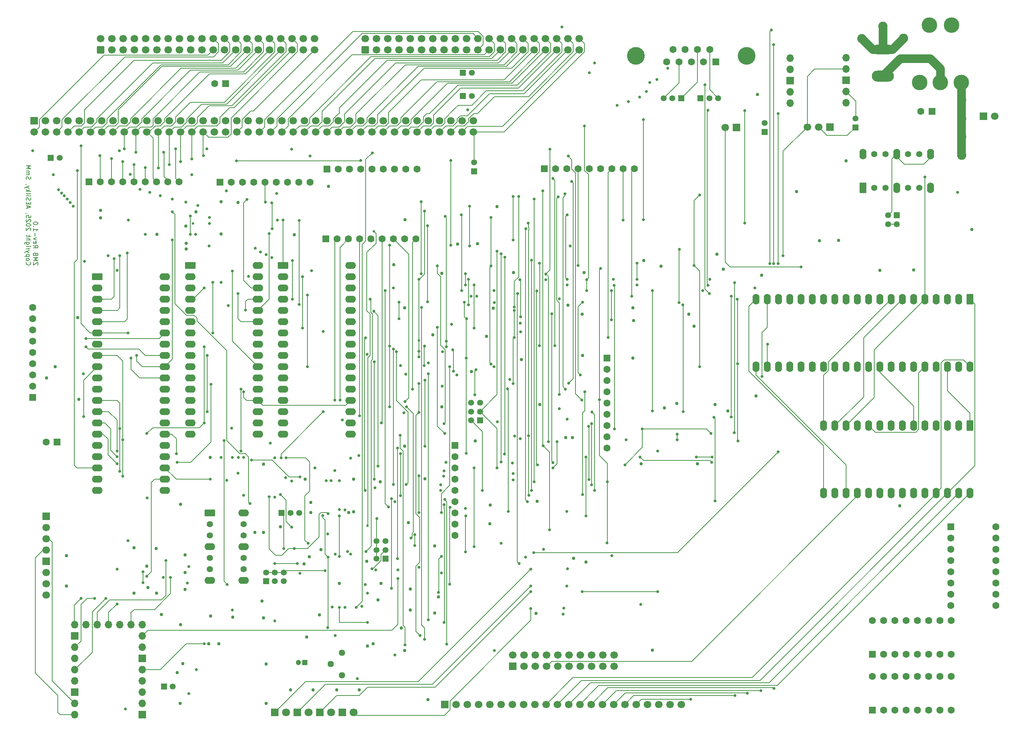
<source format=gbr>
%TF.GenerationSoftware,KiCad,Pcbnew,9.0.6*%
%TF.CreationDate,2025-11-25T21:23:54-08:00*%
%TF.ProjectId,SD-ZMB,53442d5a-4d42-42e6-9b69-6361645f7063,PR8.2*%
%TF.SameCoordinates,Original*%
%TF.FileFunction,Copper,L6,Bot*%
%TF.FilePolarity,Positive*%
%FSLAX46Y46*%
G04 Gerber Fmt 4.6, Leading zero omitted, Abs format (unit mm)*
G04 Created by KiCad (PCBNEW 9.0.6) date 2025-11-25 21:23:54*
%MOMM*%
%LPD*%
G01*
G04 APERTURE LIST*
G04 Aperture macros list*
%AMRoundRect*
0 Rectangle with rounded corners*
0 $1 Rounding radius*
0 $2 $3 $4 $5 $6 $7 $8 $9 X,Y pos of 4 corners*
0 Add a 4 corners polygon primitive as box body*
4,1,4,$2,$3,$4,$5,$6,$7,$8,$9,$2,$3,0*
0 Add four circle primitives for the rounded corners*
1,1,$1+$1,$2,$3*
1,1,$1+$1,$4,$5*
1,1,$1+$1,$6,$7*
1,1,$1+$1,$8,$9*
0 Add four rect primitives between the rounded corners*
20,1,$1+$1,$2,$3,$4,$5,0*
20,1,$1+$1,$4,$5,$6,$7,0*
20,1,$1+$1,$6,$7,$8,$9,0*
20,1,$1+$1,$8,$9,$2,$3,0*%
G04 Aperture macros list end*
%ADD10C,0.150000*%
%TA.AperFunction,NonConductor*%
%ADD11C,0.150000*%
%TD*%
%TA.AperFunction,ComponentPad*%
%ADD12RoundRect,0.250000X-0.550000X-0.550000X0.550000X-0.550000X0.550000X0.550000X-0.550000X0.550000X0*%
%TD*%
%TA.AperFunction,ComponentPad*%
%ADD13C,1.600000*%
%TD*%
%TA.AperFunction,ComponentPad*%
%ADD14R,1.700000X1.700000*%
%TD*%
%TA.AperFunction,ComponentPad*%
%ADD15C,1.700000*%
%TD*%
%TA.AperFunction,ComponentPad*%
%ADD16RoundRect,0.250000X0.550000X-0.550000X0.550000X0.550000X-0.550000X0.550000X-0.550000X-0.550000X0*%
%TD*%
%TA.AperFunction,ComponentPad*%
%ADD17RoundRect,0.250000X0.350000X0.350000X-0.350000X0.350000X-0.350000X-0.350000X0.350000X-0.350000X0*%
%TD*%
%TA.AperFunction,ComponentPad*%
%ADD18C,1.200000*%
%TD*%
%TA.AperFunction,ComponentPad*%
%ADD19R,1.600000X1.600000*%
%TD*%
%TA.AperFunction,ComponentPad*%
%ADD20R,1.350000X1.350000*%
%TD*%
%TA.AperFunction,ComponentPad*%
%ADD21C,1.350000*%
%TD*%
%TA.AperFunction,ComponentPad*%
%ADD22RoundRect,0.250000X0.550000X-0.950000X0.550000X0.950000X-0.550000X0.950000X-0.550000X-0.950000X0*%
%TD*%
%TA.AperFunction,ComponentPad*%
%ADD23C,1.400000*%
%TD*%
%TA.AperFunction,ComponentPad*%
%ADD24O,1.600000X2.400000*%
%TD*%
%TA.AperFunction,ComponentPad*%
%ADD25O,1.700000X1.700000*%
%TD*%
%TA.AperFunction,ComponentPad*%
%ADD26RoundRect,0.250000X-0.950000X-0.550000X0.950000X-0.550000X0.950000X0.550000X-0.950000X0.550000X0*%
%TD*%
%TA.AperFunction,ComponentPad*%
%ADD27O,2.400000X1.600000*%
%TD*%
%TA.AperFunction,ComponentPad*%
%ADD28C,4.000000*%
%TD*%
%TA.AperFunction,ComponentPad*%
%ADD29C,3.500000*%
%TD*%
%TA.AperFunction,ComponentPad*%
%ADD30R,1.800000X1.800000*%
%TD*%
%TA.AperFunction,ComponentPad*%
%ADD31C,1.800000*%
%TD*%
%TA.AperFunction,ComponentPad*%
%ADD32RoundRect,0.250000X0.550000X0.550000X-0.550000X0.550000X-0.550000X-0.550000X0.550000X-0.550000X0*%
%TD*%
%TA.AperFunction,ComponentPad*%
%ADD33RoundRect,0.250000X0.600000X-0.600000X0.600000X0.600000X-0.600000X0.600000X-0.600000X-0.600000X0*%
%TD*%
%TA.AperFunction,ComponentPad*%
%ADD34RoundRect,0.250000X-0.550000X0.950000X-0.550000X-0.950000X0.550000X-0.950000X0.550000X0.950000X0*%
%TD*%
%TA.AperFunction,ComponentPad*%
%ADD35O,5.000000X2.500000*%
%TD*%
%TA.AperFunction,ComponentPad*%
%ADD36O,4.500000X2.250000*%
%TD*%
%TA.AperFunction,ComponentPad*%
%ADD37C,1.440000*%
%TD*%
%TA.AperFunction,ViaPad*%
%ADD38C,0.762000*%
%TD*%
%TA.AperFunction,ViaPad*%
%ADD39C,2.082800*%
%TD*%
%TA.AperFunction,ViaPad*%
%ADD40C,0.635000*%
%TD*%
%TA.AperFunction,ViaPad*%
%ADD41C,0.558800*%
%TD*%
%TA.AperFunction,Conductor*%
%ADD42C,1.981200*%
%TD*%
%TA.AperFunction,Conductor*%
%ADD43C,0.203200*%
%TD*%
G04 APERTURE END LIST*
D10*
D11*
X95780124Y-150458458D02*
X95780124Y-149791792D01*
X95780124Y-149791792D02*
X94780124Y-150458458D01*
X94780124Y-150458458D02*
X94780124Y-149791792D01*
X94780124Y-149410839D02*
X95780124Y-149410839D01*
X95780124Y-149410839D02*
X95065839Y-149077506D01*
X95065839Y-149077506D02*
X95780124Y-148744173D01*
X95780124Y-148744173D02*
X94780124Y-148744173D01*
X95303934Y-147934649D02*
X95256315Y-147791792D01*
X95256315Y-147791792D02*
X95208696Y-147744173D01*
X95208696Y-147744173D02*
X95113458Y-147696554D01*
X95113458Y-147696554D02*
X94970601Y-147696554D01*
X94970601Y-147696554D02*
X94875363Y-147744173D01*
X94875363Y-147744173D02*
X94827744Y-147791792D01*
X94827744Y-147791792D02*
X94780124Y-147887030D01*
X94780124Y-147887030D02*
X94780124Y-148267982D01*
X94780124Y-148267982D02*
X95780124Y-148267982D01*
X95780124Y-148267982D02*
X95780124Y-147934649D01*
X95780124Y-147934649D02*
X95732505Y-147839411D01*
X95732505Y-147839411D02*
X95684886Y-147791792D01*
X95684886Y-147791792D02*
X95589648Y-147744173D01*
X95589648Y-147744173D02*
X95494410Y-147744173D01*
X95494410Y-147744173D02*
X95399172Y-147791792D01*
X95399172Y-147791792D02*
X95351553Y-147839411D01*
X95351553Y-147839411D02*
X95303934Y-147934649D01*
X95303934Y-147934649D02*
X95303934Y-148267982D01*
X94780124Y-145934649D02*
X95256315Y-146267982D01*
X94780124Y-146506077D02*
X95780124Y-146506077D01*
X95780124Y-146506077D02*
X95780124Y-146125125D01*
X95780124Y-146125125D02*
X95732505Y-146029887D01*
X95732505Y-146029887D02*
X95684886Y-145982268D01*
X95684886Y-145982268D02*
X95589648Y-145934649D01*
X95589648Y-145934649D02*
X95446791Y-145934649D01*
X95446791Y-145934649D02*
X95351553Y-145982268D01*
X95351553Y-145982268D02*
X95303934Y-146029887D01*
X95303934Y-146029887D02*
X95256315Y-146125125D01*
X95256315Y-146125125D02*
X95256315Y-146506077D01*
X94827744Y-145125125D02*
X94780124Y-145220363D01*
X94780124Y-145220363D02*
X94780124Y-145410839D01*
X94780124Y-145410839D02*
X94827744Y-145506077D01*
X94827744Y-145506077D02*
X94922982Y-145553696D01*
X94922982Y-145553696D02*
X95303934Y-145553696D01*
X95303934Y-145553696D02*
X95399172Y-145506077D01*
X95399172Y-145506077D02*
X95446791Y-145410839D01*
X95446791Y-145410839D02*
X95446791Y-145220363D01*
X95446791Y-145220363D02*
X95399172Y-145125125D01*
X95399172Y-145125125D02*
X95303934Y-145077506D01*
X95303934Y-145077506D02*
X95208696Y-145077506D01*
X95208696Y-145077506D02*
X95113458Y-145553696D01*
X95446791Y-144744172D02*
X94780124Y-144506077D01*
X94780124Y-144506077D02*
X95446791Y-144267982D01*
X95161077Y-143887029D02*
X95161077Y-143125125D01*
X94780124Y-142125125D02*
X94780124Y-142696553D01*
X94780124Y-142410839D02*
X95780124Y-142410839D01*
X95780124Y-142410839D02*
X95637267Y-142506077D01*
X95637267Y-142506077D02*
X95542029Y-142601315D01*
X95542029Y-142601315D02*
X95494410Y-142696553D01*
X94875363Y-141696553D02*
X94827744Y-141648934D01*
X94827744Y-141648934D02*
X94780124Y-141696553D01*
X94780124Y-141696553D02*
X94827744Y-141744172D01*
X94827744Y-141744172D02*
X94875363Y-141696553D01*
X94875363Y-141696553D02*
X94780124Y-141696553D01*
X95780124Y-141029887D02*
X95780124Y-140934649D01*
X95780124Y-140934649D02*
X95732505Y-140839411D01*
X95732505Y-140839411D02*
X95684886Y-140791792D01*
X95684886Y-140791792D02*
X95589648Y-140744173D01*
X95589648Y-140744173D02*
X95399172Y-140696554D01*
X95399172Y-140696554D02*
X95161077Y-140696554D01*
X95161077Y-140696554D02*
X94970601Y-140744173D01*
X94970601Y-140744173D02*
X94875363Y-140791792D01*
X94875363Y-140791792D02*
X94827744Y-140839411D01*
X94827744Y-140839411D02*
X94780124Y-140934649D01*
X94780124Y-140934649D02*
X94780124Y-141029887D01*
X94780124Y-141029887D02*
X94827744Y-141125125D01*
X94827744Y-141125125D02*
X94875363Y-141172744D01*
X94875363Y-141172744D02*
X94970601Y-141220363D01*
X94970601Y-141220363D02*
X95161077Y-141267982D01*
X95161077Y-141267982D02*
X95399172Y-141267982D01*
X95399172Y-141267982D02*
X95589648Y-141220363D01*
X95589648Y-141220363D02*
X95684886Y-141172744D01*
X95684886Y-141172744D02*
X95732505Y-141125125D01*
X95732505Y-141125125D02*
X95780124Y-141029887D01*
X93265419Y-149791792D02*
X93217800Y-149839411D01*
X93217800Y-149839411D02*
X93170180Y-149982268D01*
X93170180Y-149982268D02*
X93170180Y-150077506D01*
X93170180Y-150077506D02*
X93217800Y-150220363D01*
X93217800Y-150220363D02*
X93313038Y-150315601D01*
X93313038Y-150315601D02*
X93408276Y-150363220D01*
X93408276Y-150363220D02*
X93598752Y-150410839D01*
X93598752Y-150410839D02*
X93741609Y-150410839D01*
X93741609Y-150410839D02*
X93932085Y-150363220D01*
X93932085Y-150363220D02*
X94027323Y-150315601D01*
X94027323Y-150315601D02*
X94122561Y-150220363D01*
X94122561Y-150220363D02*
X94170180Y-150077506D01*
X94170180Y-150077506D02*
X94170180Y-149982268D01*
X94170180Y-149982268D02*
X94122561Y-149839411D01*
X94122561Y-149839411D02*
X94074942Y-149791792D01*
X93170180Y-149220363D02*
X93217800Y-149315601D01*
X93217800Y-149315601D02*
X93265419Y-149363220D01*
X93265419Y-149363220D02*
X93360657Y-149410839D01*
X93360657Y-149410839D02*
X93646371Y-149410839D01*
X93646371Y-149410839D02*
X93741609Y-149363220D01*
X93741609Y-149363220D02*
X93789228Y-149315601D01*
X93789228Y-149315601D02*
X93836847Y-149220363D01*
X93836847Y-149220363D02*
X93836847Y-149077506D01*
X93836847Y-149077506D02*
X93789228Y-148982268D01*
X93789228Y-148982268D02*
X93741609Y-148934649D01*
X93741609Y-148934649D02*
X93646371Y-148887030D01*
X93646371Y-148887030D02*
X93360657Y-148887030D01*
X93360657Y-148887030D02*
X93265419Y-148934649D01*
X93265419Y-148934649D02*
X93217800Y-148982268D01*
X93217800Y-148982268D02*
X93170180Y-149077506D01*
X93170180Y-149077506D02*
X93170180Y-149220363D01*
X93836847Y-148458458D02*
X92836847Y-148458458D01*
X93789228Y-148458458D02*
X93836847Y-148363220D01*
X93836847Y-148363220D02*
X93836847Y-148172744D01*
X93836847Y-148172744D02*
X93789228Y-148077506D01*
X93789228Y-148077506D02*
X93741609Y-148029887D01*
X93741609Y-148029887D02*
X93646371Y-147982268D01*
X93646371Y-147982268D02*
X93360657Y-147982268D01*
X93360657Y-147982268D02*
X93265419Y-148029887D01*
X93265419Y-148029887D02*
X93217800Y-148077506D01*
X93217800Y-148077506D02*
X93170180Y-148172744D01*
X93170180Y-148172744D02*
X93170180Y-148363220D01*
X93170180Y-148363220D02*
X93217800Y-148458458D01*
X93836847Y-147648934D02*
X93170180Y-147410839D01*
X93836847Y-147172744D02*
X93170180Y-147410839D01*
X93170180Y-147410839D02*
X92932085Y-147506077D01*
X92932085Y-147506077D02*
X92884466Y-147553696D01*
X92884466Y-147553696D02*
X92836847Y-147648934D01*
X93170180Y-146791791D02*
X93836847Y-146791791D01*
X93646371Y-146791791D02*
X93741609Y-146744172D01*
X93741609Y-146744172D02*
X93789228Y-146696553D01*
X93789228Y-146696553D02*
X93836847Y-146601315D01*
X93836847Y-146601315D02*
X93836847Y-146506077D01*
X93170180Y-146172743D02*
X93836847Y-146172743D01*
X94170180Y-146172743D02*
X94122561Y-146220362D01*
X94122561Y-146220362D02*
X94074942Y-146172743D01*
X94074942Y-146172743D02*
X94122561Y-146125124D01*
X94122561Y-146125124D02*
X94170180Y-146172743D01*
X94170180Y-146172743D02*
X94074942Y-146172743D01*
X93836847Y-145267982D02*
X93027323Y-145267982D01*
X93027323Y-145267982D02*
X92932085Y-145315601D01*
X92932085Y-145315601D02*
X92884466Y-145363220D01*
X92884466Y-145363220D02*
X92836847Y-145458458D01*
X92836847Y-145458458D02*
X92836847Y-145601315D01*
X92836847Y-145601315D02*
X92884466Y-145696553D01*
X93217800Y-145267982D02*
X93170180Y-145363220D01*
X93170180Y-145363220D02*
X93170180Y-145553696D01*
X93170180Y-145553696D02*
X93217800Y-145648934D01*
X93217800Y-145648934D02*
X93265419Y-145696553D01*
X93265419Y-145696553D02*
X93360657Y-145744172D01*
X93360657Y-145744172D02*
X93646371Y-145744172D01*
X93646371Y-145744172D02*
X93741609Y-145696553D01*
X93741609Y-145696553D02*
X93789228Y-145648934D01*
X93789228Y-145648934D02*
X93836847Y-145553696D01*
X93836847Y-145553696D02*
X93836847Y-145363220D01*
X93836847Y-145363220D02*
X93789228Y-145267982D01*
X93170180Y-144791791D02*
X94170180Y-144791791D01*
X93170180Y-144363220D02*
X93693990Y-144363220D01*
X93693990Y-144363220D02*
X93789228Y-144410839D01*
X93789228Y-144410839D02*
X93836847Y-144506077D01*
X93836847Y-144506077D02*
X93836847Y-144648934D01*
X93836847Y-144648934D02*
X93789228Y-144744172D01*
X93789228Y-144744172D02*
X93741609Y-144791791D01*
X93836847Y-144029886D02*
X93836847Y-143648934D01*
X94170180Y-143887029D02*
X93313038Y-143887029D01*
X93313038Y-143887029D02*
X93217800Y-143839410D01*
X93217800Y-143839410D02*
X93170180Y-143744172D01*
X93170180Y-143744172D02*
X93170180Y-143648934D01*
X94074942Y-142601314D02*
X94122561Y-142553695D01*
X94122561Y-142553695D02*
X94170180Y-142458457D01*
X94170180Y-142458457D02*
X94170180Y-142220362D01*
X94170180Y-142220362D02*
X94122561Y-142125124D01*
X94122561Y-142125124D02*
X94074942Y-142077505D01*
X94074942Y-142077505D02*
X93979704Y-142029886D01*
X93979704Y-142029886D02*
X93884466Y-142029886D01*
X93884466Y-142029886D02*
X93741609Y-142077505D01*
X93741609Y-142077505D02*
X93170180Y-142648933D01*
X93170180Y-142648933D02*
X93170180Y-142029886D01*
X94170180Y-141410838D02*
X94170180Y-141315600D01*
X94170180Y-141315600D02*
X94122561Y-141220362D01*
X94122561Y-141220362D02*
X94074942Y-141172743D01*
X94074942Y-141172743D02*
X93979704Y-141125124D01*
X93979704Y-141125124D02*
X93789228Y-141077505D01*
X93789228Y-141077505D02*
X93551133Y-141077505D01*
X93551133Y-141077505D02*
X93360657Y-141125124D01*
X93360657Y-141125124D02*
X93265419Y-141172743D01*
X93265419Y-141172743D02*
X93217800Y-141220362D01*
X93217800Y-141220362D02*
X93170180Y-141315600D01*
X93170180Y-141315600D02*
X93170180Y-141410838D01*
X93170180Y-141410838D02*
X93217800Y-141506076D01*
X93217800Y-141506076D02*
X93265419Y-141553695D01*
X93265419Y-141553695D02*
X93360657Y-141601314D01*
X93360657Y-141601314D02*
X93551133Y-141648933D01*
X93551133Y-141648933D02*
X93789228Y-141648933D01*
X93789228Y-141648933D02*
X93979704Y-141601314D01*
X93979704Y-141601314D02*
X94074942Y-141553695D01*
X94074942Y-141553695D02*
X94122561Y-141506076D01*
X94122561Y-141506076D02*
X94170180Y-141410838D01*
X94074942Y-140696552D02*
X94122561Y-140648933D01*
X94122561Y-140648933D02*
X94170180Y-140553695D01*
X94170180Y-140553695D02*
X94170180Y-140315600D01*
X94170180Y-140315600D02*
X94122561Y-140220362D01*
X94122561Y-140220362D02*
X94074942Y-140172743D01*
X94074942Y-140172743D02*
X93979704Y-140125124D01*
X93979704Y-140125124D02*
X93884466Y-140125124D01*
X93884466Y-140125124D02*
X93741609Y-140172743D01*
X93741609Y-140172743D02*
X93170180Y-140744171D01*
X93170180Y-140744171D02*
X93170180Y-140125124D01*
X94170180Y-139220362D02*
X94170180Y-139696552D01*
X94170180Y-139696552D02*
X93693990Y-139744171D01*
X93693990Y-139744171D02*
X93741609Y-139696552D01*
X93741609Y-139696552D02*
X93789228Y-139601314D01*
X93789228Y-139601314D02*
X93789228Y-139363219D01*
X93789228Y-139363219D02*
X93741609Y-139267981D01*
X93741609Y-139267981D02*
X93693990Y-139220362D01*
X93693990Y-139220362D02*
X93598752Y-139172743D01*
X93598752Y-139172743D02*
X93360657Y-139172743D01*
X93360657Y-139172743D02*
X93265419Y-139220362D01*
X93265419Y-139220362D02*
X93217800Y-139267981D01*
X93217800Y-139267981D02*
X93170180Y-139363219D01*
X93170180Y-139363219D02*
X93170180Y-139601314D01*
X93170180Y-139601314D02*
X93217800Y-139696552D01*
X93217800Y-139696552D02*
X93265419Y-139744171D01*
X93217800Y-138696552D02*
X93170180Y-138696552D01*
X93170180Y-138696552D02*
X93074942Y-138744171D01*
X93074942Y-138744171D02*
X93027323Y-138791790D01*
X93455895Y-137553695D02*
X93455895Y-137077505D01*
X93170180Y-137648933D02*
X94170180Y-137315600D01*
X94170180Y-137315600D02*
X93170180Y-136982267D01*
X93693990Y-136648933D02*
X93693990Y-136315600D01*
X93170180Y-136172743D02*
X93170180Y-136648933D01*
X93170180Y-136648933D02*
X94170180Y-136648933D01*
X94170180Y-136648933D02*
X94170180Y-136172743D01*
X93217800Y-135791790D02*
X93170180Y-135648933D01*
X93170180Y-135648933D02*
X93170180Y-135410838D01*
X93170180Y-135410838D02*
X93217800Y-135315600D01*
X93217800Y-135315600D02*
X93265419Y-135267981D01*
X93265419Y-135267981D02*
X93360657Y-135220362D01*
X93360657Y-135220362D02*
X93455895Y-135220362D01*
X93455895Y-135220362D02*
X93551133Y-135267981D01*
X93551133Y-135267981D02*
X93598752Y-135315600D01*
X93598752Y-135315600D02*
X93646371Y-135410838D01*
X93646371Y-135410838D02*
X93693990Y-135601314D01*
X93693990Y-135601314D02*
X93741609Y-135696552D01*
X93741609Y-135696552D02*
X93789228Y-135744171D01*
X93789228Y-135744171D02*
X93884466Y-135791790D01*
X93884466Y-135791790D02*
X93979704Y-135791790D01*
X93979704Y-135791790D02*
X94074942Y-135744171D01*
X94074942Y-135744171D02*
X94122561Y-135696552D01*
X94122561Y-135696552D02*
X94170180Y-135601314D01*
X94170180Y-135601314D02*
X94170180Y-135363219D01*
X94170180Y-135363219D02*
X94122561Y-135220362D01*
X93170180Y-134791790D02*
X93836847Y-134791790D01*
X94170180Y-134791790D02*
X94122561Y-134839409D01*
X94122561Y-134839409D02*
X94074942Y-134791790D01*
X94074942Y-134791790D02*
X94122561Y-134744171D01*
X94122561Y-134744171D02*
X94170180Y-134791790D01*
X94170180Y-134791790D02*
X94074942Y-134791790D01*
X93170180Y-134172743D02*
X93217800Y-134267981D01*
X93217800Y-134267981D02*
X93313038Y-134315600D01*
X93313038Y-134315600D02*
X94170180Y-134315600D01*
X93170180Y-133791790D02*
X94170180Y-133791790D01*
X93551133Y-133696552D02*
X93170180Y-133410838D01*
X93836847Y-133410838D02*
X93455895Y-133791790D01*
X93836847Y-133077504D02*
X93170180Y-132839409D01*
X93836847Y-132601314D02*
X93170180Y-132839409D01*
X93170180Y-132839409D02*
X92932085Y-132934647D01*
X92932085Y-132934647D02*
X92884466Y-132982266D01*
X92884466Y-132982266D02*
X92836847Y-133077504D01*
X93217800Y-132172742D02*
X93170180Y-132172742D01*
X93170180Y-132172742D02*
X93074942Y-132220361D01*
X93074942Y-132220361D02*
X93027323Y-132267980D01*
X93217800Y-131029885D02*
X93170180Y-130887028D01*
X93170180Y-130887028D02*
X93170180Y-130648933D01*
X93170180Y-130648933D02*
X93217800Y-130553695D01*
X93217800Y-130553695D02*
X93265419Y-130506076D01*
X93265419Y-130506076D02*
X93360657Y-130458457D01*
X93360657Y-130458457D02*
X93455895Y-130458457D01*
X93455895Y-130458457D02*
X93551133Y-130506076D01*
X93551133Y-130506076D02*
X93598752Y-130553695D01*
X93598752Y-130553695D02*
X93646371Y-130648933D01*
X93646371Y-130648933D02*
X93693990Y-130839409D01*
X93693990Y-130839409D02*
X93741609Y-130934647D01*
X93741609Y-130934647D02*
X93789228Y-130982266D01*
X93789228Y-130982266D02*
X93884466Y-131029885D01*
X93884466Y-131029885D02*
X93979704Y-131029885D01*
X93979704Y-131029885D02*
X94074942Y-130982266D01*
X94074942Y-130982266D02*
X94122561Y-130934647D01*
X94122561Y-130934647D02*
X94170180Y-130839409D01*
X94170180Y-130839409D02*
X94170180Y-130601314D01*
X94170180Y-130601314D02*
X94122561Y-130458457D01*
X93170180Y-130029885D02*
X93836847Y-130029885D01*
X93741609Y-130029885D02*
X93789228Y-129982266D01*
X93789228Y-129982266D02*
X93836847Y-129887028D01*
X93836847Y-129887028D02*
X93836847Y-129744171D01*
X93836847Y-129744171D02*
X93789228Y-129648933D01*
X93789228Y-129648933D02*
X93693990Y-129601314D01*
X93693990Y-129601314D02*
X93170180Y-129601314D01*
X93693990Y-129601314D02*
X93789228Y-129553695D01*
X93789228Y-129553695D02*
X93836847Y-129458457D01*
X93836847Y-129458457D02*
X93836847Y-129315600D01*
X93836847Y-129315600D02*
X93789228Y-129220361D01*
X93789228Y-129220361D02*
X93693990Y-129172742D01*
X93693990Y-129172742D02*
X93170180Y-129172742D01*
X93170180Y-128696552D02*
X94170180Y-128696552D01*
X94170180Y-128696552D02*
X93455895Y-128363219D01*
X93455895Y-128363219D02*
X94170180Y-128029886D01*
X94170180Y-128029886D02*
X93170180Y-128029886D01*
D12*
%TO.P,SPARE1,1,UC*%
%TO.N,unconnected-(SPARE1-UC-Pad1)*%
X301752000Y-209552000D03*
D13*
%TO.P,SPARE1,2,UC*%
%TO.N,unconnected-(SPARE1-UC-Pad2)*%
X301752000Y-212092000D03*
%TO.P,SPARE1,3,UC*%
%TO.N,unconnected-(SPARE1-UC-Pad3)*%
X301752000Y-214632000D03*
%TO.P,SPARE1,4,UC*%
%TO.N,unconnected-(SPARE1-UC-Pad4)*%
X301752000Y-217172000D03*
%TO.P,SPARE1,5,UC*%
%TO.N,unconnected-(SPARE1-UC-Pad5)*%
X301752000Y-219712000D03*
%TO.P,SPARE1,6,UC*%
%TO.N,unconnected-(SPARE1-UC-Pad6)*%
X301752000Y-222252000D03*
%TO.P,SPARE1,7,UC*%
%TO.N,unconnected-(SPARE1-UC-Pad7)*%
X301752000Y-224792000D03*
%TO.P,SPARE1,8,UC*%
%TO.N,unconnected-(SPARE1-UC-Pad8)*%
X301752000Y-227332000D03*
%TO.P,SPARE1,9,UC*%
%TO.N,unconnected-(SPARE1-UC-Pad9)*%
X311912000Y-227332000D03*
%TO.P,SPARE1,10,UC*%
%TO.N,unconnected-(SPARE1-UC-Pad10)*%
X311912000Y-224792000D03*
%TO.P,SPARE1,11,UC*%
%TO.N,unconnected-(SPARE1-UC-Pad11)*%
X311912000Y-222252000D03*
%TO.P,SPARE1,12,UC*%
%TO.N,unconnected-(SPARE1-UC-Pad12)*%
X311912000Y-219712000D03*
%TO.P,SPARE1,13,UC*%
%TO.N,unconnected-(SPARE1-UC-Pad13)*%
X311912000Y-217172000D03*
%TO.P,SPARE1,14,UC*%
%TO.N,unconnected-(SPARE1-UC-Pad14)*%
X311912000Y-214632000D03*
%TO.P,SPARE1,15,UC*%
%TO.N,unconnected-(SPARE1-UC-Pad15)*%
X311912000Y-212092000D03*
%TO.P,SPARE1,16,UC*%
%TO.N,unconnected-(SPARE1-UC-Pad16)*%
X311912000Y-209552000D03*
%TD*%
D14*
%TO.P,DISP1,1,F_GND*%
%TO.N,GND*%
X187565000Y-249660000D03*
D15*
%TO.P,DISP1,2,VSS*%
X190105000Y-249660000D03*
%TO.P,DISP1,3,PWR*%
%TO.N,+5V*%
X192645000Y-249660000D03*
%TO.P,DISP1,4,V0*%
%TO.N,/ExpIFC-SIOCTC/CONV0*%
X195185000Y-249660000D03*
%TO.P,DISP1,5,~{WR}*%
%TO.N,ZWR-*%
X197725000Y-249660000D03*
%TO.P,DISP1,6,~{RD}*%
%TO.N,ZRD-*%
X200265000Y-249660000D03*
%TO.P,DISP1,7,~{CE}*%
%TO.N,DISPSEL-*%
X202805000Y-249660000D03*
%TO.P,DISP1,8,C/~{D}*%
%TO.N,ZA0*%
X205345000Y-249660000D03*
%TO.P,DISP1,9,~{RST}*%
%TO.N,BRDRST-*%
X207885000Y-249660000D03*
%TO.P,DISP1,10,D0*%
%TO.N,ZD0*%
X210425000Y-249660000D03*
%TO.P,DISP1,11,D1*%
%TO.N,ZD1*%
X212965000Y-249660000D03*
%TO.P,DISP1,12,D2*%
%TO.N,ZD2*%
X215505000Y-249660000D03*
%TO.P,DISP1,13,D3*%
%TO.N,ZD3*%
X218045000Y-249660000D03*
%TO.P,DISP1,14,D4*%
%TO.N,ZD4*%
X220585000Y-249660000D03*
%TO.P,DISP1,15,D5*%
%TO.N,ZD5*%
X223125000Y-249660000D03*
%TO.P,DISP1,16,D6*%
%TO.N,ZD6*%
X225665000Y-249660000D03*
%TO.P,DISP1,17,D7*%
%TO.N,ZD7*%
X228205000Y-249660000D03*
%TO.P,DISP1,18,FONT*%
%TO.N,/ExpIFC-SIOCTC/FONT1*%
X230745000Y-249660000D03*
%TO.P,DISP1,19,VEE/BLA*%
%TO.N,/ExpIFC-SIOCTC/CONPWR*%
X233285000Y-249660000D03*
%TO.P,DISP1,20,BLA/BLK*%
%TO.N,/ExpIFC-SIOCTC/BLPWR*%
X235825000Y-249660000D03*
%TO.P,DISP1,21,BLK/NC*%
%TO.N,GND*%
X238365000Y-249660000D03*
%TO.P,DISP1,22,NC*%
%TO.N,unconnected-(DISP1-NC-Pad22)*%
X240905000Y-249660000D03*
%TD*%
D16*
%TO.P,SPARE3,1,UC*%
%TO.N,unconnected-(SPARE3-UC-Pad1)*%
X284052200Y-250963800D03*
D13*
%TO.P,SPARE3,2,UC*%
%TO.N,unconnected-(SPARE3-UC-Pad2)*%
X286592200Y-250963800D03*
%TO.P,SPARE3,3,UC*%
%TO.N,unconnected-(SPARE3-UC-Pad3)*%
X289132200Y-250963800D03*
%TO.P,SPARE3,4,UC*%
%TO.N,unconnected-(SPARE3-UC-Pad4)*%
X291672200Y-250963800D03*
%TO.P,SPARE3,5,UC*%
%TO.N,unconnected-(SPARE3-UC-Pad5)*%
X294212200Y-250963800D03*
%TO.P,SPARE3,6,UC*%
%TO.N,unconnected-(SPARE3-UC-Pad6)*%
X296752200Y-250963800D03*
%TO.P,SPARE3,7,UC*%
%TO.N,unconnected-(SPARE3-UC-Pad7)*%
X299292200Y-250963800D03*
%TO.P,SPARE3,8,UC*%
%TO.N,unconnected-(SPARE3-UC-Pad8)*%
X301832200Y-250963800D03*
%TO.P,SPARE3,9,UC*%
%TO.N,unconnected-(SPARE3-UC-Pad9)*%
X301832200Y-243343800D03*
%TO.P,SPARE3,10,UC*%
%TO.N,unconnected-(SPARE3-UC-Pad10)*%
X299292200Y-243343800D03*
%TO.P,SPARE3,11,UC*%
%TO.N,unconnected-(SPARE3-UC-Pad11)*%
X296752200Y-243343800D03*
%TO.P,SPARE3,12,UC*%
%TO.N,unconnected-(SPARE3-UC-Pad12)*%
X294212200Y-243343800D03*
%TO.P,SPARE3,13,UC*%
%TO.N,unconnected-(SPARE3-UC-Pad13)*%
X291672200Y-243343800D03*
%TO.P,SPARE3,14,UC*%
%TO.N,unconnected-(SPARE3-UC-Pad14)*%
X289132200Y-243343800D03*
%TO.P,SPARE3,15,UC*%
%TO.N,unconnected-(SPARE3-UC-Pad15)*%
X286592200Y-243343800D03*
%TO.P,SPARE3,16,UC*%
%TO.N,unconnected-(SPARE3-UC-Pad16)*%
X284052200Y-243343800D03*
%TD*%
D16*
%TO.P,SPARE2,1,UC*%
%TO.N,unconnected-(SPARE2-UC-Pad1)*%
X284052200Y-238318769D03*
D13*
%TO.P,SPARE2,2,UC*%
%TO.N,unconnected-(SPARE2-UC-Pad2)*%
X286592200Y-238318769D03*
%TO.P,SPARE2,3,UC*%
%TO.N,unconnected-(SPARE2-UC-Pad3)*%
X289132200Y-238318769D03*
%TO.P,SPARE2,4,UC*%
%TO.N,unconnected-(SPARE2-UC-Pad4)*%
X291672200Y-238318769D03*
%TO.P,SPARE2,5,UC*%
%TO.N,unconnected-(SPARE2-UC-Pad5)*%
X294212200Y-238318769D03*
%TO.P,SPARE2,6,UC*%
%TO.N,unconnected-(SPARE2-UC-Pad6)*%
X296752200Y-238318769D03*
%TO.P,SPARE2,7,UC*%
%TO.N,unconnected-(SPARE2-UC-Pad7)*%
X299292200Y-238318769D03*
%TO.P,SPARE2,8,UC*%
%TO.N,unconnected-(SPARE2-UC-Pad8)*%
X301832200Y-238318769D03*
%TO.P,SPARE2,9,UC*%
%TO.N,unconnected-(SPARE2-UC-Pad9)*%
X301832200Y-230698769D03*
%TO.P,SPARE2,10,UC*%
%TO.N,unconnected-(SPARE2-UC-Pad10)*%
X299292200Y-230698769D03*
%TO.P,SPARE2,11,UC*%
%TO.N,unconnected-(SPARE2-UC-Pad11)*%
X296752200Y-230698769D03*
%TO.P,SPARE2,12,UC*%
%TO.N,unconnected-(SPARE2-UC-Pad12)*%
X294212200Y-230698769D03*
%TO.P,SPARE2,13,UC*%
%TO.N,unconnected-(SPARE2-UC-Pad13)*%
X291672200Y-230698769D03*
%TO.P,SPARE2,14,UC*%
%TO.N,unconnected-(SPARE2-UC-Pad14)*%
X289132200Y-230698769D03*
%TO.P,SPARE2,15,UC*%
%TO.N,unconnected-(SPARE2-UC-Pad15)*%
X286592200Y-230698769D03*
%TO.P,SPARE2,16,UC*%
%TO.N,unconnected-(SPARE2-UC-Pad16)*%
X284052200Y-230698769D03*
%TD*%
D17*
%TO.P,C6,1*%
%TO.N,+5V*%
X156043600Y-240157000D03*
D18*
%TO.P,C6,2*%
%TO.N,GND*%
X154543600Y-240157000D03*
%TD*%
D19*
%TO.P,RN4,1,common*%
%TO.N,+5V*%
X107315000Y-131650000D03*
D13*
%TO.P,RN4,2,R1*%
%TO.N,BA16*%
X109855000Y-131650000D03*
%TO.P,RN4,3,R2*%
%TO.N,BA17*%
X112395000Y-131650000D03*
%TO.P,RN4,4,R3*%
%TO.N,BA18*%
X114935000Y-131650000D03*
%TO.P,RN4,5,R4*%
%TO.N,BA19*%
X117475000Y-131650000D03*
%TO.P,RN4,6,R5*%
%TO.N,BA20*%
X120015000Y-131650000D03*
%TO.P,RN4,7,R6*%
%TO.N,BA21*%
X122555000Y-131650000D03*
%TO.P,RN4,8,R7*%
%TO.N,BA22*%
X125095000Y-131650000D03*
%TO.P,RN4,9,R8*%
%TO.N,BA23*%
X127635000Y-131650000D03*
%TD*%
D20*
%TO.P,OP1,1,Pin_A*%
%TO.N,/MainBoard-CPU_Decode/VPU2*%
X150780999Y-206375000D03*
D21*
%TO.P,OP1,2,Pin_Common*%
%TO.N,/MainBoard-CPU_Decode/CLKhRST-*%
X152780999Y-206375000D03*
%TO.P,OP1,3,Pin_B*%
%TO.N,/MainBoard-CPU_Decode/CLKhRR-*%
X154780999Y-206375000D03*
%TD*%
D22*
%TO.P,U1,1,EN*%
%TO.N,+5V*%
X281940000Y-132969000D03*
D23*
%TO.P,U1,2,NC2*%
%TO.N,unconnected-(U1-NC2-Pad2)*%
X284480000Y-132969000D03*
%TO.P,U1,3,NC3*%
%TO.N,unconnected-(U1-NC3-Pad3)*%
X287020000Y-132969000D03*
D24*
%TO.P,U1,4,G*%
%TO.N,GND*%
X289560000Y-132969000D03*
D23*
%TO.P,U1,5,NC5*%
%TO.N,unconnected-(U1-NC5-Pad5)*%
X292100000Y-132969000D03*
%TO.P,U1,6,NC6*%
%TO.N,unconnected-(U1-NC6-Pad6)*%
X294640000Y-132969000D03*
D24*
%TO.P,U1,7,G*%
%TO.N,GND*%
X297180000Y-132969000D03*
%TO.P,U1,8,O*%
%TO.N,/ExpIFC-SIOCTC/CTC_CLK*%
X297180000Y-125349000D03*
D23*
%TO.P,U1,9,NC9*%
%TO.N,unconnected-(U1-NC9-Pad9)*%
X294640000Y-125349000D03*
%TO.P,U1,10,NC10*%
%TO.N,unconnected-(U1-NC10-Pad10)*%
X292100000Y-125349000D03*
D24*
%TO.P,U1,11,O*%
%TO.N,/ExpIFC-SIOCTC/CTC_CLK*%
X289560000Y-125349000D03*
D23*
%TO.P,U1,12,NC12*%
%TO.N,unconnected-(U1-NC12-Pad12)*%
X287020000Y-125349000D03*
%TO.P,U1,13,NC13*%
%TO.N,unconnected-(U1-NC13-Pad13)*%
X284480000Y-125349000D03*
D24*
%TO.P,U1,14,PWR*%
%TO.N,+5V*%
X281940000Y-125349000D03*
%TD*%
D14*
%TO.P,J7,1,Pin_1*%
%TO.N,GND*%
X274447000Y-119253000D03*
D15*
%TO.P,J7,2,Pin_2*%
%TO.N,/ExpIFC-SIOCTC/CHB_RXD*%
X271907000Y-119253000D03*
%TO.P,J7,3,Pin_3*%
%TO.N,/ExpIFC-SIOCTC/CHB_TXD*%
X269367001Y-119253000D03*
%TD*%
D25*
%TO.P,M1,1,RESET-*%
%TO.N,BRDRST-*%
X265450000Y-103722000D03*
%TO.P,M1,2,3V3*%
%TO.N,unconnected-(M1-3V3-Pad2)*%
X265450000Y-106262000D03*
D14*
%TO.P,M1,3,VIO*%
%TO.N,unconnected-(M1-VIO-Pad3)_1*%
X265450000Y-108802000D03*
D25*
%TO.P,M1,4,GND*%
%TO.N,GND*%
X265450000Y-111342000D03*
%TO.P,M1,5,VBUS*%
%TO.N,unconnected-(M1-VBUS-Pad5)_1*%
X265450000Y-113882000D03*
%TO.P,M1,6,CB0*%
%TO.N,unconnected-(M1-CB0-Pad6)_1*%
X278130000Y-113792000D03*
%TO.P,M1,7,TXD(O)*%
%TO.N,Net-(JP5-Pin_2)*%
X278130000Y-111252000D03*
D14*
%TO.P,M1,8,RTS-(O)*%
%TO.N,unconnected-(M1-RTS-(O)-Pad8)*%
X278130000Y-108712000D03*
D25*
%TO.P,M1,9,RXD(I)*%
%TO.N,/ExpIFC-SIOCTC/CHB_TXD*%
X278130000Y-106172000D03*
%TO.P,M1,10,CTS-(I)*%
%TO.N,unconnected-(M1-CTS-(I)-Pad10)*%
X278130000Y-103632000D03*
%TD*%
D26*
%TO.P,U10,1,A_{11}*%
%TO.N,ZA11*%
X109220000Y-153035000D03*
D27*
%TO.P,U10,2,A_{12}*%
%TO.N,ZA12*%
X109220000Y-155575000D03*
%TO.P,U10,3,A_{13}*%
%TO.N,ZA13*%
X109220000Y-158115000D03*
%TO.P,U10,4,A_{14}*%
%TO.N,ZA14*%
X109220000Y-160655000D03*
%TO.P,U10,5,A_{15}*%
%TO.N,ZA15*%
X109220000Y-163195000D03*
%TO.P,U10,6,CLK*%
%TO.N,ZCLK*%
X109220000Y-165735000D03*
%TO.P,U10,7,D_{4}*%
%TO.N,ZD4*%
X109220000Y-168275000D03*
%TO.P,U10,8,D_{3}*%
%TO.N,ZD3*%
X109220000Y-170815000D03*
%TO.P,U10,9,D_{5}*%
%TO.N,ZD5*%
X109220000Y-173355000D03*
%TO.P,U10,10,D_{6}*%
%TO.N,ZD6*%
X109220000Y-175895000D03*
%TO.P,U10,11,V_{CC}*%
%TO.N,+5V*%
X109220000Y-178435000D03*
%TO.P,U10,12,D_{2}*%
%TO.N,ZD2*%
X109220000Y-180975000D03*
%TO.P,U10,13,D_{7}*%
%TO.N,ZD7*%
X109220000Y-183515000D03*
%TO.P,U10,14,D_{0}*%
%TO.N,ZD0*%
X109220000Y-186055000D03*
%TO.P,U10,15,D_{1}*%
%TO.N,ZD1*%
X109220000Y-188595000D03*
%TO.P,U10,16,~{INT}*%
%TO.N,ZINT-*%
X109220000Y-191135000D03*
%TO.P,U10,17,~{NMI}*%
%TO.N,ZNMI-*%
X109220000Y-193675000D03*
%TO.P,U10,18,~{HALT}*%
%TO.N,ZHALT-*%
X109220000Y-196215000D03*
%TO.P,U10,19,~{MREQ}*%
%TO.N,ZMREQ-*%
X109220000Y-198755000D03*
%TO.P,U10,20,~{IORQ}*%
%TO.N,ZIORQ-*%
X109220000Y-201295000D03*
%TO.P,U10,21,~{RD}*%
%TO.N,ZRD-*%
X124460000Y-201295000D03*
%TO.P,U10,22,~{WR}*%
%TO.N,ZWR-*%
X124460000Y-198755000D03*
%TO.P,U10,23,~{BUSACK}*%
%TO.N,ZBSAK-*%
X124460000Y-196215000D03*
%TO.P,U10,24,~{WAIT}*%
%TO.N,ZWAIT-*%
X124460000Y-193675000D03*
%TO.P,U10,25,~{BUSREQ}*%
%TO.N,ZBREQ-*%
X124460000Y-191135000D03*
%TO.P,U10,26,~{RESET}*%
%TO.N,ZRST-*%
X124460000Y-188595000D03*
%TO.P,U10,27,~{M1}*%
%TO.N,ZM1-*%
X124460000Y-186055000D03*
%TO.P,U10,28,~{RFSH}*%
%TO.N,ZRFSH-*%
X124460000Y-183515000D03*
%TO.P,U10,29,GND*%
%TO.N,GND*%
X124460000Y-180975000D03*
%TO.P,U10,30,A_{0}*%
%TO.N,ZA0*%
X124460000Y-178435000D03*
%TO.P,U10,31,A_{1}*%
%TO.N,ZA1*%
X124460000Y-175895000D03*
%TO.P,U10,32,A_{2}*%
%TO.N,ZA2*%
X124460000Y-173355000D03*
%TO.P,U10,33,A_{3}*%
%TO.N,ZA3*%
X124460000Y-170815000D03*
%TO.P,U10,34,A_{4}*%
%TO.N,ZA4*%
X124460000Y-168275000D03*
%TO.P,U10,35,A_{5}*%
%TO.N,ZA5*%
X124460000Y-165735000D03*
%TO.P,U10,36,A_{6}*%
%TO.N,ZA6*%
X124460000Y-163195000D03*
%TO.P,U10,37,A_{7}*%
%TO.N,ZA7*%
X124460000Y-160655000D03*
%TO.P,U10,38,A_{8}*%
%TO.N,ZA8*%
X124460000Y-158115000D03*
%TO.P,U10,39,A_{9}*%
%TO.N,ZA9*%
X124460000Y-155575000D03*
%TO.P,U10,40,A_{10}*%
%TO.N,ZA10*%
X124460000Y-153035000D03*
%TD*%
D14*
%TO.P,J6,1,Pin_1*%
%TO.N,GND*%
X253370000Y-119380000D03*
D15*
%TO.P,J6,2,Pin_2*%
%TO.N,/ExpIFC-SIOCTC/CHA_DTR-*%
X250830000Y-119380000D03*
%TD*%
D19*
%TO.P,RN1,1,common*%
%TO.N,GND*%
X189865000Y-191135000D03*
D13*
%TO.P,RN1,2,R1*%
%TO.N,/MainBoard-CPU_Decode/PDA16*%
X189865000Y-193675000D03*
%TO.P,RN1,3,R2*%
%TO.N,/MainBoard-CPU_Decode/PDA17*%
X189865000Y-196215000D03*
%TO.P,RN1,4,R3*%
%TO.N,/MainBoard-CPU_Decode/PDA18*%
X189865000Y-198755000D03*
%TO.P,RN1,5,R4*%
%TO.N,/MainBoard-CPU_Decode/PDA20*%
X189865000Y-201295000D03*
%TO.P,RN1,6,R5*%
%TO.N,/MainBoard-CPU_Decode/MHA21*%
X189865000Y-203835000D03*
%TO.P,RN1,7,R6*%
%TO.N,/MainBoard-CPU_Decode/MHA22*%
X189865000Y-206375000D03*
%TO.P,RN1,8,R7*%
%TO.N,/MainBoard-CPU_Decode/MHA23*%
X189865000Y-208915000D03*
%TO.P,RN1,9,R8*%
%TO.N,unconnected-(RN1-R8-Pad9)*%
X189865000Y-211455000D03*
%TD*%
D28*
%TO.P,J3,0*%
%TO.N,N/C*%
X255690000Y-103155331D03*
X230690000Y-103155331D03*
D19*
%TO.P,J3,1,1*%
%TO.N,unconnected-(J3-Pad1)*%
X248730000Y-104575331D03*
D13*
%TO.P,J3,2,2*%
%TO.N,/ExpIFC-SIOCTC/C1_RXD*%
X245960000Y-104575331D03*
%TO.P,J3,3,3*%
%TO.N,/ExpIFC-SIOCTC/C1_TXD*%
X243190000Y-104575331D03*
%TO.P,J3,4,4*%
%TO.N,/ExpIFC-SIOCTC/C1_DTR*%
X240420000Y-104575331D03*
%TO.P,J3,5,5*%
%TO.N,GND*%
X237650000Y-104575331D03*
%TO.P,J3,6,6*%
%TO.N,/ExpIFC-SIOCTC/C1_DSR*%
X247345000Y-101735331D03*
%TO.P,J3,7,7*%
%TO.N,/ExpIFC-SIOCTC/C1_RTR*%
X244575000Y-101735331D03*
%TO.P,J3,8,8*%
%TO.N,/ExpIFC-SIOCTC/C1_CTS*%
X241805000Y-101735331D03*
%TO.P,J3,9,9*%
%TO.N,unconnected-(J3-Pad9)*%
X239035000Y-101735331D03*
%TD*%
D20*
%TO.P,OP4,a1,Pin_a1*%
%TO.N,Net-(OP4-Pin_a1)*%
X147256999Y-221837000D03*
D21*
%TO.P,OP4,a2,Pin_a2*%
%TO.N,CLKf*%
X149256999Y-221837000D03*
%TO.P,OP4,a3,Pin_a3*%
%TO.N,CLKh*%
X151256999Y-221837000D03*
%TO.P,OP4,b1,Pin_b1*%
%TO.N,ZCLK*%
X147256999Y-219837000D03*
%TO.P,OP4,b2,Pin_b2*%
X149256999Y-219837000D03*
%TO.P,OP4,b3,Pin_b3*%
X151256999Y-219837000D03*
%TD*%
D29*
%TO.P,SW2,1,A*%
%TO.N,unconnected-(SW2-A-Pad1)*%
X294679000Y-109216000D03*
%TO.P,SW2,2,B*%
%TO.N,/ExpIFC-SIOCTC/+5IN*%
X299379000Y-109216000D03*
%TO.P,SW2,3,C*%
%TO.N,+5V*%
X304079000Y-109216000D03*
%TO.P,SW2,M1*%
%TO.N,unconnected-(SW2-PadM1)*%
X296879000Y-96266000D03*
%TO.P,SW2,M2*%
%TO.N,unconnected-(SW2-PadM2)*%
X301879000Y-96266000D03*
%TD*%
D30*
%TO.P,D2,1,K*%
%TO.N,Net-(D2-K)*%
X154305000Y-251460000D03*
D31*
%TO.P,D2,2,A*%
%TO.N,Net-(D2-A)*%
X156845000Y-251460000D03*
%TD*%
D14*
%TO.P,J9,1,Pin_1*%
%TO.N,+3.3V*%
X97663000Y-207137000D03*
D15*
%TO.P,J9,2,Pin_2*%
%TO.N,GND*%
X97663000Y-209677000D03*
%TO.P,J9,3,Pin_3*%
%TO.N,/ExpIFC-SIOCTC/SCL0_RX*%
X97663000Y-212217000D03*
%TO.P,J9,4,Pin_4*%
%TO.N,/ExpIFC-SIOCTC/SDA_TX*%
X97663000Y-214757000D03*
%TD*%
D19*
%TO.P,RN3,1,common*%
%TO.N,+5V*%
X224155000Y-171450000D03*
D13*
%TO.P,RN3,2,R1*%
%TO.N,BA08*%
X224155000Y-173990000D03*
%TO.P,RN3,3,R2*%
%TO.N,BA09*%
X224155000Y-176530000D03*
%TO.P,RN3,4,R3*%
%TO.N,BA10*%
X224155000Y-179070000D03*
%TO.P,RN3,5,R4*%
%TO.N,BA11*%
X224155000Y-181610000D03*
%TO.P,RN3,6,R5*%
%TO.N,BA13*%
X224155000Y-184150000D03*
%TO.P,RN3,7,R6*%
%TO.N,BA14*%
X224155000Y-186690000D03*
%TO.P,RN3,8,R7*%
%TO.N,BA15*%
X224155000Y-189230000D03*
%TO.P,RN3,9,R8*%
%TO.N,BA12*%
X224155000Y-191770000D03*
%TD*%
D19*
%TO.P,RN2,1,common*%
%TO.N,+5V*%
X94615000Y-180339999D03*
D13*
%TO.P,RN2,2,R1*%
%TO.N,BA00*%
X94615000Y-177799999D03*
%TO.P,RN2,3,R2*%
%TO.N,BA01*%
X94615000Y-175259999D03*
%TO.P,RN2,4,R3*%
%TO.N,BA02*%
X94615000Y-172719999D03*
%TO.P,RN2,5,R4*%
%TO.N,BA03*%
X94615000Y-170179999D03*
%TO.P,RN2,6,R5*%
%TO.N,BA04*%
X94615000Y-167639999D03*
%TO.P,RN2,7,R6*%
%TO.N,BA05*%
X94615000Y-165099999D03*
%TO.P,RN2,8,R7*%
%TO.N,BA06*%
X94615000Y-162559999D03*
%TO.P,RN2,9,R8*%
%TO.N,BA07*%
X94615000Y-160019999D03*
%TD*%
D32*
%TO.P,C3,1*%
%TO.N,+5V*%
X138153449Y-109466688D03*
D13*
%TO.P,C3,2*%
%TO.N,GND*%
X135653449Y-109466688D03*
%TD*%
D32*
%TO.P,C4,1*%
%TO.N,+5V*%
X297473380Y-115697000D03*
D13*
%TO.P,C4,2*%
%TO.N,GND*%
X294973380Y-115697000D03*
%TD*%
D20*
%TO.P,OP2,1,A*%
%TO.N,/ExpIFC-SIOCTC/C1_RTR*%
X240919000Y-112776000D03*
D21*
%TO.P,OP2,2,C*%
%TO.N,/ExpIFC-SIOCTC/HSOUT*%
X238919000Y-112776000D03*
%TO.P,OP2,3,B*%
%TO.N,/ExpIFC-SIOCTC/C1_DTR*%
X236919000Y-112776000D03*
%TD*%
D26*
%TO.P,U12,1,A18*%
%TO.N,/MainBoard-CPU_Decode/MHA18*%
X151130000Y-150495000D03*
D27*
%TO.P,U12,2,A16*%
%TO.N,/MainBoard-CPU_Decode/MHA16*%
X151130000Y-153035000D03*
%TO.P,U12,3,A15*%
%TO.N,/MainBoard-CPU_Decode/MHA15*%
X151130000Y-155575000D03*
%TO.P,U12,4,A12*%
%TO.N,ZA12*%
X151130000Y-158115000D03*
%TO.P,U12,5,A7*%
%TO.N,ZA7*%
X151130000Y-160655000D03*
%TO.P,U12,6,A6*%
%TO.N,ZA6*%
X151130000Y-163195000D03*
%TO.P,U12,7,A5*%
%TO.N,ZA5*%
X151130000Y-165735000D03*
%TO.P,U12,8,A4*%
%TO.N,ZA4*%
X151130000Y-168275000D03*
%TO.P,U12,9,A3*%
%TO.N,ZA3*%
X151130000Y-170815000D03*
%TO.P,U12,10,A2*%
%TO.N,ZA2*%
X151130000Y-173355000D03*
%TO.P,U12,11,A1*%
%TO.N,ZA1*%
X151130000Y-175895000D03*
%TO.P,U12,12,A0*%
%TO.N,ZA0*%
X151130000Y-178435000D03*
%TO.P,U12,13,D0*%
%TO.N,ZD0*%
X151130000Y-180975000D03*
%TO.P,U12,14,D1*%
%TO.N,ZD1*%
X151130000Y-183515000D03*
%TO.P,U12,15,D2*%
%TO.N,ZD2*%
X151130000Y-186055000D03*
%TO.P,U12,16,GND*%
%TO.N,GND*%
X151130000Y-188595000D03*
%TO.P,U12,17,D3*%
%TO.N,ZD3*%
X166370000Y-188595000D03*
%TO.P,U12,18,D4*%
%TO.N,ZD4*%
X166370000Y-186055000D03*
%TO.P,U12,19,D5*%
%TO.N,ZD5*%
X166370000Y-183515000D03*
%TO.P,U12,20,D6*%
%TO.N,ZD6*%
X166370000Y-180975000D03*
%TO.P,U12,21,D7*%
%TO.N,ZD7*%
X166370000Y-178435000D03*
%TO.P,U12,22,CE#*%
%TO.N,/MainBoard-CPU_Decode/LCLMEM-*%
X166370000Y-175895000D03*
%TO.P,U12,23,A10*%
%TO.N,ZA10*%
X166370000Y-173355000D03*
%TO.P,U12,24,OE#*%
%TO.N,/MainBoard-CPU_Decode/FLASHRD-*%
X166370000Y-170815000D03*
%TO.P,U12,25,A11*%
%TO.N,ZA11*%
X166370000Y-168275000D03*
%TO.P,U12,26,A9*%
%TO.N,ZA9*%
X166370000Y-165735000D03*
%TO.P,U12,27,A8*%
%TO.N,ZA8*%
X166370000Y-163195000D03*
%TO.P,U12,28,A13*%
%TO.N,/MainBoard-CPU_Decode/MHA13*%
X166370000Y-160655000D03*
%TO.P,U12,29,A14*%
%TO.N,/MainBoard-CPU_Decode/MHA14*%
X166370000Y-158115000D03*
%TO.P,U12,30,A17*%
%TO.N,/MainBoard-CPU_Decode/MHA17*%
X166370000Y-155575000D03*
%TO.P,U12,31,PGM#*%
%TO.N,/MainBoard-CPU_Decode/FLASHWR-*%
X166370000Y-153035000D03*
%TO.P,U12,32,VCC*%
%TO.N,+5V*%
X166370000Y-150495000D03*
%TD*%
D33*
%TO.P,J2,1,Pin_1*%
%TO.N,ZCLK*%
X169678501Y-101805501D03*
D15*
%TO.P,J2,2,Pin_2*%
%TO.N,ZINT-*%
X169678501Y-99265501D03*
%TO.P,J2,3,Pin_3*%
%TO.N,BMREQ-*%
X172218501Y-101805501D03*
%TO.P,J2,4,Pin_4*%
%TO.N,BWR-*%
X172218501Y-99265501D03*
%TO.P,J2,5,Pin_5*%
%TO.N,BRD-*%
X174758500Y-101805501D03*
%TO.P,J2,6,Pin_6*%
%TO.N,BIORQ-*%
X174758501Y-99265501D03*
%TO.P,J2,7,Pin_7*%
%TO.N,BD0*%
X177298501Y-101805501D03*
%TO.P,J2,8,Pin_8*%
%TO.N,BD1*%
X177298501Y-99265501D03*
%TO.P,J2,9,Pin_9*%
%TO.N,BD2*%
X179838501Y-101805501D03*
%TO.P,J2,10,Pin_10*%
%TO.N,BD3*%
X179838501Y-99265501D03*
%TO.P,J2,11,Pin_11*%
%TO.N,BD4*%
X182378501Y-101805501D03*
%TO.P,J2,12,Pin_12*%
%TO.N,BD5*%
X182378501Y-99265501D03*
%TO.P,J2,13,Pin_13*%
%TO.N,BD6*%
X184918501Y-101805501D03*
%TO.P,J2,14,Pin_14*%
%TO.N,BD7*%
X184918501Y-99265501D03*
%TO.P,J2,15,Pin_15*%
%TO.N,/ExpIFC-SIOCTC/TXD_A*%
X187458502Y-101805501D03*
%TO.P,J2,16,Pin_16*%
%TO.N,/ExpIFC-SIOCTC/RXD_A*%
X187458501Y-99265501D03*
%TO.P,J2,17,Pin_17*%
%TO.N,/ExpIFC-SIOCTC/ExIRQ1-*%
X189998501Y-101805501D03*
%TO.P,J2,18,Pin_18*%
%TO.N,/ExpIFC-SIOCTC/bpIEI*%
X189998501Y-99265501D03*
%TO.P,J2,19,Pin_19*%
%TO.N,bpIEO*%
X192538501Y-101805501D03*
%TO.P,J2,20,Pin_20*%
%TO.N,CRSTRQ-*%
X192538501Y-99265501D03*
%TO.P,J2,21,Pin_21*%
%TO.N,/ExpIFC-SIOCTC/IOCLK*%
X195078501Y-101805501D03*
%TO.P,J2,22,Pin_22*%
%TO.N,ZBSAK-*%
X195078501Y-99265501D03*
%TO.P,J2,23,Pin_23*%
%TO.N,ZHALT-*%
X197618500Y-101805501D03*
%TO.P,J2,24,Pin_24*%
%TO.N,ZBREQ-*%
X197618501Y-99265501D03*
%TO.P,J2,25,Pin_25*%
%TO.N,ZWAIT-*%
X200158501Y-101805501D03*
%TO.P,J2,26,Pin_26*%
%TO.N,NMIREQ-*%
X200158501Y-99265501D03*
%TO.P,J2,27,Pin_27*%
%TO.N,/ExpIFC-SIOCTC/NC_D08*%
X202698501Y-101805501D03*
%TO.P,J2,28,Pin_28*%
%TO.N,/ExpIFC-SIOCTC/NC_D09*%
X202698501Y-99265501D03*
%TO.P,J2,29,Pin_29*%
%TO.N,/ExpIFC-SIOCTC/NC_D10*%
X205238501Y-101805501D03*
%TO.P,J2,30,Pin_30*%
%TO.N,/ExpIFC-SIOCTC/NC_D11*%
X205238501Y-99265501D03*
%TO.P,J2,31,Pin_31*%
%TO.N,/ExpIFC-SIOCTC/NC_D12*%
X207778500Y-101805501D03*
%TO.P,J2,32,Pin_32*%
%TO.N,/ExpIFC-SIOCTC/NC_D13*%
X207778501Y-99265501D03*
%TO.P,J2,33,Pin_33*%
%TO.N,/ExpIFC-SIOCTC/NC_D14*%
X210318502Y-101805501D03*
%TO.P,J2,34,Pin_34*%
%TO.N,/ExpIFC-SIOCTC/NC_D15*%
X210318501Y-99265501D03*
%TO.P,J2,35,Pin_35*%
%TO.N,/ExpIFC-SIOCTC/TXD_B*%
X212858501Y-101805501D03*
%TO.P,J2,36,Pin_36*%
%TO.N,/ExpIFC-SIOCTC/RXD_B*%
X212858501Y-99265501D03*
%TO.P,J2,37,Pin_37*%
%TO.N,/ExpIFC-SIOCTC/ExIRQ2-*%
X215398501Y-101805501D03*
%TO.P,J2,38,Pin_38*%
%TO.N,/ExpIFC-SIOCTC/USR6*%
X215398501Y-99265501D03*
%TO.P,J2,39,Pin_39*%
%TO.N,/ExpIFC-SIOCTC/USR7*%
X217938501Y-101805501D03*
%TO.P,J2,40,Pin_40*%
%TO.N,/ExpIFC-SIOCTC/USR8*%
X217938501Y-99265501D03*
%TD*%
D20*
%TO.P,OP8,1,Pin_1*%
%TO.N,GND*%
X259715000Y-120380000D03*
D21*
%TO.P,OP8,2,Pin_2*%
%TO.N,/ExpIFC-SIOCTC/CNSLSELB-*%
X259715000Y-118380000D03*
%TD*%
D34*
%TO.P,U22,1,D1*%
%TO.N,ZD1*%
X306070000Y-158115000D03*
D24*
%TO.P,U22,2,D3*%
%TO.N,ZD3*%
X303530000Y-158115000D03*
%TO.P,U22,3,D5*%
%TO.N,ZD5*%
X300990000Y-158115000D03*
%TO.P,U22,4,D7*%
%TO.N,ZD7*%
X298450000Y-158115000D03*
%TO.P,U22,5,~{INT}*%
%TO.N,ZINT-*%
X295910000Y-158115000D03*
%TO.P,U22,6,IEI*%
%TO.N,Net-(U22-IEI)*%
X293370000Y-158115000D03*
%TO.P,U22,7,IEO*%
%TO.N,/ExpIFC-SIOCTC/SIOIEO*%
X290830000Y-158115000D03*
%TO.P,U22,8,~{M1}*%
%TO.N,ZM1-*%
X288290000Y-158115000D03*
%TO.P,U22,9,VCC*%
%TO.N,+5V*%
X285750000Y-158115000D03*
%TO.P,U22,10,~{W/RDYA}*%
%TO.N,unconnected-(U22-~{W{slash}RDYA}-Pad10)*%
X283210000Y-158115000D03*
%TO.P,U22,11,~{SYNCA}*%
%TO.N,/ExpIFC-SIOCTC/CNSLSELB-*%
X280670000Y-158115000D03*
%TO.P,U22,12,RxDA*%
%TO.N,/ExpIFC-SIOCTC/CHA_RXD*%
X278130000Y-158115000D03*
%TO.P,U22,13,~{RxCA}*%
%TO.N,/ExpIFC-SIOCTC/CHA_CLK*%
X275590000Y-158115000D03*
%TO.P,U22,14,~{TxCA}*%
X273050000Y-158115000D03*
%TO.P,U22,15,TxDA*%
%TO.N,/ExpIFC-SIOCTC/CHA_TXD*%
X270510000Y-158115000D03*
%TO.P,U22,16,~{DTRA}*%
%TO.N,Net-(U22-~{DTRA})*%
X267970000Y-158115000D03*
%TO.P,U22,17,~{RTSA}*%
%TO.N,/ExpIFC-SIOCTC/CHA_RTR-*%
X265430000Y-158115000D03*
%TO.P,U22,18,~{CTSA}*%
%TO.N,/ExpIFC-SIOCTC/CHA_CTS-*%
X262890000Y-158115000D03*
%TO.P,U22,19,~{DCDA}*%
%TO.N,/ExpIFC-SIOCTC/ExIRQ1-*%
X260350000Y-158115000D03*
%TO.P,U22,20,CLK*%
%TO.N,/ExpIFC-SIOCTC/IOCLK*%
X257810000Y-158115000D03*
%TO.P,U22,21,~{RESET}*%
%TO.N,BRDRST-*%
X257810000Y-173355000D03*
%TO.P,U22,22,~{DCDB}*%
%TO.N,/ExpIFC-SIOCTC/ExIRQ2-*%
X260350000Y-173355000D03*
%TO.P,U22,23,~{CTSB}*%
%TO.N,/ExpIFC-SIOCTC/MODIRQ-*%
X262890000Y-173355000D03*
%TO.P,U22,24,~{RTSB}*%
%TO.N,Net-(U22-~{RTSB})*%
X265430000Y-173355000D03*
%TO.P,U22,25,~{DTRB}*%
%TO.N,Net-(U22-~{DTRB})*%
X267970000Y-173355000D03*
%TO.P,U22,26,TxDB*%
%TO.N,Net-(U22-TxDB)*%
X270510000Y-173355000D03*
%TO.P,U22,27,~{TxCB}*%
%TO.N,/ExpIFC-SIOCTC/CHB_CLK*%
X273050000Y-173355000D03*
%TO.P,U22,28,~{RxCB}*%
X275590000Y-173355000D03*
%TO.P,U22,29,RxDB*%
%TO.N,Net-(U22-RxDB)*%
X278130000Y-173355000D03*
%TO.P,U22,30,~{W/RDYB}*%
%TO.N,unconnected-(U22-~{W{slash}RDYB}-Pad30)*%
X280670000Y-173355000D03*
%TO.P,U22,31,GND*%
%TO.N,GND*%
X283210000Y-173355000D03*
%TO.P,U22,32,~{RD}*%
%TO.N,ZRD-*%
X285750000Y-173355000D03*
%TO.P,U22,33,C/~{D}*%
%TO.N,ZA0*%
X288290000Y-173355000D03*
%TO.P,U22,34,B/~{A}*%
%TO.N,ZA1*%
X290830000Y-173355000D03*
%TO.P,U22,35,~{CE}*%
%TO.N,SIO_SEL-*%
X293370000Y-173355000D03*
%TO.P,U22,36,~{IORQ}*%
%TO.N,ZIORQ-*%
X295910000Y-173355000D03*
%TO.P,U22,37,D6*%
%TO.N,ZD6*%
X298450000Y-173355000D03*
%TO.P,U22,38,D4*%
%TO.N,ZD4*%
X300990000Y-173355000D03*
%TO.P,U22,39,D2*%
%TO.N,ZD2*%
X303530000Y-173355000D03*
%TO.P,U22,40,D0*%
%TO.N,ZD0*%
X306070000Y-173355000D03*
%TD*%
D20*
%TO.P,OP3,1,A*%
%TO.N,/ExpIFC-SIOCTC/C1_CTS*%
X245269000Y-112776000D03*
D21*
%TO.P,OP3,2,C*%
%TO.N,/ExpIFC-SIOCTC/HSIN*%
X247269000Y-112776000D03*
%TO.P,OP3,3,B*%
%TO.N,/ExpIFC-SIOCTC/C1_DSR*%
X249269000Y-112776000D03*
%TD*%
D35*
%TO.P,J4,1*%
%TO.N,/ExpIFC-SIOCTC/+5IN*%
X286385000Y-107727000D03*
D36*
%TO.P,J4,2*%
%TO.N,GND*%
X286385000Y-101727000D03*
%TD*%
D14*
%TO.P,J11,1,Pin_1*%
%TO.N,GND*%
X202946000Y-241051000D03*
D15*
%TO.P,J11,2,Pin_2*%
%TO.N,+5V*%
X202946000Y-238511000D03*
%TO.P,J11,3,Pin_3*%
%TO.N,/ExpIFC-SIOCTC/CONV0*%
X205486000Y-241051000D03*
%TO.P,J11,4,Pin_4*%
%TO.N,ZWR-*%
X205486000Y-238511000D03*
%TO.P,J11,5,Pin_5*%
%TO.N,ZRD-*%
X208026000Y-241051000D03*
%TO.P,J11,6,Pin_6*%
%TO.N,DISPSEL-*%
X208026000Y-238511000D03*
%TO.P,J11,7,Pin_7*%
%TO.N,ZA0*%
X210566000Y-241051000D03*
%TO.P,J11,8,Pin_8*%
%TO.N,BRDRST-*%
X210566000Y-238511000D03*
%TO.P,J11,9,Pin_9*%
%TO.N,ZD0*%
X213106000Y-241051000D03*
%TO.P,J11,10,Pin_10*%
%TO.N,ZD1*%
X213106000Y-238511000D03*
%TO.P,J11,11,Pin_11*%
%TO.N,ZD2*%
X215646000Y-241051000D03*
%TO.P,J11,12,Pin_12*%
%TO.N,ZD3*%
X215646000Y-238511000D03*
%TO.P,J11,13,Pin_13*%
%TO.N,ZD4*%
X218186000Y-241051000D03*
%TO.P,J11,14,Pin_14*%
%TO.N,ZD5*%
X218186000Y-238511000D03*
%TO.P,J11,15,Pin_15*%
%TO.N,ZD6*%
X220726000Y-241051000D03*
%TO.P,J11,16,Pin_16*%
%TO.N,ZD7*%
X220726000Y-238511000D03*
%TO.P,J11,17,Pin_17*%
%TO.N,/ExpIFC-SIOCTC/FONT1*%
X223266000Y-241051000D03*
%TO.P,J11,18,Pin_18*%
%TO.N,/ExpIFC-SIOCTC/CONPWR*%
X223266000Y-238511000D03*
%TO.P,J11,19,Pin_19*%
%TO.N,/ExpIFC-SIOCTC/BLPWR*%
X225806000Y-241051000D03*
%TO.P,J11,20,Pin_20*%
%TO.N,GND*%
X225806000Y-238511000D03*
%TD*%
D20*
%TO.P,JP3,1,A*%
%TO.N,/ExpIFC-SIOCTC/BAI0*%
X98690000Y-126250000D03*
D21*
%TO.P,JP3,2,B*%
%TO.N,/ExpIFC-SIOCTC/BAO0*%
X100690000Y-126250000D03*
%TD*%
D20*
%TO.P,JP1,1,A*%
%TO.N,/ExpIFC-SIOCTC/bpIEI*%
X191690000Y-107000000D03*
D21*
%TO.P,JP1,2,B*%
%TO.N,bpIEO*%
X193690000Y-107000000D03*
%TD*%
D20*
%TO.P,OP6,a1,Pin_a1*%
%TO.N,ZCLK*%
X174212000Y-216757000D03*
D21*
%TO.P,OP6,a2,Pin_a2*%
%TO.N,CLKf*%
X174212000Y-214757000D03*
%TO.P,OP6,a3,Pin_a3*%
%TO.N,CLKh*%
X174212000Y-212757000D03*
%TO.P,OP6,b1,Pin_b1*%
%TO.N,/ExpIFC-SIOCTC/IOCLK*%
X172212000Y-216757000D03*
%TO.P,OP6,b2,Pin_b2*%
X172212000Y-214757000D03*
%TO.P,OP6,b3,Pin_b3*%
X172212000Y-212757000D03*
%TD*%
D20*
%TO.P,JP2,1,A*%
%TO.N,/ExpIFC-SIOCTC/LCLIA-*%
X191690000Y-112250000D03*
D21*
%TO.P,JP2,2,B*%
%TO.N,/ExpIFC-SIOCTC/B0IEO*%
X193690000Y-112250000D03*
%TD*%
D25*
%TO.P,M2,1,GP0*%
%TO.N,/ExpIFC-SIOCTC/SDA_TX*%
X104140000Y-251968000D03*
%TO.P,M2,2,GP1*%
%TO.N,/ExpIFC-SIOCTC/SCL0_RX*%
X104140000Y-249428000D03*
D14*
%TO.P,M2,3,GP2*%
%TO.N,/ExpIFC-SIOCTC/V3D0*%
X104140000Y-246888000D03*
D25*
%TO.P,M2,4,GP3*%
%TO.N,/ExpIFC-SIOCTC/V3D1*%
X104140000Y-244348000D03*
%TO.P,M2,5,GP4*%
%TO.N,/ExpIFC-SIOCTC/V3D2*%
X104140000Y-241808000D03*
%TO.P,M2,6,GP5*%
%TO.N,/ExpIFC-SIOCTC/V3D3*%
X104140000Y-239268000D03*
%TO.P,M2,7,GP6*%
%TO.N,/ExpIFC-SIOCTC/V3D4*%
X104140000Y-236728000D03*
D14*
%TO.P,M2,8,GP7*%
%TO.N,/ExpIFC-SIOCTC/V3D5*%
X104140000Y-234188000D03*
D25*
%TO.P,M2,9,GP8*%
%TO.N,/ExpIFC-SIOCTC/V3D6*%
X104140000Y-231648000D03*
%TO.P,M2,10,GP9*%
%TO.N,/ExpIFC-SIOCTC/V3D7*%
X106680000Y-231648000D03*
%TO.P,M2,11,GP10*%
%TO.N,/ExpIFC-SIOCTC/MA0*%
X109220000Y-231648001D03*
%TO.P,M2,12,GP11*%
%TO.N,/ExpIFC-SIOCTC/MRD-*%
X111760000Y-231647999D03*
%TO.P,M2,13,GP12*%
%TO.N,/ExpIFC-SIOCTC/MWR-*%
X114300000Y-231648000D03*
%TO.P,M2,14,GP13*%
%TO.N,/ExpIFC-SIOCTC/MSEL-*%
X116840000Y-231648000D03*
%TO.P,M2,15,GP14*%
%TO.N,/ExpIFC-SIOCTC/WAITRQ-*%
X119380000Y-231648000D03*
%TO.P,M2,16,GP15*%
%TO.N,/ExpIFC-SIOCTC/INTRQ*%
X119380000Y-234188000D03*
%TO.P,M2,17,GP26*%
%TO.N,/ExpIFC-SIOCTC/SPICK*%
X119380000Y-236728000D03*
D14*
%TO.P,M2,18,GP27*%
%TO.N,/ExpIFC-SIOCTC/SPIMO*%
X119380000Y-239268000D03*
D25*
%TO.P,M2,19,GP28*%
%TO.N,/ExpIFC-SIOCTC/SPIMI*%
X119380000Y-241808000D03*
%TO.P,M2,20,GP29*%
%TO.N,/ExpIFC-SIOCTC/SDCS-*%
X119380000Y-244348000D03*
%TO.P,M2,21,3V3*%
%TO.N,+3.3V*%
X119380000Y-246888000D03*
%TO.P,M2,22,GND*%
%TO.N,GND*%
X119380000Y-249428000D03*
D14*
%TO.P,M2,23,VBUS*%
%TO.N,/ExpIFC-SIOCTC/UHPWR5*%
X119380000Y-251968000D03*
%TD*%
D20*
%TO.P,JP5,1,Pin_1*%
%TO.N,/ExpIFC-SIOCTC/CHB_RXD*%
X280247869Y-119363742D03*
D21*
%TO.P,JP5,2,Pin_2*%
%TO.N,Net-(JP5-Pin_2)*%
X280247869Y-117363742D03*
%TD*%
D14*
%TO.P,J8,1,Pin_1*%
%TO.N,GND*%
X309113000Y-116839999D03*
D15*
%TO.P,J8,2,Pin_2*%
%TO.N,Net-(J8-Pin_2)*%
X311653000Y-116839999D03*
%TD*%
D34*
%TO.P,U26,1,D4*%
%TO.N,ZD4*%
X306070000Y-186690000D03*
D24*
%TO.P,U26,2,D5*%
%TO.N,ZD5*%
X303530000Y-186690000D03*
%TO.P,U26,3,D6*%
%TO.N,ZD6*%
X300990000Y-186690000D03*
%TO.P,U26,4,D7*%
%TO.N,ZD7*%
X298450000Y-186690000D03*
%TO.P,U26,5,GND*%
%TO.N,GND*%
X295910000Y-186690000D03*
%TO.P,U26,6,~{RD}*%
%TO.N,ZRD-*%
X293370000Y-186690000D03*
%TO.P,U26,7,ZC/TO0*%
%TO.N,/ExpIFC-SIOCTC/CHA_CLK*%
X290830000Y-186690000D03*
%TO.P,U26,8,ZC/TO1*%
%TO.N,/ExpIFC-SIOCTC/CHB_CLK*%
X288290000Y-186690000D03*
%TO.P,U26,9,ZC/TO2*%
%TO.N,/ExpIFC-SIOCTC/CTC2_OUT*%
X285750000Y-186690000D03*
%TO.P,U26,10,~{IORQ}*%
%TO.N,ZIORQ-*%
X283210000Y-186690000D03*
%TO.P,U26,11,IEO*%
%TO.N,/ExpIFC-SIOCTC/CTCIEO*%
X280670000Y-186690000D03*
%TO.P,U26,12,~{INT}*%
%TO.N,ZINT-*%
X278130000Y-186690000D03*
%TO.P,U26,13,IEI*%
%TO.N,/ExpIFC-SIOCTC/SIOIEO*%
X275590000Y-186690000D03*
%TO.P,U26,14,~{M1}*%
%TO.N,ZM1-*%
X273050000Y-186690000D03*
%TO.P,U26,15,CLK*%
%TO.N,/ExpIFC-SIOCTC/IOCLK*%
X273050000Y-201930000D03*
%TO.P,U26,16,~{CE}*%
%TO.N,CTC_SEL-*%
X275590000Y-201930000D03*
%TO.P,U26,17,~{RESET}*%
%TO.N,BRDRST-*%
X278130000Y-201930000D03*
%TO.P,U26,18,CS0*%
%TO.N,ZA0*%
X280670000Y-201930000D03*
%TO.P,U26,19,CS1*%
%TO.N,ZA1*%
X283210000Y-201930000D03*
%TO.P,U26,20,CLK/TRG3*%
%TO.N,/ExpIFC-SIOCTC/CTC3_CLK*%
X285750000Y-201930000D03*
%TO.P,U26,21,CLK/TRG2*%
%TO.N,/ExpIFC-SIOCTC/CTC_CLK*%
X288290000Y-201930000D03*
%TO.P,U26,22,CLK/TRG1*%
X290830000Y-201930000D03*
%TO.P,U26,23,CLK/TRG0*%
X293370000Y-201930000D03*
%TO.P,U26,24,VCC*%
%TO.N,+5V*%
X295910000Y-201930000D03*
%TO.P,U26,25,D0*%
%TO.N,ZD0*%
X298450000Y-201930000D03*
%TO.P,U26,26,D1*%
%TO.N,ZD1*%
X300990000Y-201930000D03*
%TO.P,U26,27,D2*%
%TO.N,ZD2*%
X303530000Y-201930000D03*
%TO.P,U26,28,D3*%
%TO.N,ZD3*%
X306070000Y-201930000D03*
%TD*%
D30*
%TO.P,D4,1,K*%
%TO.N,Net-(D4-K)*%
X164465000Y-251460000D03*
D31*
%TO.P,D4,2,A*%
%TO.N,Net-(D4-A)*%
X167005000Y-251460000D03*
%TD*%
D26*
%TO.P,U11,1,A18*%
%TO.N,/MainBoard-CPU_Decode/MHA18*%
X130175000Y-150495000D03*
D27*
%TO.P,U11,2,A16*%
%TO.N,/MainBoard-CPU_Decode/MHA16*%
X130175000Y-153035000D03*
%TO.P,U11,3,A14*%
%TO.N,/MainBoard-CPU_Decode/MHA14*%
X130175000Y-155575000D03*
%TO.P,U11,4,A12*%
%TO.N,ZA12*%
X130175000Y-158115000D03*
%TO.P,U11,5,A7*%
%TO.N,ZA7*%
X130175000Y-160655000D03*
%TO.P,U11,6,A6*%
%TO.N,ZA6*%
X130175000Y-163195000D03*
%TO.P,U11,7,A5*%
%TO.N,ZA5*%
X130175000Y-165735000D03*
%TO.P,U11,8,A4*%
%TO.N,ZA4*%
X130175000Y-168275000D03*
%TO.P,U11,9,A3*%
%TO.N,ZA3*%
X130175000Y-170815000D03*
%TO.P,U11,10,A2*%
%TO.N,ZA2*%
X130175000Y-173355000D03*
%TO.P,U11,11,A1*%
%TO.N,ZA1*%
X130175000Y-175895000D03*
%TO.P,U11,12,A0*%
%TO.N,ZA0*%
X130175000Y-178435000D03*
%TO.P,U11,13,DQ0*%
%TO.N,ZD0*%
X130175000Y-180975000D03*
%TO.P,U11,14,DQ1*%
%TO.N,ZD1*%
X130175000Y-183515000D03*
%TO.P,U11,15,DQ2*%
%TO.N,ZD2*%
X130175000Y-186055000D03*
%TO.P,U11,16,VSS*%
%TO.N,GND*%
X130175000Y-188595000D03*
%TO.P,U11,17,DQ3*%
%TO.N,ZD3*%
X145415000Y-188595000D03*
%TO.P,U11,18,DQ4*%
%TO.N,ZD4*%
X145415000Y-186055000D03*
%TO.P,U11,19,DQ5*%
%TO.N,ZD5*%
X145415000Y-183515000D03*
%TO.P,U11,20,DQ6*%
%TO.N,ZD6*%
X145415000Y-180975000D03*
%TO.P,U11,21,DQ7*%
%TO.N,ZD7*%
X145415000Y-178435000D03*
%TO.P,U11,22,CE#*%
%TO.N,/MainBoard-CPU_Decode/LCLMEM-*%
X145415000Y-175895000D03*
%TO.P,U11,23,A10*%
%TO.N,ZA10*%
X145415000Y-173355000D03*
%TO.P,U11,24,OE#*%
%TO.N,/MainBoard-CPU_Decode/SRAMRD-*%
X145415000Y-170815000D03*
%TO.P,U11,25,A11*%
%TO.N,ZA11*%
X145415000Y-168275000D03*
%TO.P,U11,26,A9*%
%TO.N,ZA9*%
X145415000Y-165735000D03*
%TO.P,U11,27,A8*%
%TO.N,ZA8*%
X145415000Y-163195000D03*
%TO.P,U11,28,A13*%
%TO.N,/MainBoard-CPU_Decode/MHA13*%
X145415000Y-160655000D03*
%TO.P,U11,29,WE#*%
%TO.N,/MainBoard-CPU_Decode/SRAMWR-*%
X145415000Y-158115000D03*
%TO.P,U11,30,A17*%
%TO.N,/MainBoard-CPU_Decode/MHA17*%
X145415000Y-155575000D03*
%TO.P,U11,31,A15*%
%TO.N,/MainBoard-CPU_Decode/MHA15*%
X145415000Y-153035000D03*
%TO.P,U11,32,VCC*%
%TO.N,+5V*%
X145415000Y-150495000D03*
%TD*%
D19*
%TO.P,RN5,1,common*%
%TO.N,+5V*%
X160782000Y-144526000D03*
D13*
%TO.P,RN5,2,R1*%
%TO.N,ZD0*%
X163322000Y-144526000D03*
%TO.P,RN5,3,R2*%
%TO.N,ZD1*%
X165862000Y-144526000D03*
%TO.P,RN5,4,R3*%
%TO.N,ZD2*%
X168402000Y-144526000D03*
%TO.P,RN5,5,R4*%
%TO.N,ZD3*%
X170942000Y-144526000D03*
%TO.P,RN5,6,R5*%
%TO.N,ZD4*%
X173482000Y-144526000D03*
%TO.P,RN5,7,R6*%
%TO.N,ZD5*%
X176022000Y-144526000D03*
%TO.P,RN5,8,R7*%
%TO.N,ZD6*%
X178562000Y-144526000D03*
%TO.P,RN5,9,R8*%
%TO.N,ZD7*%
X181102000Y-144526000D03*
%TD*%
D20*
%TO.P,JP4,1,A*%
%TO.N,/ExpIFC-SIOCTC/USR8J*%
X194190000Y-129250000D03*
D21*
%TO.P,JP4,2,B*%
%TO.N,/ExpIFC-SIOCTC/USR8*%
X194190000Y-127250000D03*
%TD*%
D33*
%TO.P,J1,1,Pin_1*%
%TO.N,BA15*%
X109988501Y-101805501D03*
D15*
%TO.P,J1,2,Pin_2*%
%TO.N,BA14*%
X109988501Y-99265501D03*
%TO.P,J1,3,Pin_3*%
%TO.N,BA13*%
X112528501Y-101805501D03*
%TO.P,J1,4,Pin_4*%
%TO.N,BA12*%
X112528501Y-99265501D03*
%TO.P,J1,5,Pin_5*%
%TO.N,BA11*%
X115068500Y-101805501D03*
%TO.P,J1,6,Pin_6*%
%TO.N,BA10*%
X115068501Y-99265501D03*
%TO.P,J1,7,Pin_7*%
%TO.N,BA09*%
X117608501Y-101805501D03*
%TO.P,J1,8,Pin_8*%
%TO.N,BA08*%
X117608501Y-99265501D03*
%TO.P,J1,9,Pin_9*%
%TO.N,BA07*%
X120148501Y-101805501D03*
%TO.P,J1,10,Pin_10*%
%TO.N,BA06*%
X120148501Y-99265501D03*
%TO.P,J1,11,Pin_11*%
%TO.N,BA05*%
X122688501Y-101805501D03*
%TO.P,J1,12,Pin_12*%
%TO.N,BA04*%
X122688501Y-99265501D03*
%TO.P,J1,13,Pin_13*%
%TO.N,BA03*%
X125228501Y-101805501D03*
%TO.P,J1,14,Pin_14*%
%TO.N,BA02*%
X125228501Y-99265501D03*
%TO.P,J1,15,Pin_15*%
%TO.N,BA01*%
X127768502Y-101805501D03*
%TO.P,J1,16,Pin_16*%
%TO.N,BA00*%
X127768501Y-99265501D03*
%TO.P,J1,17,Pin_17*%
%TO.N,GND*%
X130308501Y-101805501D03*
%TO.P,J1,18,Pin_18*%
%TO.N,+5V*%
X130308501Y-99265501D03*
%TO.P,J1,19,Pin_19*%
%TO.N,ZM1-*%
X132848501Y-101805501D03*
%TO.P,J1,20,Pin_20*%
%TO.N,BRDRST-*%
X132848501Y-99265501D03*
%TO.P,J1,21,Pin_21*%
%TO.N,/ExpIFC-SIOCTC/CSTM41*%
X135388501Y-101805501D03*
%TO.P,J1,22,Pin_22*%
%TO.N,/ExpIFC-SIOCTC/BAO0*%
X135388501Y-99265501D03*
%TO.P,J1,23,Pin_23*%
%TO.N,/ExpIFC-SIOCTC/BAObp*%
X137928500Y-101805501D03*
%TO.P,J1,24,Pin_24*%
%TO.N,/ExpIFC-SIOCTC/CSTM44*%
X137928501Y-99265501D03*
%TO.P,J1,25,Pin_25*%
%TO.N,/ExpIFC-SIOCTC/CSTM45*%
X140468501Y-101805501D03*
%TO.P,J1,26,Pin_26*%
%TO.N,/ExpIFC-SIOCTC/CSTM46*%
X140468501Y-99265501D03*
%TO.P,J1,27,Pin_27*%
%TO.N,/ExpIFC-SIOCTC/CSTM47*%
X143008501Y-101805501D03*
%TO.P,J1,28,Pin_28*%
%TO.N,/ExpIFC-SIOCTC/CSTM48*%
X143008501Y-99265501D03*
%TO.P,J1,29,Pin_29*%
%TO.N,BA23*%
X145548501Y-101805501D03*
%TO.P,J1,30,Pin_30*%
%TO.N,BA22*%
X145548501Y-99265501D03*
%TO.P,J1,31,Pin_31*%
%TO.N,BA21*%
X148088500Y-101805501D03*
%TO.P,J1,32,Pin_32*%
%TO.N,BA20*%
X148088501Y-99265501D03*
%TO.P,J1,33,Pin_33*%
%TO.N,BA19*%
X150628502Y-101805501D03*
%TO.P,J1,34,Pin_34*%
%TO.N,BA18*%
X150628501Y-99265501D03*
%TO.P,J1,35,Pin_35*%
%TO.N,BA17*%
X153168501Y-101805501D03*
%TO.P,J1,36,Pin_36*%
%TO.N,BA16*%
X153168501Y-99265501D03*
%TO.P,J1,37,Pin_37*%
%TO.N,GND*%
X155708501Y-101805501D03*
%TO.P,J1,38,Pin_38*%
%TO.N,+5V*%
X155708501Y-99265501D03*
%TO.P,J1,39,Pin_39*%
%TO.N,ZRFSH-*%
X158248501Y-101805501D03*
%TO.P,J1,40,Pin_40*%
%TO.N,RCBPAGE*%
X158248501Y-99265501D03*
%TD*%
D20*
%TO.P,JP6,1,Pin_1*%
%TO.N,Net-(D6-A)*%
X124222000Y-245618000D03*
D21*
%TO.P,JP6,2,Pin_2*%
%TO.N,+5V*%
X126222000Y-245618000D03*
%TD*%
D30*
%TO.P,D3,1,K*%
%TO.N,Net-(D3-K)*%
X159385000Y-251460000D03*
D31*
%TO.P,D3,2,A*%
%TO.N,Net-(D3-A)*%
X161925000Y-251460000D03*
%TD*%
D19*
%TO.P,RN7,1,common*%
%TO.N,+5V*%
X210058000Y-128651000D03*
D13*
%TO.P,RN7,2,R1*%
%TO.N,CRSTRQ-*%
X212598000Y-128651000D03*
%TO.P,RN7,3,R2*%
%TO.N,ZINT-*%
X215138000Y-128651000D03*
%TO.P,RN7,4,R3*%
%TO.N,NMIREQ-*%
X217678000Y-128651000D03*
%TO.P,RN7,5,R4*%
%TO.N,ZWAIT-*%
X220218000Y-128651000D03*
%TO.P,RN7,6,R5*%
%TO.N,ZRD-*%
X222758000Y-128651000D03*
%TO.P,RN7,7,R6*%
%TO.N,ZWR-*%
X225298000Y-128651000D03*
%TO.P,RN7,8,R7*%
%TO.N,ZMREQ-*%
X227838000Y-128651000D03*
%TO.P,RN7,9,R8*%
%TO.N,ZIORQ-*%
X230378000Y-128651000D03*
%TD*%
D20*
%TO.P,OP7,a1,Pin_a1*%
%TO.N,/ExpIFC-SIOCTC/CTC2_OUT*%
X289560000Y-139192000D03*
D21*
%TO.P,OP7,a2,Pin_a2*%
%TO.N,/ExpIFC-SIOCTC/CTC_CLK*%
X287560000Y-139192000D03*
%TO.P,OP7,b1,Pin_b1*%
%TO.N,/ExpIFC-SIOCTC/CTC3_CLK*%
X289560000Y-141192000D03*
%TO.P,OP7,b2,Pin_b2*%
X287560000Y-141192000D03*
%TD*%
D19*
%TO.P,RN6,1,common*%
%TO.N,+5V*%
X136906000Y-131699000D03*
D13*
%TO.P,RN6,2,R1*%
%TO.N,/MainBoard-CPU_Decode/VPU1N*%
X139446000Y-131699000D03*
%TO.P,RN6,3,R2*%
%TO.N,/MainBoard-CPU_Decode/VPU2N*%
X141986000Y-131699000D03*
%TO.P,RN6,4,R3*%
%TO.N,/MainBoard-CPU_Decode/VPU3N*%
X144526000Y-131699000D03*
%TO.P,RN6,5,R4*%
%TO.N,BMREQ-*%
X147066000Y-131699000D03*
%TO.P,RN6,6,R5*%
%TO.N,BWR-*%
X149606000Y-131699000D03*
%TO.P,RN6,7,R6*%
%TO.N,BRD-*%
X152146000Y-131699000D03*
%TO.P,RN6,8,R7*%
%TO.N,ZBREQ-*%
X154686000Y-131699000D03*
%TO.P,RN6,9,R8*%
%TO.N,BIORQ-*%
X157226000Y-131699000D03*
%TD*%
D14*
%TO.P,J10,1,Pin_1*%
%TO.N,unconnected-(J10-Pin_1-Pad1)*%
X97663000Y-217297000D03*
D15*
%TO.P,J10,2,Pin_2*%
%TO.N,unconnected-(J10-Pin_2-Pad2)*%
X97663000Y-219837000D03*
%TO.P,J10,3,Pin_3*%
%TO.N,unconnected-(J10-Pin_3-Pad3)*%
X97663000Y-222377000D03*
%TO.P,J10,4,Pin_4*%
%TO.N,unconnected-(J10-Pin_4-Pad4)*%
X97663000Y-224917000D03*
%TD*%
D14*
%TO.P,J5,1,A15*%
%TO.N,BA15*%
X94996000Y-117856000D03*
D15*
%TO.P,J5,2,A14*%
%TO.N,BA14*%
X97536000Y-117856000D03*
%TO.P,J5,3,A13*%
%TO.N,BA13*%
X100076000Y-117856000D03*
%TO.P,J5,4,A12*%
%TO.N,BA12*%
X102616000Y-117856000D03*
%TO.P,J5,5,A11*%
%TO.N,BA11*%
X105156000Y-117856000D03*
%TO.P,J5,6,A10*%
%TO.N,BA10*%
X107696000Y-117856000D03*
%TO.P,J5,7,A9*%
%TO.N,BA09*%
X110236000Y-117856000D03*
%TO.P,J5,8,A8*%
%TO.N,BA08*%
X112776000Y-117856000D03*
%TO.P,J5,9,A7*%
%TO.N,BA07*%
X115316000Y-117856000D03*
%TO.P,J5,10,A6*%
%TO.N,BA06*%
X117856000Y-117856000D03*
%TO.P,J5,11,A5*%
%TO.N,BA05*%
X120396000Y-117856000D03*
%TO.P,J5,12,A4*%
%TO.N,BA04*%
X122936000Y-117856000D03*
%TO.P,J5,13,A3*%
%TO.N,BA03*%
X125476000Y-117856000D03*
%TO.P,J5,14,A2*%
%TO.N,BA02*%
X128016000Y-117856000D03*
%TO.P,J5,15,A1*%
%TO.N,BA01*%
X130556000Y-117856000D03*
%TO.P,J5,16,A0*%
%TO.N,BA00*%
X133096000Y-117856000D03*
%TO.P,J5,17,GND*%
%TO.N,GND*%
X135636000Y-117856000D03*
%TO.P,J5,18,5V*%
%TO.N,+5V*%
X138176000Y-117856000D03*
%TO.P,J5,19,~{M1}*%
%TO.N,ZM1-*%
X140716000Y-117856000D03*
%TO.P,J5,20,~{RESET}*%
%TO.N,BRDRST-*%
X143256000Y-117856000D03*
%TO.P,J5,21,CLK*%
%TO.N,ZCLK*%
X145796000Y-117856000D03*
%TO.P,J5,22,~{INT}*%
%TO.N,ZINT-*%
X148336000Y-117856000D03*
%TO.P,J5,23,~{MREQ}*%
%TO.N,BMREQ-*%
X150876000Y-117856000D03*
%TO.P,J5,24,~{WR}*%
%TO.N,BWR-*%
X153416000Y-117856000D03*
%TO.P,J5,25,~{RD}*%
%TO.N,BRD-*%
X155956000Y-117856000D03*
%TO.P,J5,26,~{IORQ}*%
%TO.N,BIORQ-*%
X158496000Y-117856000D03*
%TO.P,J5,27,D0*%
%TO.N,BD0*%
X161036000Y-117856000D03*
%TO.P,J5,28,D1*%
%TO.N,BD1*%
X163576000Y-117856000D03*
%TO.P,J5,29,D2*%
%TO.N,BD2*%
X166116000Y-117856000D03*
%TO.P,J5,30,D3*%
%TO.N,BD3*%
X168656000Y-117856000D03*
%TO.P,J5,31,D4*%
%TO.N,BD4*%
X171196000Y-117856000D03*
%TO.P,J5,32,D5*%
%TO.N,BD5*%
X173736000Y-117856000D03*
%TO.P,J5,33,D6*%
%TO.N,BD6*%
X176276000Y-117856000D03*
%TO.P,J5,34,D7*%
%TO.N,BD7*%
X178816000Y-117856000D03*
%TO.P,J5,35,TX*%
%TO.N,/ExpIFC-SIOCTC/TXD_A*%
X181356000Y-117856000D03*
%TO.P,J5,36,RX*%
%TO.N,/ExpIFC-SIOCTC/RXD_A*%
X183896000Y-117856000D03*
%TO.P,J5,37,~{zIRQ1}*%
%TO.N,/ExpIFC-SIOCTC/ExIRQ1-*%
X186436000Y-117856000D03*
%TO.P,J5,38,IEI*%
%TO.N,/ExpIFC-SIOCTC/LCLIA-*%
X188976000Y-117856000D03*
%TO.P,J5,39,IEO*%
%TO.N,/ExpIFC-SIOCTC/B0IEO*%
X191516000Y-117856000D03*
%TO.P,J5,40,~{CPURSTRQ}*%
%TO.N,CRSTRQ-*%
X194056000Y-117856000D03*
%TO.P,J5,41,P41*%
%TO.N,/ExpIFC-SIOCTC/CSTM41*%
X94996000Y-120396000D03*
%TO.P,J5,42,BAI*%
%TO.N,/ExpIFC-SIOCTC/BAI0*%
X97536000Y-120396000D03*
%TO.P,J5,43,BAO*%
%TO.N,/ExpIFC-SIOCTC/BAO0*%
X100076000Y-120396000D03*
%TO.P,J5,44,P44*%
%TO.N,/ExpIFC-SIOCTC/CSTM44*%
X102616000Y-120396000D03*
%TO.P,J5,45,P45*%
%TO.N,/ExpIFC-SIOCTC/CSTM45*%
X105156000Y-120396000D03*
%TO.P,J5,46,P46*%
%TO.N,/ExpIFC-SIOCTC/CSTM46*%
X107696000Y-120396000D03*
%TO.P,J5,47,P47*%
%TO.N,/ExpIFC-SIOCTC/CSTM47*%
X110236000Y-120396000D03*
%TO.P,J5,48,P48*%
%TO.N,/ExpIFC-SIOCTC/CSTM48*%
X112776000Y-120396000D03*
%TO.P,J5,49,A23*%
%TO.N,BA23*%
X115316000Y-120396000D03*
%TO.P,J5,50,A22*%
%TO.N,BA22*%
X117856000Y-120396000D03*
%TO.P,J5,51,A21*%
%TO.N,BA21*%
X120396000Y-120396000D03*
%TO.P,J5,52,A20*%
%TO.N,BA20*%
X122936000Y-120396000D03*
%TO.P,J5,53,A19*%
%TO.N,BA19*%
X125476000Y-120396000D03*
%TO.P,J5,54,A18*%
%TO.N,BA18*%
X128016000Y-120396000D03*
%TO.P,J5,55,A17*%
%TO.N,BA17*%
X130556000Y-120396000D03*
%TO.P,J5,56,A16*%
%TO.N,BA16*%
X133096000Y-120396000D03*
%TO.P,J5,57,GND*%
%TO.N,GND*%
X135636000Y-120396000D03*
%TO.P,J5,58,5V*%
%TO.N,+5V*%
X138176000Y-120396000D03*
%TO.P,J5,59,~{RFSH}*%
%TO.N,ZRFSH-*%
X140716000Y-120396000D03*
%TO.P,J5,60,PAGE*%
%TO.N,RCBPAGE*%
X143256000Y-120396000D03*
%TO.P,J5,61,CLK2*%
%TO.N,/ExpIFC-SIOCTC/IOCLK*%
X145796000Y-120396000D03*
%TO.P,J5,62,~{BSACK}*%
%TO.N,ZBSAK-*%
X148336000Y-120396000D03*
%TO.P,J5,63,~{HALT}*%
%TO.N,ZHALT-*%
X150876000Y-120396000D03*
%TO.P,J5,64,~{BSREQ}*%
%TO.N,ZBREQ-*%
X153416000Y-120396000D03*
%TO.P,J5,65,~{WAIT}*%
%TO.N,ZWAIT-*%
X155956000Y-120396000D03*
%TO.P,J5,66,~{NMI}*%
%TO.N,NMIREQ-*%
X158496000Y-120396000D03*
%TO.P,J5,67,D8*%
%TO.N,/ExpIFC-SIOCTC/NC_D08*%
X161036000Y-120396000D03*
%TO.P,J5,68,D9*%
%TO.N,/ExpIFC-SIOCTC/NC_D09*%
X163576000Y-120396000D03*
%TO.P,J5,69,D10*%
%TO.N,/ExpIFC-SIOCTC/NC_D10*%
X166116000Y-120396000D03*
%TO.P,J5,70,D11*%
%TO.N,/ExpIFC-SIOCTC/NC_D11*%
X168656000Y-120396000D03*
%TO.P,J5,71,D12*%
%TO.N,/ExpIFC-SIOCTC/NC_D12*%
X171196000Y-120396000D03*
%TO.P,J5,72,D13*%
%TO.N,/ExpIFC-SIOCTC/NC_D13*%
X173736000Y-120396000D03*
%TO.P,J5,73,D14*%
%TO.N,/ExpIFC-SIOCTC/NC_D14*%
X176276000Y-120396000D03*
%TO.P,J5,74,D15*%
%TO.N,/ExpIFC-SIOCTC/NC_D15*%
X178816000Y-120396000D03*
%TO.P,J5,75,TX2*%
%TO.N,/ExpIFC-SIOCTC/TXD_B*%
X181356000Y-120396000D03*
%TO.P,J5,76,RX2*%
%TO.N,/ExpIFC-SIOCTC/RXD_B*%
X183896000Y-120396000D03*
%TO.P,J5,77,~{zINT2}*%
%TO.N,/ExpIFC-SIOCTC/ExIRQ2-*%
X186436000Y-120396000D03*
%TO.P,J5,78,USR6*%
%TO.N,/ExpIFC-SIOCTC/USR6*%
X188976000Y-120396000D03*
%TO.P,J5,79,USR7*%
%TO.N,/ExpIFC-SIOCTC/USR7*%
X191516000Y-120396000D03*
%TO.P,J5,80,USR8*%
%TO.N,/ExpIFC-SIOCTC/USR8*%
X194056000Y-120396000D03*
%TD*%
D20*
%TO.P,OP5,a1,Pin_a1*%
%TO.N,/MainBoard-CPU_Decode/VPU1*%
X195548000Y-185515000D03*
D21*
%TO.P,OP5,a2,Pin_a2*%
%TO.N,ZA15*%
X195548000Y-183515000D03*
%TO.P,OP5,a3,Pin_a3*%
%TO.N,GND*%
X195548000Y-181515000D03*
%TO.P,OP5,b1,Pin_b1*%
%TO.N,/MainBoard-CPU_Decode/RA55RO*%
X193548000Y-185515000D03*
%TO.P,OP5,b2,Pin_b2*%
X193548000Y-183515000D03*
%TO.P,OP5,b3,Pin_b3*%
X193548000Y-181515000D03*
%TD*%
D30*
%TO.P,D1,1,K*%
%TO.N,Net-(D1-K)*%
X149225000Y-251460000D03*
D31*
%TO.P,D1,2,A*%
%TO.N,Net-(D1-A)*%
X151765000Y-251460000D03*
%TD*%
D37*
%TO.P,RV1,1,1*%
%TO.N,Net-(R29-Pad1)*%
X164405000Y-237998000D03*
%TO.P,RV1,2,2*%
%TO.N,/ExpIFC-SIOCTC/CONV0*%
X161865000Y-240538000D03*
%TO.P,RV1,3,3*%
%TO.N,Net-(R20-Pad2)*%
X164405000Y-243078000D03*
%TD*%
D19*
%TO.P,RN8,1,common*%
%TO.N,+5V*%
X161036000Y-128778000D03*
D13*
%TO.P,RN8,2,R1*%
%TO.N,BD0*%
X163576000Y-128778000D03*
%TO.P,RN8,3,R2*%
%TO.N,BD1*%
X166116000Y-128778000D03*
%TO.P,RN8,4,R3*%
%TO.N,BD2*%
X168656000Y-128778000D03*
%TO.P,RN8,5,R4*%
%TO.N,BD3*%
X171196000Y-128778000D03*
%TO.P,RN8,6,R5*%
%TO.N,BD4*%
X173736000Y-128778000D03*
%TO.P,RN8,7,R6*%
%TO.N,BD5*%
X176276000Y-128778000D03*
%TO.P,RN8,8,R7*%
%TO.N,BD6*%
X178816000Y-128778000D03*
%TO.P,RN8,9,R8*%
%TO.N,BD7*%
X181356000Y-128778000D03*
%TD*%
D32*
%TO.P,C46,1*%
%TO.N,+5V*%
X100163000Y-190373000D03*
D13*
%TO.P,C46,2*%
%TO.N,GND*%
X97663000Y-190373000D03*
%TD*%
D26*
%TO.P,U34,1,EN*%
%TO.N,+5V*%
X134620000Y-206375000D03*
D23*
%TO.P,U34,2,NC2*%
%TO.N,unconnected-(U34-NC2-Pad2)*%
X134620000Y-208915000D03*
%TO.P,U34,3,NC3*%
%TO.N,unconnected-(U34-NC3-Pad3)*%
X134620000Y-211455000D03*
D27*
%TO.P,U34,4,G*%
%TO.N,GND*%
X134620000Y-213995000D03*
D23*
%TO.P,U34,5,NC5*%
%TO.N,unconnected-(U34-NC5-Pad5)*%
X134620000Y-216535000D03*
%TO.P,U34,6,NC6*%
%TO.N,unconnected-(U34-NC6-Pad6)*%
X134620000Y-219075000D03*
D27*
%TO.P,U34,7,G*%
%TO.N,GND*%
X134620000Y-221615000D03*
%TO.P,U34,8,O*%
%TO.N,CLKf*%
X142240000Y-221615000D03*
D23*
%TO.P,U34,9,NC9*%
%TO.N,unconnected-(U34-NC9-Pad9)*%
X142240000Y-219075000D03*
%TO.P,U34,10,NC10*%
%TO.N,unconnected-(U34-NC10-Pad10)*%
X142240000Y-216535000D03*
D27*
%TO.P,U34,11,O*%
%TO.N,CLKf*%
X142240000Y-213995000D03*
D23*
%TO.P,U34,12,NC12*%
%TO.N,unconnected-(U34-NC12-Pad12)*%
X142240000Y-211455000D03*
%TO.P,U34,13,NC13*%
%TO.N,unconnected-(U34-NC13-Pad13)*%
X142240000Y-208915000D03*
D27*
%TO.P,U34,14,PWR*%
%TO.N,+5V*%
X142240000Y-206375000D03*
%TD*%
D38*
%TO.N,GND*%
X122504200Y-214426800D03*
X147320000Y-240538000D03*
X129032000Y-223647000D03*
X146690000Y-230100000D03*
X179400200Y-208610200D03*
X197866000Y-204597000D03*
X208980100Y-181965600D03*
X139790000Y-229950000D03*
X105079800Y-180721000D03*
X131445000Y-138430000D03*
X150495000Y-209550000D03*
X179832000Y-228286600D03*
X163830000Y-222290000D03*
X176098200Y-150368000D03*
X178540000Y-160100000D03*
X194970400Y-145618200D03*
X104749600Y-162280600D03*
X244602000Y-195326000D03*
X102235000Y-216027000D03*
X161340800Y-132664200D03*
X127889000Y-249428000D03*
X266954000Y-133858000D03*
X109982000Y-139801600D03*
X120650000Y-223266000D03*
X231902000Y-195326000D03*
X147320000Y-249428000D03*
D39*
X286385000Y-96520000D03*
D38*
X153670000Y-143560800D03*
X204901800Y-171780200D03*
D40*
X160807400Y-199110600D03*
D38*
X120396000Y-218440000D03*
X140944600Y-136271000D03*
X239928400Y-181635400D03*
X178587400Y-140208000D03*
X122682000Y-143510000D03*
X102235000Y-222885000D03*
X215341200Y-159461200D03*
X170180000Y-236474000D03*
X177800000Y-232410000D03*
D40*
X178765200Y-175056800D03*
D38*
X242595400Y-161493200D03*
D40*
X162204638Y-227674638D03*
D38*
X129032000Y-219837000D03*
X185343800Y-213817200D03*
X178562000Y-191338200D03*
X157327600Y-203987400D03*
X168275000Y-246380000D03*
X208153000Y-229108000D03*
X156133800Y-198755000D03*
X129032000Y-215900000D03*
X214858600Y-189407800D03*
D39*
X281686000Y-99314000D03*
D38*
X248589800Y-181889400D03*
X248945400Y-147955000D03*
X165887400Y-206340100D03*
X278130000Y-126872999D03*
X144754600Y-210769200D03*
X167030400Y-198780400D03*
X236347000Y-150647400D03*
X290245800Y-204749400D03*
X208432400Y-203809600D03*
X129290065Y-145539805D03*
D40*
X142240000Y-202438000D03*
D38*
X185340000Y-229000000D03*
X272084800Y-144907000D03*
X193598800Y-174510700D03*
X134366000Y-235966000D03*
X230047800Y-171450000D03*
X285750000Y-151638000D03*
X128524000Y-240411000D03*
X129188001Y-141632205D03*
X230047800Y-160121600D03*
X218694000Y-170815000D03*
X198504544Y-160131832D03*
D39*
X291013055Y-99240780D03*
D38*
X128016000Y-231648000D03*
X219430600Y-217449400D03*
X173228000Y-222326200D03*
X159664400Y-214706200D03*
X155829000Y-217932000D03*
X99695000Y-173355000D03*
D40*
X303215001Y-133985000D03*
D38*
X137134600Y-143383000D03*
D39*
%TO.N,+5V*%
X304165000Y-125603000D03*
D38*
X196951600Y-166497000D03*
X97790000Y-175895000D03*
X159308800Y-229387400D03*
X190449200Y-145669000D03*
X216408000Y-189382400D03*
X194411600Y-190144400D03*
X183103400Y-198704200D03*
X276377400Y-144881600D03*
X257810000Y-179959000D03*
X163195000Y-246380000D03*
X186940000Y-152300000D03*
X172540000Y-226000000D03*
X250393200Y-151384000D03*
D39*
X304165000Y-117305667D03*
D38*
X216662000Y-216662000D03*
X243814600Y-164261800D03*
X183769000Y-248539000D03*
X134640000Y-193900000D03*
X293370000Y-151511000D03*
D39*
X304165000Y-125603000D03*
D40*
X204620500Y-189674500D03*
D38*
X197739000Y-208889600D03*
X232460800Y-149453600D03*
X234442000Y-237363000D03*
D40*
X158292800Y-196240400D03*
D38*
X137160000Y-136144000D03*
X203047600Y-152120600D03*
X171450000Y-235966000D03*
X146354800Y-226288600D03*
X251460000Y-183388000D03*
X186932300Y-182448200D03*
X230174800Y-162991800D03*
X146685000Y-210820000D03*
X184912000Y-166166800D03*
X258140200Y-111937800D03*
X157403800Y-206273400D03*
X157022800Y-216331800D03*
X179806600Y-223545400D03*
D39*
X304165000Y-113157000D03*
D38*
X109982000Y-138049000D03*
X123698000Y-229362000D03*
X128016000Y-204470000D03*
X237134400Y-182651400D03*
X156464000Y-234442000D03*
X167030400Y-206146400D03*
X218973400Y-152095200D03*
X186131200Y-225399600D03*
X306451000Y-142367000D03*
X117475000Y-214249000D03*
X169951400Y-217347800D03*
X152781000Y-246380000D03*
D39*
X304165000Y-121454333D03*
D38*
X157861000Y-246380000D03*
X172999400Y-199339200D03*
X259080000Y-152757500D03*
X218592400Y-161544000D03*
X146726145Y-195386145D03*
X178562000Y-237490000D03*
X129286000Y-146812000D03*
X199390000Y-137185400D03*
D40*
%TO.N,Net-(D1-K)*%
X207010000Y-219075000D03*
%TO.N,Net-(D2-K)*%
X207010000Y-222885000D03*
%TO.N,Net-(D3-K)*%
X207010000Y-224155000D03*
%TO.N,Net-(D4-A)*%
X207010000Y-227965000D03*
%TO.N,/ExpIFC-SIOCTC/B0IEO*%
X246910500Y-115493800D03*
X192786000Y-115366800D03*
X246910500Y-154965400D03*
%TO.N,/ExpIFC-SIOCTC/LCLIA-*%
X247396000Y-153644600D03*
X219557600Y-156222300D03*
X219558164Y-153711900D03*
X219100400Y-119024400D03*
%TO.N,BA11*%
X233034683Y-111253383D03*
%TO.N,BA16*%
X109804200Y-125730000D03*
X133140000Y-125700000D03*
%TO.N,/MainBoard-CPU_Decode/CLKhEN-*%
X147955000Y-202768200D03*
X153640000Y-214426800D03*
X161240000Y-206579000D03*
%TO.N,BA17*%
X130530600Y-126441200D03*
X112395000Y-126415800D03*
%TO.N,/MainBoard-CPU_Decode/CLKfEN-*%
X160085383Y-207010000D03*
X161240000Y-216400000D03*
X161140000Y-232295700D03*
%TO.N,BA18*%
X127990600Y-127076200D03*
X114935000Y-127076200D03*
%TO.N,BA22*%
X124206000Y-124942600D03*
X117881400Y-124917200D03*
%TO.N,BA23*%
X115290600Y-124155200D03*
X126847600Y-124180600D03*
%TO.N,BA14*%
X235407200Y-108534200D03*
%TO.N,BA10*%
X231571800Y-112471200D03*
%TO.N,BA20*%
X122961400Y-128498600D03*
X120015000Y-128447800D03*
%TO.N,BA13*%
X233832400Y-109194600D03*
%TO.N,BA12*%
X247777000Y-194945000D03*
X221411800Y-104775000D03*
X231648000Y-193802000D03*
%TO.N,ZM1-*%
X139640000Y-193900000D03*
X257540000Y-155600000D03*
X168840000Y-227500000D03*
X139640000Y-228350000D03*
X139540000Y-187300000D03*
X231749600Y-227100000D03*
%TO.N,BA15*%
X237896400Y-105994200D03*
%TO.N,CLKf*%
X170180000Y-231140000D03*
X149233490Y-230795700D03*
X171140000Y-219000000D03*
X163830000Y-227726438D03*
%TO.N,BRDRST-*%
X209840000Y-214600000D03*
X245110000Y-173355000D03*
X243840000Y-150495000D03*
X245110000Y-134620000D03*
%TO.N,BA19*%
X117449600Y-127711200D03*
X125476000Y-127711200D03*
%TO.N,ZRFSH-*%
X175133000Y-145973800D03*
X175133000Y-168707500D03*
X140589000Y-126873000D03*
X188925200Y-145973800D03*
X175133000Y-182397400D03*
X168656000Y-126771400D03*
X188950600Y-126771400D03*
%TO.N,BA02*%
X126085600Y-135509000D03*
X102412800Y-135509000D03*
%TO.N,BA06*%
X116611400Y-129971800D03*
X99263200Y-129997200D03*
%TO.N,ZNMI-*%
X225882200Y-187401200D03*
X225780600Y-154965400D03*
%TO.N,BWR-*%
X214757000Y-178435000D03*
X214654500Y-134366000D03*
X149631400Y-134264400D03*
%TO.N,ZBREQ-*%
X148234400Y-190653400D03*
%TO.N,ZWAIT-*%
X220192600Y-106984800D03*
X130556000Y-130022600D03*
%TO.N,ZHALT-*%
X104673400Y-129133600D03*
%TO.N,ZBSAK-*%
X210963300Y-190347600D03*
X153009600Y-124307600D03*
X134640000Y-198800000D03*
X210388200Y-152441900D03*
X211277200Y-124282200D03*
%TO.N,BMREQ-*%
X213131400Y-135051800D03*
X147091400Y-136245600D03*
X213409900Y-179679600D03*
%TO.N,ZINT-*%
X133883400Y-124180600D03*
X169612300Y-222570300D03*
X138506200Y-222580200D03*
X295859200Y-130556000D03*
X137769600Y-190080900D03*
%TO.N,ZCLK*%
X116140000Y-165800000D03*
X105511600Y-123469400D03*
X116140000Y-212700000D03*
X160617700Y-219400000D03*
%TO.N,BRD-*%
X216204800Y-131546600D03*
X215519000Y-177139600D03*
%TO.N,BIORQ-*%
X157226000Y-125806200D03*
X218516200Y-180949600D03*
X215442800Y-125831600D03*
%TO.N,/ExpIFC-SIOCTC/IOCLK*%
X261213600Y-97358200D03*
X260909263Y-150091125D03*
X172240000Y-207700000D03*
%TO.N,BA00*%
X131902200Y-136956800D03*
X103759000Y-137109200D03*
%TO.N,ZRD-*%
X224190000Y-213200000D03*
X222758000Y-151168100D03*
X200265000Y-213222300D03*
X224240000Y-199400000D03*
X179966200Y-212039200D03*
X131521200Y-241782600D03*
X178993800Y-182473600D03*
X222508467Y-180843533D03*
%TO.N,ZD6*%
X142240000Y-179070000D03*
X255828800Y-247129300D03*
X218694000Y-202260200D03*
X219151200Y-179019200D03*
%TO.N,ZWR-*%
X162864800Y-234100000D03*
X182016400Y-234100000D03*
X162878738Y-215747600D03*
X203022200Y-177165000D03*
X124091700Y-220971100D03*
X181717700Y-177165000D03*
X224459800Y-166776400D03*
X203225400Y-166801800D03*
X154919115Y-220022300D03*
X181711600Y-183743600D03*
X203225400Y-160718500D03*
X120396000Y-220726000D03*
%TO.N,ZD2*%
X114300000Y-187325000D03*
X167894000Y-243852700D03*
X168367700Y-184480200D03*
X114300000Y-196977000D03*
%TO.N,ZA0*%
X129840000Y-218500000D03*
X129840000Y-247200000D03*
X127254000Y-194945000D03*
X245732300Y-156222300D03*
X134874000Y-177329200D03*
%TO.N,ZD7*%
X180340000Y-178434000D03*
X253034800Y-247650000D03*
X201739500Y-178409600D03*
X201879200Y-206044800D03*
X215138000Y-206044800D03*
X141605000Y-178435000D03*
X141605000Y-192405000D03*
X113664000Y-192405000D03*
%TO.N,BA05*%
X100457000Y-133451600D03*
X118846600Y-133299200D03*
%TO.N,DISPSEL-*%
X187566736Y-203314300D03*
X188040000Y-236000000D03*
%TO.N,ZD5*%
X106172000Y-184658000D03*
X258876800Y-246507000D03*
X178638200Y-181229000D03*
X220751400Y-183591200D03*
X221361000Y-201295000D03*
X133985000Y-170815000D03*
X133985000Y-183515000D03*
%TO.N,ZD0*%
X113665000Y-193675000D03*
X162814000Y-180924200D03*
X187401200Y-196875400D03*
X162814000Y-196850000D03*
%TO.N,ZD1*%
X113665000Y-195326000D03*
X115519200Y-250698000D03*
X163957000Y-180949600D03*
X113639600Y-219125800D03*
%TO.N,ZD3*%
X220014800Y-186867800D03*
X111607600Y-148285200D03*
X114935000Y-189865000D03*
X114934987Y-198120000D03*
X220065600Y-198831200D03*
%TO.N,ZD4*%
X220726000Y-200025000D03*
X261874000Y-245986300D03*
X220700600Y-186283600D03*
X133350000Y-186055000D03*
X133350000Y-168910000D03*
X120396000Y-188468000D03*
X173278800Y-186105800D03*
%TO.N,BA08*%
X226415600Y-114350800D03*
%TO.N,BA03*%
X123444000Y-134747000D03*
X101777800Y-134772400D03*
%TO.N,BA07*%
X94615000Y-124587000D03*
X114147600Y-124612400D03*
%TO.N,/ExpIFC-SIOCTC/CHB_TXD*%
X263906000Y-148336000D03*
%TO.N,/ExpIFC-SIOCTC/SPIMI*%
X133350000Y-235966000D03*
%TO.N,USBSDSEL-*%
X175564800Y-223400000D03*
X175564800Y-203200000D03*
X129540000Y-222250000D03*
D38*
%TO.N,+3.3V*%
X136652000Y-235966000D03*
X134740000Y-229700000D03*
X127240000Y-242500000D03*
X122555000Y-224536000D03*
X117475000Y-224536000D03*
D40*
%TO.N,/ExpIFC-SIOCTC/V3D6*%
X105537000Y-225679000D03*
%TO.N,/ExpIFC-SIOCTC/V3D4*%
X108585000Y-225679000D03*
%TO.N,/ExpIFC-SIOCTC/V3D2*%
X111125000Y-225679000D03*
%TO.N,RCBPAGE*%
X214440000Y-227900000D03*
X214040000Y-96700000D03*
%TO.N,/MainBoard-CPU_Decode/MHA21*%
X143662400Y-204241400D03*
X126136400Y-138430000D03*
%TO.N,/MainBoard-CPU_Decode/MHA22*%
X120446800Y-203022200D03*
X120015000Y-143510000D03*
D41*
%TO.N,/MainBoard-CPU_Decode/MHA23*%
X130810000Y-140995400D03*
X170154600Y-209296000D03*
X171551600Y-142798800D03*
D40*
%TO.N,BA04*%
X121081800Y-134035800D03*
X101168200Y-134137400D03*
%TO.N,ZMREQ-*%
X205790800Y-216357200D03*
X176940000Y-216741300D03*
X176890000Y-191750000D03*
X225247200Y-216014300D03*
X227838000Y-140309600D03*
%TO.N,NMIREQ-*%
X217652600Y-150545800D03*
%TO.N,ZIORQ-*%
X183032400Y-138226800D03*
X197993000Y-172745400D03*
X149225000Y-193929000D03*
X130200400Y-143501100D03*
X176316700Y-203822300D03*
X253619000Y-172720000D03*
X197967600Y-139700000D03*
X253562300Y-158100000D03*
X130225800Y-139369800D03*
X253695200Y-190119000D03*
D41*
X181716700Y-167436800D03*
D40*
X198755000Y-237464600D03*
X181762400Y-153670000D03*
X229743000Y-157480000D03*
X197993000Y-150634700D03*
X176336000Y-238446000D03*
X181716700Y-169926000D03*
X181717700Y-171214500D03*
%TO.N,Net-(U38A-D)*%
X154305000Y-217805000D03*
X149225000Y-217805000D03*
%TO.N,/MainBoard-CPU_Decode/PGINGEN*%
X166340000Y-194000000D03*
X138440000Y-199072300D03*
%TO.N,/MainBoard-CPU_Decode/PGENWR-*%
X181717700Y-197993000D03*
X181717700Y-206324200D03*
X163830000Y-199085200D03*
%TO.N,/MainBoard-CPU_Decode/BAtoZAH-*%
X252196600Y-184759600D03*
X192278000Y-205384400D03*
X252196600Y-157454600D03*
X248310400Y-184785000D03*
X248539000Y-203695300D03*
%TO.N,/MainBoard-CPU_Decode/PRA3*%
X240487200Y-146837400D03*
X240440000Y-158900000D03*
X144840000Y-146659600D03*
%TO.N,ZRST-*%
X210340000Y-153700000D03*
X137140000Y-193900000D03*
X127040000Y-193027300D03*
X137140000Y-154300000D03*
%TO.N,/MainBoard-CPU_Decode/BAtoZA-*%
X106019600Y-174955200D03*
X106273600Y-149606000D03*
X157530800Y-151739600D03*
X208965800Y-168605200D03*
X208965800Y-150012400D03*
%TO.N,/MainBoard-CPU_Decode/BAtoMHA-*%
X241325400Y-183515000D03*
X241300000Y-159385000D03*
%TO.N,/ExpIFC-SIOCTC/CTCIEO*%
X252940000Y-154400000D03*
X215215200Y-153670000D03*
X215214200Y-139090400D03*
X252907800Y-188290200D03*
%TO.N,/ExpIFC-SIOCTC/SIOIEO*%
X193141600Y-137160000D03*
X193141600Y-146088100D03*
X215214200Y-154956500D03*
X215849200Y-146088100D03*
%TO.N,/MainBoard-CPU_Decode/ZMNIO-*%
X208369900Y-156311600D03*
X194208400Y-196240400D03*
X156768800Y-213283800D03*
X208512364Y-195592700D03*
X151790400Y-193928000D03*
X194183000Y-214045800D03*
%TO.N,/MainBoard-CPU_Decode/PROE-*%
X154711400Y-140334000D03*
X154711400Y-159359600D03*
%TO.N,/MainBoard-CPU_Decode/PGRGRD-*%
X213409901Y-158082464D03*
X169824400Y-215115500D03*
X170738800Y-158115000D03*
X165662300Y-215099900D03*
%TO.N,/MainBoard-CPU_Decode/ZMASTER*%
X150698200Y-193954400D03*
X194183000Y-154940000D03*
X194183000Y-164617400D03*
X160172400Y-165404800D03*
X160197800Y-183565800D03*
%TO.N,/MainBoard-CPU_Decode/BUSMEM-*%
X218160600Y-175247300D03*
X190271400Y-175260000D03*
X230949500Y-154956500D03*
X218668600Y-158775400D03*
%TO.N,Net-(U14-Pad13)*%
X204673200Y-162077400D03*
X204491617Y-153758883D03*
%TO.N,/MainBoard-CPU_Decode/ZMASTER-*%
X151721400Y-198457400D03*
X175971200Y-169418000D03*
X175971200Y-199923400D03*
X192230965Y-152412700D03*
X175996600Y-155575000D03*
X230936800Y-149987000D03*
X192227200Y-154940000D03*
X230949500Y-153686500D03*
%TO.N,ZA7*%
X138740000Y-159549200D03*
X141040000Y-193900000D03*
%TO.N,Net-(U30-~{E0})*%
X134440000Y-146100000D03*
X142240000Y-193900000D03*
X177562300Y-202539600D03*
X177562300Y-193027300D03*
%TO.N,/MainBoard-CPU_Decode/ZRST*%
X161950400Y-199110600D03*
X140972064Y-197420300D03*
%TO.N,Net-(U13-Pad13)*%
X192938400Y-159385000D03*
X198767700Y-158931564D03*
X192913000Y-153653500D03*
%TO.N,BUSIA-*%
X191363600Y-156210000D03*
X191312800Y-139065000D03*
%TO.N,ZA6*%
X131368800Y-143501100D03*
X177241200Y-162509200D03*
X177241200Y-158800800D03*
%TO.N,INTACK*%
X182295800Y-136156700D03*
X182245000Y-152400000D03*
%TO.N,Net-(U30-E2)*%
X174880600Y-205061500D03*
X174117000Y-156210000D03*
%TO.N,Net-(U13-Pad10)*%
X193548000Y-157480000D03*
X194805300Y-157480000D03*
%TO.N,/MainBoard-CPU_Decode/LCLIO*%
X192024000Y-158775400D03*
X192430400Y-192976500D03*
X192455800Y-171450000D03*
X225221800Y-156222300D03*
X183692800Y-141578600D03*
X183692800Y-158737300D03*
X225221800Y-162763200D03*
X192481200Y-162572700D03*
X134518400Y-140995400D03*
X153051500Y-199161400D03*
%TO.N,ZA2*%
X156565600Y-157226000D03*
X118110000Y-170815000D03*
X156565600Y-173380400D03*
X126111000Y-144780000D03*
%TO.N,/MainBoard-CPU_Decode/LCLMEM*%
X182340000Y-160000000D03*
X182981600Y-234950000D03*
%TO.N,/MainBoard-CPU_Decode/NMIEN*%
X181717700Y-218700900D03*
X215240000Y-219000000D03*
%TO.N,/MainBoard-CPU_Decode/PGRGSEL-*%
X219430600Y-193801000D03*
X166370000Y-215722200D03*
X192278000Y-215163400D03*
X219430600Y-207035400D03*
X168224200Y-193422300D03*
X192303400Y-207077700D03*
%TO.N,BA09*%
X228955600Y-113538000D03*
%TO.N,/MainBoard-CPU_Decode/MHAtoBA-*%
X234454700Y-156222300D03*
X234454700Y-183362600D03*
%TO.N,/MainBoard-CPU_Decode/LCLMEM-*%
X204698600Y-165531800D03*
X186969400Y-177787300D03*
X187045600Y-169977500D03*
%TO.N,/MainBoard-CPU_Decode/LOW1MEG*%
X177546000Y-188849000D03*
X187960000Y-168926500D03*
X187960000Y-167640000D03*
X182962300Y-173151800D03*
X178638200Y-236220000D03*
X134493000Y-139687300D03*
X182984200Y-168691000D03*
X177571400Y-173151800D03*
X187655200Y-139446000D03*
%TO.N,/MainBoard-CPU_Decode/MHA20*%
X206248000Y-203835000D03*
X205905100Y-142214600D03*
X148615400Y-142214600D03*
X148539200Y-136347200D03*
%TO.N,BA01*%
X129209800Y-136220200D03*
X103098600Y-136321800D03*
%TO.N,ZA5*%
X169612300Y-201294000D03*
X169748200Y-166878000D03*
X106680000Y-167005000D03*
%TO.N,CTC_SEL-*%
X186690000Y-201295000D03*
%TO.N,/MainBoard-CPU_Decode/BDCTRL-*%
X198704200Y-173380400D03*
X188722000Y-173380400D03*
X186868800Y-206349600D03*
%TO.N,SIO_SEL-*%
X186690000Y-200025000D03*
%TO.N,ZA3*%
X106680000Y-168910000D03*
X171653200Y-198780400D03*
X171653200Y-172262800D03*
%TO.N,ZA4*%
X176657000Y-169964100D03*
X178892200Y-199999600D03*
%TO.N,ZA10*%
X139700000Y-151765000D03*
X170078400Y-170586400D03*
%TO.N,ZA13*%
X148577300Y-148716100D03*
X235610400Y-192430400D03*
X201117200Y-148640800D03*
X113017300Y-148971000D03*
X201077217Y-193067283D03*
%TO.N,ZA8*%
X140970000Y-156845000D03*
%TO.N,ZA15*%
X115925600Y-147726400D03*
X146050000Y-147434301D03*
X199390000Y-196215000D03*
X215188800Y-185191400D03*
X199364600Y-147332700D03*
%TO.N,ZA14*%
X147320000Y-148056600D03*
X240030000Y-188607700D03*
X240030000Y-189852300D03*
X114312700Y-148336000D03*
X200279000Y-147929600D03*
X200304400Y-194894200D03*
%TO.N,ZA1*%
X171856400Y-200761600D03*
X116840000Y-171450000D03*
%TO.N,ZA12*%
X199440800Y-185813700D03*
X247904000Y-193802000D03*
X244348000Y-193802000D03*
X198678800Y-156159200D03*
X133350000Y-155575000D03*
%TO.N,ZA9*%
X135255000Y-154305000D03*
X135255000Y-165735000D03*
%TO.N,/MainBoard-CPU_Decode/LOW1MEG-*%
X189331600Y-169545000D03*
X189534800Y-174371000D03*
%TO.N,/MainBoard-CPU_Decode/ZAtHoBA-*%
X213409900Y-182880000D03*
X194614800Y-174091600D03*
X194360800Y-179696100D03*
%TO.N,Net-(U19-Pad10)*%
X202260200Y-176250600D03*
X183870600Y-172516800D03*
%TO.N,/MainBoard-CPU_Decode/MHA15*%
X212902800Y-190322200D03*
X187375800Y-198069200D03*
X143281400Y-153009600D03*
X143967200Y-194487800D03*
X202971400Y-197526900D03*
X228473000Y-189890400D03*
X154889200Y-198272400D03*
X211963000Y-196215000D03*
%TO.N,/MainBoard-CPU_Decode/MHA19*%
X206527400Y-202450700D03*
X206400400Y-140970000D03*
X116230400Y-140309600D03*
X206502000Y-188976000D03*
X203301600Y-189001400D03*
X149860000Y-140258800D03*
%TO.N,/MainBoard-CPU_Decode/MHA13*%
X171551600Y-160858200D03*
X202869800Y-195148200D03*
X147955000Y-143281400D03*
X172542200Y-195783200D03*
X187858400Y-194995800D03*
%TO.N,/MainBoard-CPU_Decode/MHA16*%
X189128400Y-163817300D03*
X155498800Y-153035000D03*
X204647800Y-163550600D03*
X155498800Y-164642800D03*
X202971400Y-198932800D03*
%TO.N,/MainBoard-CPU_Decode/PGRGWR-*%
X209677000Y-133629400D03*
X138303000Y-133629400D03*
X161213800Y-211175600D03*
X209753200Y-191262000D03*
X211208700Y-210235800D03*
%TO.N,/MainBoard-CPU_Decode/MHA17*%
X207772000Y-135534400D03*
X207746600Y-199401000D03*
X142951200Y-135636000D03*
X113639600Y-151638000D03*
%TO.N,/MainBoard-CPU_Decode/MHA14*%
X153212800Y-158115000D03*
X153187400Y-149428200D03*
X232156000Y-187452000D03*
X211683600Y-161455100D03*
X228193600Y-195554600D03*
X212013800Y-195047600D03*
X247650000Y-188468000D03*
%TO.N,/MainBoard-CPU_Decode/MHA18*%
X151130000Y-140233400D03*
X207124300Y-201295000D03*
X207124300Y-149301200D03*
%TO.N,/MainBoard-CPU_Decode/SRAMRD-*%
X183083200Y-191312800D03*
X183083200Y-176428400D03*
%TO.N,/MainBoard-CPU_Decode/SRAMWR-*%
X142646400Y-160629600D03*
X185928000Y-164515800D03*
X187591700Y-188480700D03*
%TO.N,/MainBoard-CPU_Decode/FLASHWR-*%
X187426600Y-186220100D03*
X185877200Y-150634700D03*
%TO.N,/MainBoard-CPU_Decode/FLASHRD-*%
X178333400Y-183819800D03*
X164439600Y-185369200D03*
%TO.N,/MainBoard-CPU_Decode/RA55RO*%
X196088000Y-201295000D03*
%TO.N,/MainBoard-CPU_Decode/BDCTLWR-*%
X214240000Y-229250000D03*
X183840000Y-230505000D03*
X183840000Y-175000000D03*
%TO.N,/MainBoard-CPU_Decode/BDTOZD-*%
X203254793Y-159880813D03*
X204241400Y-134912100D03*
%TO.N,/ExpIFC-SIOCTC/FONT1*%
X243078000Y-248453400D03*
%TO.N,/MainBoard-CPU_Decode/ZDBDEN-*%
X202971400Y-134899400D03*
X202996800Y-144754600D03*
%TO.N,/MainBoard-CPU_Decode/VPU2*%
X151231600Y-214426800D03*
%TO.N,DSPBLON-*%
X218567000Y-224155000D03*
X235585000Y-224155000D03*
%TO.N,/ExpIFC-SIOCTC/INTRQ*%
X177038000Y-221234000D03*
%TO.N,/MainBoard-CPU_Decode/CLKfFRC-*%
X188662300Y-222453200D03*
X188747400Y-205105000D03*
%TO.N,/MainBoard-CPU_Decode/CLKf-*%
X180840000Y-211300000D03*
X180840000Y-213800000D03*
%TO.N,Net-(U38B-~{S})*%
X150495000Y-202234800D03*
X153035000Y-209575400D03*
%TO.N,/MainBoard-CPU_Decode/CLKhSW*%
X163840000Y-216200000D03*
X149225000Y-202805300D03*
X163804600Y-207060800D03*
%TO.N,Net-(U16-Pad2)*%
X204036268Y-156864284D03*
X225628200Y-153686500D03*
X204347967Y-217808967D03*
%TO.N,Net-(U35A-~{S})*%
X163840000Y-205650000D03*
X187417700Y-204571600D03*
X187417700Y-231140000D03*
%TO.N,/MainBoard-CPU_Decode/FRCCLKf*%
X215140000Y-222900000D03*
X186867800Y-219945500D03*
%TO.N,/MainBoard-CPU_Decode/CLKfSW*%
X165040000Y-227726438D03*
X165040000Y-205700000D03*
%TO.N,/MainBoard-CPU_Decode/CTRLCLK-*%
X172040000Y-219300000D03*
X177040000Y-219300000D03*
%TO.N,/MainBoard-CPU_Decode/ZMREQ*%
X186157767Y-224382232D03*
X186840000Y-216200000D03*
X170163500Y-224500000D03*
%TO.N,/ExpIFC-SIOCTC/MRD-*%
X113665000Y-226949000D03*
%TO.N,/ExpIFC-SIOCTC/MWR-*%
X119507000Y-222123000D03*
X119507000Y-219710000D03*
%TO.N,/ExpIFC-SIOCTC/MA0*%
X124714000Y-217170000D03*
%TO.N,/ExpIFC-SIOCTC/MSEL-*%
X125730000Y-220980000D03*
%TO.N,Net-(U8-T1OUT)*%
X232410000Y-117602000D03*
X232410000Y-140208000D03*
%TO.N,Net-(U8-R1IN)*%
X255270000Y-140970000D03*
X255270000Y-115570000D03*
%TO.N,/ExpIFC-SIOCTC/CHA_DTR-*%
X267970000Y-150876000D03*
%TO.N,/ExpIFC-SIOCTC/MODIRQ-*%
X207645000Y-215392000D03*
X262740000Y-192600000D03*
%TO.N,/ExpIFC-SIOCTC/ExIRQ1-*%
X262788400Y-150063200D03*
X262788400Y-116230400D03*
X259105400Y-175539400D03*
%TO.N,bpIEO*%
X171240000Y-125100000D03*
X167640000Y-227726438D03*
%TO.N,/ExpIFC-SIOCTC/ExIRQ2-*%
X261747000Y-150063200D03*
X260400800Y-168300400D03*
X261747000Y-100609400D03*
%TO.N,/ExpIFC-SIOCTC/bpIEI*%
X246288200Y-109677200D03*
X247294400Y-156844600D03*
%TO.N,/ExpIFC-SIOCTC/USR8J*%
X211937600Y-130835400D03*
X212369400Y-168630600D03*
%TD*%
D42*
%TO.N,GND*%
X286385000Y-101727000D02*
X286385000Y-96520000D01*
X284099000Y-101727000D02*
X281686000Y-99314000D01*
X288526835Y-101727000D02*
X291013055Y-99240780D01*
X286385000Y-101727000D02*
X284099000Y-101727000D01*
X286385000Y-101727000D02*
X288526835Y-101727000D01*
%TO.N,+5V*%
X304079000Y-125517000D02*
X304165000Y-125603000D01*
X304079000Y-109216000D02*
X304079000Y-125517000D01*
D43*
%TO.N,Net-(D1-K)*%
X181610000Y-244475000D02*
X207010000Y-219075000D01*
X149225000Y-251460000D02*
X156210000Y-244475000D01*
X156210000Y-244475000D02*
X181610000Y-244475000D01*
%TO.N,Net-(D2-K)*%
X160655000Y-245110000D02*
X184785000Y-245110000D01*
X154305000Y-251460000D02*
X160655000Y-245110000D01*
X184785000Y-245110000D02*
X207010000Y-222885000D01*
%TO.N,Net-(D3-K)*%
X168275000Y-247650000D02*
X170180000Y-245745000D01*
X170180000Y-245745000D02*
X185420000Y-245745000D01*
X185420000Y-245745000D02*
X207010000Y-224155000D01*
X159385000Y-251460000D02*
X163195000Y-247650000D01*
X163195000Y-247650000D02*
X168275000Y-247650000D01*
%TO.N,Net-(D4-A)*%
X187543200Y-252095000D02*
X188771600Y-250866600D01*
X188771600Y-248870400D02*
X207010000Y-230632000D01*
X188771600Y-250866600D02*
X188771600Y-248870400D01*
X167640000Y-252095000D02*
X187543200Y-252095000D01*
X167005000Y-251460000D02*
X167640000Y-252095000D01*
X207010000Y-230632000D02*
X207010000Y-227965000D01*
%TO.N,/ExpIFC-SIOCTC/B0IEO*%
X246772700Y-115631600D02*
X246910500Y-115493800D01*
X246910500Y-154965400D02*
X246772700Y-154827600D01*
X246772700Y-154827600D02*
X246772700Y-115631600D01*
%TO.N,/ExpIFC-SIOCTC/LCLIA-*%
X219989400Y-153280664D02*
X219558164Y-153711900D01*
X219989400Y-129986238D02*
X219989400Y-153280664D01*
X219100400Y-129097238D02*
X219989400Y-129986238D01*
X219558164Y-156221736D02*
X219557600Y-156222300D01*
X219558164Y-153711900D02*
X219558164Y-156221736D01*
X219100400Y-119024400D02*
X219100400Y-129097238D01*
%TO.N,/ExpIFC-SIOCTC/CSTM46*%
X107696000Y-120396000D02*
X108851800Y-119240200D01*
X123587452Y-105182400D02*
X138726151Y-105182400D01*
X141624301Y-102284250D02*
X141624301Y-100421301D01*
X108851800Y-119240200D02*
X110486349Y-119240200D01*
X111391800Y-117378052D02*
X123587452Y-105182400D01*
X110486349Y-119240200D02*
X111391800Y-118334749D01*
X138726151Y-105182400D02*
X141624301Y-102284250D01*
X111391800Y-118334749D02*
X111391800Y-117378052D01*
X141624301Y-100421301D02*
X140468501Y-99265501D01*
%TO.N,BA16*%
X133096000Y-120396000D02*
X134302600Y-121602600D01*
X154324301Y-100421301D02*
X153168501Y-99265501D01*
X154324301Y-102284250D02*
X154324301Y-100421301D01*
X133096000Y-125656000D02*
X133140000Y-125700000D01*
X109804200Y-125730000D02*
X109855000Y-125780800D01*
X139382600Y-120895791D02*
X139382600Y-117225951D01*
X134302600Y-121602600D02*
X138675791Y-121602600D01*
X133096000Y-120396000D02*
X133096000Y-125656000D01*
X109855000Y-125780800D02*
X109855000Y-131650000D01*
X139382600Y-117225951D02*
X154324301Y-102284250D01*
X138675791Y-121602600D02*
X139382600Y-120895791D01*
%TO.N,/MainBoard-CPU_Decode/CLKhEN-*%
X147955000Y-214528400D02*
X147955000Y-202768200D01*
X159207200Y-211785200D02*
X156565600Y-214426800D01*
X159207200Y-206756000D02*
X159207200Y-211785200D01*
X159613600Y-206349600D02*
X159207200Y-206756000D01*
X149428200Y-216001600D02*
X147955000Y-214528400D01*
X152413200Y-214426800D02*
X150838400Y-216001600D01*
X161010600Y-206349600D02*
X159613600Y-206349600D01*
X153640000Y-214426800D02*
X152413200Y-214426800D01*
X161240000Y-206579000D02*
X161010600Y-206349600D01*
X150838400Y-216001600D02*
X149428200Y-216001600D01*
X156565600Y-214426800D02*
X153640000Y-214426800D01*
%TO.N,BA17*%
X112395000Y-131650000D02*
X112395000Y-126415800D01*
X136842601Y-118355791D02*
X136842601Y-117109599D01*
X136842601Y-117109599D02*
X139065000Y-114887200D01*
X130530600Y-126441200D02*
X130530600Y-120421400D01*
X136135792Y-119062600D02*
X136842601Y-118355791D01*
X131889400Y-119062600D02*
X136135792Y-119062600D01*
X130556000Y-120396000D02*
X131889400Y-119062600D01*
X139065000Y-114887200D02*
X140086802Y-114887200D01*
X140086802Y-114887200D02*
X153168501Y-101805501D01*
%TO.N,/ExpIFC-SIOCTC/BAO0*%
X115417950Y-103419501D02*
X135409050Y-103419501D01*
X101231800Y-117605651D02*
X115417950Y-103419501D01*
X100076000Y-120396000D02*
X101231800Y-119240200D01*
X101231800Y-119240200D02*
X101231800Y-117605651D01*
X136544301Y-100421301D02*
X135388501Y-99265501D01*
X135409050Y-103419501D02*
X136544301Y-102284250D01*
X136544301Y-102284250D02*
X136544301Y-100421301D01*
%TO.N,/MainBoard-CPU_Decode/CLKfEN-*%
X161140000Y-232295700D02*
X161240000Y-232195700D01*
X161240000Y-216358000D02*
X161240000Y-216400000D01*
X160553400Y-207987900D02*
X160553400Y-215671400D01*
X161240000Y-232195700D02*
X161240000Y-216400000D01*
X160553400Y-215671400D02*
X161240000Y-216358000D01*
X160085383Y-207519883D02*
X160553400Y-207987900D01*
X160085383Y-207010000D02*
X160085383Y-207519883D01*
%TO.N,BA18*%
X127990600Y-127076200D02*
X127990600Y-120421400D01*
X129400200Y-119011800D02*
X131034749Y-119011800D01*
X139588752Y-114479800D02*
X151784302Y-102284250D01*
X151784302Y-100421302D02*
X150628501Y-99265501D01*
X128016000Y-120396000D02*
X129400200Y-119011800D01*
X134440200Y-114479800D02*
X139588752Y-114479800D01*
X131034749Y-119011800D02*
X131813200Y-118233349D01*
X131813200Y-118233349D02*
X131813200Y-117106800D01*
X114935000Y-131650000D02*
X114935000Y-127076200D01*
X151784302Y-102284250D02*
X151784302Y-100421302D01*
X131813200Y-117106800D02*
X134440200Y-114479800D01*
%TO.N,BA22*%
X119011800Y-119240200D02*
X121424800Y-119240200D01*
X142176551Y-106812000D02*
X146704301Y-102284250D01*
X146704301Y-102284250D02*
X146704301Y-100421301D01*
X121424800Y-119240200D02*
X121780199Y-118884801D01*
X124231400Y-130454400D02*
X124231400Y-124968000D01*
X125095000Y-131318000D02*
X124231400Y-130454400D01*
X132345450Y-106812000D02*
X142176551Y-106812000D01*
X117856000Y-120396000D02*
X119011800Y-119240200D01*
X121780199Y-118884801D02*
X121780199Y-117377251D01*
X124231400Y-124968000D02*
X124206000Y-124942600D01*
X146704301Y-100421301D02*
X145548501Y-99265501D01*
X121780199Y-117377251D02*
X132345450Y-106812000D01*
X117881400Y-124917200D02*
X117881400Y-120421400D01*
%TO.N,BA23*%
X115316000Y-120396000D02*
X116471800Y-119240200D01*
X119240200Y-117377251D02*
X130212851Y-106404600D01*
X126847600Y-130862600D02*
X126847600Y-124180600D01*
X127635000Y-131650000D02*
X126847600Y-130862600D01*
X119240200Y-118110000D02*
X119240200Y-117377251D01*
X115290600Y-124155200D02*
X115290600Y-120421400D01*
X116471800Y-119240200D02*
X118110000Y-119240200D01*
X140949402Y-106404600D02*
X145548501Y-101805501D01*
X118110000Y-119240200D02*
X119240200Y-118110000D01*
X130212851Y-106404600D02*
X140949402Y-106404600D01*
%TO.N,/ExpIFC-SIOCTC/CSTM47*%
X113931801Y-115414201D02*
X113931801Y-118334749D01*
X139224202Y-105589800D02*
X123756202Y-105589800D01*
X143008501Y-101805501D02*
X139224202Y-105589800D01*
X113931801Y-118334749D02*
X113254750Y-119011800D01*
X111620200Y-119011800D02*
X110236000Y-120396000D01*
X123756202Y-105589800D02*
X113931801Y-115414201D01*
X113254750Y-119011800D02*
X111620200Y-119011800D01*
%TO.N,/ExpIFC-SIOCTC/CSTM41*%
X134181901Y-103012101D02*
X135388501Y-101805501D01*
X94996000Y-120396000D02*
X96151800Y-119240200D01*
X96151800Y-119240200D02*
X96151800Y-117605651D01*
X96151800Y-117605651D02*
X110745350Y-103012101D01*
X110745350Y-103012101D02*
X134181901Y-103012101D01*
%TO.N,BA20*%
X126860200Y-116979800D02*
X130175000Y-113665000D01*
X124320200Y-119011800D02*
X125954749Y-119011800D01*
X149244300Y-100421300D02*
X148088501Y-99265501D01*
X126860200Y-118106349D02*
X126860200Y-116979800D01*
X125954749Y-119011800D02*
X126860200Y-118106349D01*
X137863550Y-113665000D02*
X149244300Y-102284250D01*
X149244300Y-102284250D02*
X149244300Y-100421300D01*
X122936000Y-120396000D02*
X124320200Y-119011800D01*
X120015000Y-131650000D02*
X120015000Y-128447800D01*
X130175000Y-113665000D02*
X137863550Y-113665000D01*
X122961400Y-128498600D02*
X122961400Y-120421400D01*
%TO.N,/ExpIFC-SIOCTC/CSTM44*%
X137134249Y-104234301D02*
X139084300Y-102284250D01*
X102616000Y-120396000D02*
X104000200Y-119011800D01*
X139084300Y-102284250D02*
X139084300Y-100421300D01*
X139084300Y-100421300D02*
X137928501Y-99265501D01*
X104000200Y-119011800D02*
X105634749Y-119011800D01*
X106311800Y-118334749D02*
X106311800Y-115397501D01*
X117475000Y-104234301D02*
X137134249Y-104234301D01*
X105634749Y-119011800D02*
X106311800Y-118334749D01*
X106311800Y-115397501D02*
X117475000Y-104234301D01*
%TO.N,BA12*%
X247420400Y-194588400D02*
X232434400Y-194588400D01*
X232434400Y-194588400D02*
X231648000Y-193802000D01*
X247777000Y-194945000D02*
X247420400Y-194588400D01*
%TO.N,ZM1-*%
X274155800Y-172249199D02*
X274155800Y-174213037D01*
X288289999Y-158115000D02*
X274155800Y-172249199D01*
X274155800Y-174213037D02*
X273050000Y-175318837D01*
X273050000Y-175318837D02*
X273050000Y-186690000D01*
%TO.N,CLKf*%
X173192799Y-217163261D02*
X173192799Y-215776200D01*
X171140000Y-219000000D02*
X171356060Y-219000000D01*
X171356060Y-219000000D02*
X173192799Y-217163261D01*
X163830000Y-231140000D02*
X170180000Y-231140000D01*
X163830000Y-227726438D02*
X163830000Y-231140000D01*
X173192799Y-215776200D02*
X174212000Y-214756999D01*
%TO.N,BRDRST-*%
X245110000Y-151765000D02*
X243840000Y-150495000D01*
X245110000Y-173355000D02*
X245110000Y-151765000D01*
X257810000Y-173355000D02*
X257810000Y-175260000D01*
X245110000Y-134620000D02*
X243840000Y-135890000D01*
X243840000Y-135890000D02*
X243840000Y-150495000D01*
X257810000Y-175260000D02*
X278130000Y-195580000D01*
X278130000Y-195580000D02*
X278130000Y-201930000D01*
%TO.N,BA21*%
X134478051Y-107219400D02*
X142674601Y-107219400D01*
X142674601Y-107219400D02*
X148088500Y-101805501D01*
X120904000Y-120396000D02*
X122288200Y-119011800D01*
X122288200Y-119011800D02*
X123414748Y-119011800D01*
X123414748Y-119011800D02*
X124320200Y-118106348D01*
X124320200Y-117377251D02*
X134478051Y-107219400D01*
X122555000Y-131650000D02*
X121767600Y-130862600D01*
X124320200Y-118106348D02*
X124320200Y-117377251D01*
X121767600Y-121767600D02*
X120396000Y-120396000D01*
X121767600Y-130862600D02*
X121767600Y-121767600D01*
%TO.N,BA19*%
X126631800Y-119240200D02*
X128266349Y-119240200D01*
X117475000Y-127736600D02*
X117449600Y-127711200D01*
X132705051Y-114072400D02*
X138361603Y-114072400D01*
X128266349Y-119240200D02*
X129400200Y-118106349D01*
X117475000Y-131650000D02*
X117475000Y-127736600D01*
X125476000Y-120396000D02*
X126631800Y-119240200D01*
X138361603Y-114072400D02*
X150628502Y-101805501D01*
X125476000Y-127711200D02*
X125476000Y-120396000D01*
X129400200Y-117377251D02*
X132705051Y-114072400D01*
X129400200Y-118106349D02*
X129400200Y-117377251D01*
D42*
%TO.N,/ExpIFC-SIOCTC/+5IN*%
X286385000Y-107696000D02*
X290322000Y-103759000D01*
X290322000Y-103759000D02*
X297053000Y-103759000D01*
X299379000Y-106085000D02*
X299379000Y-109216000D01*
X297053000Y-103759000D02*
X299379000Y-106085000D01*
D43*
%TO.N,/ExpIFC-SIOCTC/CSTM45*%
X121682451Y-104775000D02*
X137499002Y-104775000D01*
X109080200Y-118110000D02*
X109080200Y-117377251D01*
X107950000Y-119240200D02*
X109080200Y-118110000D01*
X109080200Y-117377251D02*
X121682451Y-104775000D01*
X137499002Y-104775000D02*
X140468501Y-101805501D01*
X106311800Y-119240200D02*
X107950000Y-119240200D01*
X105156000Y-120396000D02*
X106311800Y-119240200D01*
%TO.N,ZRFSH-*%
X140589000Y-126873000D02*
X168554400Y-126873000D01*
X175133000Y-182397400D02*
X175133000Y-168707500D01*
X188950600Y-145948400D02*
X188925200Y-145973800D01*
X141871800Y-119240200D02*
X141871800Y-117563800D01*
X140716000Y-120396000D02*
X141871800Y-119240200D01*
X144411800Y-115642202D02*
X158248501Y-101805501D01*
X141871800Y-117563800D02*
X143793398Y-115642202D01*
X188950600Y-126771400D02*
X188950600Y-145948400D01*
X143793398Y-115642202D02*
X144411800Y-115642202D01*
X168554400Y-126873000D02*
X168656000Y-126771400D01*
X175133000Y-168707500D02*
X175133000Y-145973800D01*
%TO.N,ZNMI-*%
X225882200Y-187401200D02*
X225882200Y-155067000D01*
X225882200Y-155067000D02*
X225780600Y-154965400D01*
%TO.N,BWR-*%
X214223600Y-135178800D02*
X214223600Y-177901600D01*
X214654500Y-134366000D02*
X214654500Y-134747900D01*
X214654500Y-134747900D02*
X214223600Y-135178800D01*
X214223600Y-177901600D02*
X214757000Y-178435000D01*
%TO.N,/ExpIFC-SIOCTC/USR6*%
X206443551Y-112395000D02*
X216554301Y-102284250D01*
X198755000Y-112395000D02*
X206443551Y-112395000D01*
X194945000Y-116205000D02*
X198755000Y-112395000D01*
X194072451Y-116205000D02*
X194945000Y-116205000D01*
X188976000Y-120396000D02*
X190360200Y-119011800D01*
X190360200Y-119011800D02*
X191994750Y-119011800D01*
X192900200Y-117377251D02*
X194072451Y-116205000D01*
X216554301Y-100421301D02*
X215398501Y-99265501D01*
X191994750Y-119011800D02*
X192900200Y-118106350D01*
X216554301Y-102284250D02*
X216554301Y-100421301D01*
X192900200Y-118106350D02*
X192900200Y-117377251D01*
%TO.N,ZBREQ-*%
X157111799Y-117208201D02*
X170951299Y-103368701D01*
X157111799Y-118334749D02*
X157111799Y-117208201D01*
X197689849Y-103368701D02*
X198774300Y-102284250D01*
X153416000Y-120396000D02*
X154800200Y-119011800D01*
X154800200Y-119011800D02*
X156434748Y-119011800D01*
X198774300Y-102284250D02*
X198774300Y-100421300D01*
X198774300Y-100421300D02*
X197618501Y-99265501D01*
X170951299Y-103368701D02*
X197689849Y-103368701D01*
X156434748Y-119011800D02*
X157111799Y-118334749D01*
%TO.N,/ExpIFC-SIOCTC/NC_D12*%
X174214749Y-119011800D02*
X174891800Y-118334749D01*
X171196000Y-120396000D02*
X172580200Y-119011800D01*
X174891800Y-115938200D02*
X182245000Y-108585000D01*
X172580200Y-119011800D02*
X174214749Y-119011800D01*
X200999001Y-108585000D02*
X207778500Y-101805501D01*
X174891800Y-118334749D02*
X174891800Y-115938200D01*
X182245000Y-108585000D02*
X200999001Y-108585000D01*
%TO.N,/ExpIFC-SIOCTC/TXD_B*%
X184374749Y-119011800D02*
X185051800Y-118334749D01*
X185051800Y-116573200D02*
X191135000Y-110490000D01*
X204174002Y-110490000D02*
X212858501Y-101805501D01*
X181356000Y-120396000D02*
X182740200Y-119011800D01*
X182740200Y-119011800D02*
X184374749Y-119011800D01*
X185051800Y-118334749D02*
X185051800Y-116573200D01*
X191135000Y-110490000D02*
X204174002Y-110490000D01*
%TO.N,ZWAIT-*%
X198187901Y-103776101D02*
X200158501Y-101805501D01*
X171813899Y-103776101D02*
X198187901Y-103776101D01*
X157340200Y-119011800D02*
X158974750Y-119011800D01*
X159880200Y-118106350D02*
X159880200Y-115709800D01*
X155956000Y-120396000D02*
X157340200Y-119011800D01*
X158974750Y-119011800D02*
X159880200Y-118106350D01*
X159880200Y-115709800D02*
X171813899Y-103776101D01*
%TO.N,/ExpIFC-SIOCTC/NC_D13*%
X175120200Y-119011800D02*
X176754749Y-119011800D01*
X185817450Y-108992400D02*
X202226150Y-108992400D01*
X176754749Y-119011800D02*
X177660199Y-118106350D01*
X208934300Y-102284250D02*
X208934300Y-100421300D01*
X208934300Y-100421300D02*
X207778501Y-99265501D01*
X177660199Y-118106350D02*
X177660199Y-117149651D01*
X202226150Y-108992400D02*
X208934300Y-102284250D01*
X177660199Y-117149651D02*
X185817450Y-108992400D01*
X173736000Y-120396000D02*
X175120200Y-119011800D01*
%TO.N,ZHALT-*%
X104673400Y-129133600D02*
X104673400Y-149174200D01*
X104597200Y-196215000D02*
X109220000Y-196215000D01*
X166676150Y-102961301D02*
X196462700Y-102961301D01*
X196462700Y-102961301D02*
X197618500Y-101805501D01*
X104013000Y-149834600D02*
X104013000Y-195630800D01*
X152260200Y-119011800D02*
X152260200Y-117377251D01*
X152260200Y-117377251D02*
X166676150Y-102961301D01*
X150876000Y-120396000D02*
X152260200Y-119011800D01*
X104013000Y-195630800D02*
X104597200Y-196215000D01*
X104673400Y-149174200D02*
X104013000Y-149834600D01*
%TO.N,ZBSAK-*%
X210388200Y-152441900D02*
X211277200Y-151552900D01*
X134640000Y-198800000D02*
X127045000Y-198800000D01*
X149720200Y-119011800D02*
X149720200Y-117377251D01*
X193922701Y-98109701D02*
X195078501Y-99265501D01*
X211277200Y-151552900D02*
X211277200Y-124282200D01*
X210963300Y-190347600D02*
X210963300Y-153017000D01*
X127045000Y-198800000D02*
X124460000Y-196215000D01*
X148336000Y-120396000D02*
X149720200Y-119011800D01*
X168987750Y-98109701D02*
X193922701Y-98109701D01*
X149720200Y-117377251D02*
X168987750Y-98109701D01*
X210963300Y-153017000D02*
X210388200Y-152441900D01*
%TO.N,/ExpIFC-SIOCTC/RXD_B*%
X187591800Y-118334749D02*
X187591800Y-117378051D01*
X186914749Y-119011800D02*
X187591800Y-118334749D01*
X193689200Y-114350800D02*
X196940000Y-111100000D01*
X205198550Y-111100000D02*
X214014301Y-102284250D01*
X185280200Y-119011800D02*
X186914749Y-119011800D01*
X189819851Y-115150000D02*
X189819851Y-115132549D01*
X189819851Y-115132549D02*
X190601600Y-114350800D01*
X214014301Y-100421301D02*
X212858501Y-99265501D01*
X190601600Y-114350800D02*
X193689200Y-114350800D01*
X183896000Y-120396000D02*
X185280200Y-119011800D01*
X196940000Y-111100000D02*
X205198550Y-111100000D01*
X187591800Y-117378051D02*
X189819851Y-115150000D01*
X214014301Y-102284250D02*
X214014301Y-100421301D01*
%TO.N,/ExpIFC-SIOCTC/NC_D14*%
X179294748Y-119011800D02*
X179971799Y-118334749D01*
X188177652Y-109399800D02*
X202724203Y-109399800D01*
X176276000Y-120396000D02*
X177660200Y-119011800D01*
X177660200Y-119011800D02*
X179294748Y-119011800D01*
X179971799Y-117605653D02*
X188177652Y-109399800D01*
X202724203Y-109399800D02*
X210318502Y-101805501D01*
X179971799Y-118334749D02*
X179971799Y-117605653D01*
%TO.N,/ExpIFC-SIOCTC/USR7*%
X192762000Y-119150000D02*
X200594002Y-119150000D01*
X200594002Y-119150000D02*
X217938501Y-101805501D01*
X191516000Y-120396000D02*
X192762000Y-119150000D01*
%TO.N,BMREQ-*%
X147091400Y-136245600D02*
X147066000Y-136220200D01*
X212786601Y-158340644D02*
X212786601Y-135396599D01*
X212786601Y-135396599D02*
X213131400Y-135051800D01*
X213409900Y-179679600D02*
X213409900Y-158963943D01*
X147066000Y-136220200D02*
X147066000Y-131699000D01*
X213409900Y-158963943D02*
X212786601Y-158340644D01*
%TO.N,ZINT-*%
X137769600Y-190080900D02*
X137769600Y-221843600D01*
X295910000Y-130606800D02*
X295859200Y-130556000D01*
X284480000Y-180340001D02*
X278130001Y-186690000D01*
X137769600Y-221843600D02*
X138506200Y-222580200D01*
X284480000Y-169545000D02*
X284480000Y-180340001D01*
X295910000Y-158115000D02*
X284480000Y-169545000D01*
X295910000Y-158115000D02*
X295910000Y-130606800D01*
%TO.N,/ExpIFC-SIOCTC/NC_D08*%
X162191800Y-119240200D02*
X163826349Y-119240200D01*
X164960200Y-118106349D02*
X164960200Y-116344800D01*
X163826349Y-119240200D02*
X164960200Y-118106349D01*
X161036000Y-120396000D02*
X162191800Y-119240200D01*
X199729002Y-104775000D02*
X202698501Y-101805501D01*
X164960200Y-116344800D02*
X176530000Y-104775000D01*
X176530000Y-104775000D02*
X199729002Y-104775000D01*
%TO.N,ZCLK*%
X160617700Y-219400000D02*
X151694000Y-219400000D01*
X105511600Y-123469400D02*
X105511600Y-124356400D01*
X109220000Y-165735000D02*
X116075000Y-165735000D01*
X105512600Y-124357400D02*
X105512600Y-163653200D01*
X151257000Y-219837000D02*
X149256999Y-219837000D01*
X105511600Y-124356400D02*
X105512600Y-124357400D01*
X107594400Y-165735000D02*
X109220000Y-165735000D01*
X105512600Y-163653200D02*
X107594400Y-165735000D01*
X151694000Y-219400000D02*
X151257000Y-219837000D01*
X149256999Y-219837000D02*
X147256999Y-219836999D01*
X116075000Y-165735000D02*
X116140000Y-165800000D01*
%TO.N,/ExpIFC-SIOCTC/NC_D11*%
X168656000Y-120396000D02*
X170040200Y-119011800D01*
X202658951Y-106019600D02*
X206394301Y-102284250D01*
X171674749Y-119011800D02*
X172462975Y-118223574D01*
X206394301Y-100421301D02*
X205238501Y-99265501D01*
X170040200Y-119011800D02*
X171674749Y-119011800D01*
X182905400Y-106019600D02*
X202658951Y-106019600D01*
X206394301Y-102284250D02*
X206394301Y-100421301D01*
X172462975Y-118223574D02*
X172462975Y-116462025D01*
X172462975Y-116462025D02*
X182905400Y-106019600D01*
%TO.N,BRD-*%
X216560400Y-176098200D02*
X216560400Y-131902200D01*
X216560400Y-131902200D02*
X216204800Y-131546600D01*
X215519000Y-177139600D02*
X216560400Y-176098200D01*
%TO.N,/ExpIFC-SIOCTC/NC_D09*%
X167500201Y-118110000D02*
X167500201Y-116344799D01*
X166370001Y-119240200D02*
X167500201Y-118110000D01*
X163576000Y-120396000D02*
X164731800Y-119240200D01*
X164731800Y-119240200D02*
X166370001Y-119240200D01*
X167500201Y-116344799D02*
X178662600Y-105182400D01*
X203854301Y-102284250D02*
X203854301Y-100421301D01*
X203854301Y-100421301D02*
X202698501Y-99265501D01*
X178662600Y-105182400D02*
X200956151Y-105182400D01*
X200956151Y-105182400D02*
X203854301Y-102284250D01*
%TO.N,/ExpIFC-SIOCTC/NC_D15*%
X211474302Y-102284250D02*
X211474302Y-100421302D01*
X211474302Y-100421302D02*
X210318501Y-99265501D01*
X182740200Y-116979800D02*
X183515000Y-116205000D01*
X183515000Y-116205000D02*
X184150000Y-116205000D01*
X203951352Y-109807200D02*
X211474302Y-102284250D01*
X184150000Y-116205000D02*
X190500000Y-109855000D01*
X181606350Y-119240200D02*
X182740200Y-118106350D01*
X178816000Y-120396000D02*
X179971800Y-119240200D01*
X179971800Y-119240200D02*
X181606350Y-119240200D01*
X190500000Y-109807200D02*
X203951352Y-109807200D01*
X190500000Y-109855000D02*
X190500000Y-109807200D01*
X182740200Y-118106350D02*
X182740200Y-116979800D01*
%TO.N,BIORQ-*%
X218516200Y-180949600D02*
X217029300Y-179462700D01*
X216243800Y-128780638D02*
X216243800Y-126632600D01*
X216243800Y-126632600D02*
X215442800Y-125831600D01*
X217029300Y-179462700D02*
X217029300Y-129566138D01*
X217029300Y-129566138D02*
X216243800Y-128780638D01*
%TO.N,/ExpIFC-SIOCTC/IOCLK*%
X172212000Y-207728000D02*
X172240000Y-207700000D01*
X166855150Y-97702301D02*
X195149850Y-97702301D01*
X261213600Y-97358200D02*
X260909263Y-97662537D01*
X146951800Y-119240200D02*
X146951800Y-117605651D01*
X256159000Y-174371000D02*
X256159000Y-159766000D01*
X196234301Y-98786752D02*
X196234301Y-100649701D01*
X172212000Y-212756999D02*
X172212000Y-207728000D01*
X172212000Y-212756999D02*
X172211999Y-216757000D01*
X256159000Y-159766000D02*
X257810000Y-158115000D01*
X273050000Y-191262000D02*
X256159000Y-174371000D01*
X146951800Y-117605651D02*
X166855150Y-97702301D01*
X273050000Y-201930000D02*
X273050000Y-191262000D01*
X145796000Y-120396000D02*
X146951800Y-119240200D01*
X196234301Y-100649701D02*
X195078501Y-101805501D01*
X195149850Y-97702301D02*
X196234301Y-98786752D01*
X260909263Y-97662537D02*
X260909263Y-150091125D01*
%TO.N,/ExpIFC-SIOCTC/NC_D10*%
X201454202Y-105589800D02*
X205238501Y-101805501D01*
X181610000Y-105589800D02*
X201454202Y-105589800D01*
X166116000Y-120396000D02*
X167500200Y-119011800D01*
X167500200Y-119011800D02*
X169138400Y-119011800D01*
X169138400Y-119011800D02*
X170040200Y-118110000D01*
X170040200Y-117159600D02*
X181610000Y-105589800D01*
X170040200Y-118110000D02*
X170040200Y-117159600D01*
%TO.N,ZRD-*%
X222758000Y-151168100D02*
X222508467Y-151417633D01*
X224240000Y-195200000D02*
X224240000Y-199400000D01*
X222504000Y-180848000D02*
X222504000Y-193464000D01*
X180517800Y-183997600D02*
X178993800Y-182473600D01*
X180517800Y-210740720D02*
X180517800Y-183997600D01*
X180216700Y-211041820D02*
X180517800Y-210740720D01*
X285750000Y-173355000D02*
X285750000Y-174625000D01*
X222504000Y-193464000D02*
X224240000Y-195200000D01*
X222508467Y-180843533D02*
X222504000Y-180848000D01*
X180216700Y-211788700D02*
X180216700Y-211041820D01*
X224240000Y-213150000D02*
X224240000Y-199400000D01*
X222508467Y-151417633D02*
X222508467Y-180843533D01*
X285750000Y-174625000D02*
X293370000Y-182245000D01*
X179966200Y-212039200D02*
X180216700Y-211788700D01*
X293370000Y-182245000D02*
X293370000Y-186690000D01*
%TO.N,ZD6*%
X218694000Y-202260200D02*
X218694000Y-183760652D01*
X146520800Y-182080800D02*
X165264200Y-182080800D01*
X142875000Y-180975000D02*
X145415000Y-180975000D01*
X165264200Y-182080800D02*
X166370000Y-180975000D01*
X219151200Y-183303452D02*
X219151200Y-179019200D01*
X218694000Y-183760652D02*
X219151200Y-183303452D01*
X255828800Y-247129300D02*
X255726200Y-247026700D01*
X145415000Y-180975000D02*
X146520800Y-182080800D01*
X142240000Y-180340000D02*
X142875000Y-180975000D01*
X142240000Y-179070000D02*
X142240000Y-180340000D01*
X255726200Y-247026700D02*
X228298299Y-247026700D01*
X228298299Y-247026700D02*
X225664999Y-249660000D01*
%TO.N,ZWR-*%
X181932600Y-217604520D02*
X181932600Y-207420580D01*
X122174000Y-198755000D02*
X124460000Y-198755000D01*
X225298000Y-128651000D02*
X224459800Y-129489200D01*
X181717700Y-177165000D02*
X181717700Y-183737500D01*
X121412000Y-199517000D02*
X122174000Y-198755000D01*
X120396000Y-220726000D02*
X121412000Y-219710000D01*
X181094400Y-218442720D02*
X181932600Y-217604520D01*
X181094400Y-233178000D02*
X181094400Y-218442720D01*
X182016400Y-234100000D02*
X181094400Y-233178000D01*
X121412000Y-219710000D02*
X121412000Y-199517000D01*
X203225400Y-166801800D02*
X203022200Y-167005000D01*
X181094400Y-206582380D02*
X181094400Y-184360800D01*
X181932600Y-207420580D02*
X181094400Y-206582380D01*
X181717700Y-183737500D02*
X181711600Y-183743600D01*
X203022200Y-167005000D02*
X203022200Y-177165000D01*
X203225400Y-160718500D02*
X203225400Y-166801800D01*
X224459800Y-129489200D02*
X224459800Y-166776400D01*
X181094400Y-184360800D02*
X181711600Y-183743600D01*
%TO.N,ZD2*%
X114300000Y-181610000D02*
X113665000Y-180975000D01*
X168402000Y-184445900D02*
X168367700Y-184480200D01*
X114300000Y-196977000D02*
X114300000Y-187325000D01*
X215504999Y-249660000D02*
X220435999Y-244729000D01*
X260731000Y-244729000D02*
X303530000Y-201930000D01*
X168402000Y-144526000D02*
X168402000Y-184445900D01*
X220435999Y-244729000D02*
X260731000Y-244729000D01*
X114300000Y-187325000D02*
X114300000Y-181610000D01*
X113665000Y-180975000D02*
X109220000Y-180975000D01*
%TO.N,ZA0*%
X243314400Y-239895200D02*
X280670000Y-202539600D01*
X134874000Y-190366000D02*
X134874000Y-177329200D01*
X211721800Y-239895200D02*
X243314400Y-239895200D01*
X130295000Y-194945000D02*
X134874000Y-190366000D01*
X127254000Y-194945000D02*
X130295000Y-194945000D01*
X210566000Y-241051000D02*
X211721800Y-239895200D01*
%TO.N,ZD7*%
X113665000Y-185420000D02*
X111760000Y-183515000D01*
X141605000Y-178435000D02*
X141605000Y-192405000D01*
X230215001Y-247650000D02*
X228205001Y-249660000D01*
X113665000Y-192404000D02*
X113665000Y-185420000D01*
X180302001Y-145325999D02*
X180302001Y-178396001D01*
X201879200Y-178549300D02*
X201739500Y-178409600D01*
X181102000Y-144526000D02*
X180302001Y-145325999D01*
X201879200Y-206044800D02*
X201879200Y-178549300D01*
X180302001Y-178396001D02*
X180340000Y-178434000D01*
X253034800Y-247650000D02*
X230215001Y-247650000D01*
X111760000Y-183515000D02*
X109220000Y-183515000D01*
X113664000Y-192405000D02*
X113665000Y-192404000D01*
%TO.N,DISPSEL-*%
X188040000Y-203900000D02*
X188040000Y-236000000D01*
X187566736Y-203426736D02*
X188040000Y-203900000D01*
X187566736Y-203314300D02*
X187566736Y-203426736D01*
%TO.N,ZD5*%
X106172000Y-176403000D02*
X109220000Y-173355000D01*
X106172000Y-184658000D02*
X106172000Y-176403000D01*
X179439300Y-180427900D02*
X178638200Y-181229000D01*
X176022000Y-144526000D02*
X179439300Y-147943300D01*
X226278000Y-246507000D02*
X223125000Y-249660000D01*
X221361000Y-184200800D02*
X221361000Y-201295000D01*
X220751400Y-183591200D02*
X221361000Y-184200800D01*
X258876800Y-246507000D02*
X226278000Y-246507000D01*
X133985000Y-183515000D02*
X133985000Y-170815000D01*
X179439300Y-147943300D02*
X179439300Y-180427900D01*
%TO.N,ZD0*%
X162814000Y-180924200D02*
X162814000Y-145034000D01*
X210425000Y-249660000D02*
X216499000Y-243586000D01*
X110871000Y-186055000D02*
X109220000Y-186055000D01*
X113665000Y-193675000D02*
X112268000Y-192278000D01*
X306070000Y-173355000D02*
X304564200Y-171849200D01*
X256921000Y-243586000D02*
X298450000Y-202057000D01*
X304564200Y-171849200D02*
X300203563Y-171849200D01*
X300203563Y-171849200D02*
X299555800Y-172496963D01*
X299555800Y-200824200D02*
X298450000Y-201930000D01*
X112268000Y-187452000D02*
X110871000Y-186055000D01*
X216499000Y-243586000D02*
X256921000Y-243586000D01*
X299555800Y-172496963D02*
X299555800Y-200824200D01*
X112268000Y-192278000D02*
X112268000Y-187452000D01*
X162814000Y-145034000D02*
X163322000Y-144526000D01*
%TO.N,ZD1*%
X218404000Y-244221000D02*
X258699000Y-244221000D01*
X113665000Y-195326000D02*
X111633000Y-193294000D01*
X307175800Y-159220800D02*
X307175800Y-195744200D01*
X306070000Y-158115000D02*
X307175800Y-159220800D01*
X111633000Y-189738000D02*
X110490000Y-188595000D01*
X307175800Y-195744200D02*
X300990000Y-201930000D01*
X163957000Y-146430999D02*
X163957000Y-180949600D01*
X111633000Y-193294000D02*
X111633000Y-189738000D01*
X110490000Y-188595000D02*
X109220000Y-188595000D01*
X165861999Y-144526000D02*
X163957000Y-146430999D01*
X258699000Y-244221000D02*
X300990000Y-201930000D01*
X212965000Y-249660000D02*
X218404000Y-244221000D01*
%TO.N,ZD3*%
X113665000Y-170815000D02*
X109220000Y-170815000D01*
X220014800Y-186867800D02*
X220065600Y-186918600D01*
X114934987Y-198120000D02*
X114934987Y-197816083D01*
X114934987Y-197816083D02*
X114935000Y-197816070D01*
X114935000Y-197816070D02*
X114935000Y-189865000D01*
X222341000Y-245364000D02*
X262636000Y-245364000D01*
X218045000Y-249660000D02*
X222341000Y-245364000D01*
X220065600Y-186918600D02*
X220065600Y-198831200D01*
X262636000Y-245364000D02*
X306070000Y-201930000D01*
X114935000Y-189865000D02*
X114935000Y-172085000D01*
X114935000Y-172085000D02*
X113665000Y-170815000D01*
%TO.N,ZD4*%
X120396000Y-188468000D02*
X121703200Y-187160800D01*
X306070000Y-183896000D02*
X300990000Y-178816000D01*
X173482000Y-144526000D02*
X173482000Y-185902600D01*
X306070000Y-186690000D02*
X306070000Y-183896000D01*
X121703200Y-187160800D02*
X132244200Y-187160800D01*
X220726000Y-186309000D02*
X220700600Y-186283600D01*
X261759700Y-245872000D02*
X224373000Y-245872000D01*
X261874000Y-245986300D02*
X261759700Y-245872000D01*
X224373000Y-245872000D02*
X220585000Y-249660000D01*
X300990000Y-178816000D02*
X300990000Y-173355000D01*
X133350000Y-186055000D02*
X133350000Y-168910000D01*
X173482000Y-185902600D02*
X173278800Y-186105800D01*
X220726000Y-200025000D02*
X220726000Y-186309000D01*
X132244200Y-187160800D02*
X133350000Y-186055000D01*
%TO.N,/ExpIFC-SIOCTC/CHB_TXD*%
X263906000Y-148336000D02*
X263906000Y-124714001D01*
X271018000Y-106172000D02*
X269367001Y-107822999D01*
X278130000Y-106172000D02*
X271018000Y-106172000D01*
X269367001Y-107822999D02*
X269367001Y-119253000D01*
X263906000Y-124714001D02*
X269367001Y-119253000D01*
%TO.N,/ExpIFC-SIOCTC/CHB_RXD*%
X278368000Y-121158000D02*
X273812000Y-121158000D01*
X273812000Y-121158000D02*
X271907000Y-119253000D01*
X280289000Y-119237000D02*
X278368000Y-121158000D01*
%TO.N,/ExpIFC-SIOCTC/SPIMI*%
X123444000Y-241808000D02*
X119380000Y-241808000D01*
X133350000Y-235966000D02*
X129286000Y-235966000D01*
X129286000Y-235966000D02*
X123444000Y-241808000D01*
%TO.N,USBSDSEL-*%
X175564800Y-203200000D02*
X175564800Y-223149700D01*
X175564800Y-223149700D02*
X175798645Y-223383545D01*
%TO.N,/ExpIFC-SIOCTC/V3D6*%
X104013000Y-231521000D02*
X104013000Y-227203000D01*
X104013000Y-227203000D02*
X105537000Y-225679000D01*
%TO.N,/ExpIFC-SIOCTC/V3D4*%
X105524200Y-227088800D02*
X106934000Y-225679000D01*
X106934000Y-225679000D02*
X108585000Y-225679000D01*
X105524200Y-235343800D02*
X105524200Y-227088800D01*
X104140000Y-236728000D02*
X105524200Y-235343800D01*
%TO.N,/ExpIFC-SIOCTC/V3D2*%
X108064200Y-237883800D02*
X108064200Y-228739800D01*
X108064200Y-228739800D02*
X111125000Y-225679000D01*
X104140000Y-241808000D02*
X108064200Y-237883800D01*
%TO.N,/MainBoard-CPU_Decode/MHA21*%
X143343900Y-203922900D02*
X143343900Y-193778780D01*
X142593420Y-193028300D02*
X141346820Y-193028300D01*
X129316963Y-161760800D02*
X126734300Y-159178137D01*
X131680800Y-162408563D02*
X131033037Y-161760800D01*
X138392900Y-190074380D02*
X138392900Y-169754380D01*
X143662400Y-204241400D02*
X143343900Y-203922900D01*
X126734300Y-139027900D02*
X126136400Y-138430000D01*
X141346820Y-193028300D02*
X138392900Y-190074380D01*
X131680800Y-163042280D02*
X131680800Y-162408563D01*
X126734300Y-159178137D02*
X126734300Y-139027900D01*
X143343900Y-193778780D02*
X142593420Y-193028300D01*
X138392900Y-169754380D02*
X131680800Y-163042280D01*
X131033037Y-161760800D02*
X129316963Y-161760800D01*
%TO.N,/MainBoard-CPU_Decode/MHA23*%
X170235600Y-209215000D02*
X170235600Y-171310680D01*
X172085000Y-145491200D02*
X172085000Y-143332200D01*
X170002200Y-147574000D02*
X172085000Y-145491200D01*
X170235600Y-171310680D02*
X170701700Y-170844580D01*
X170701700Y-161465931D02*
X170002200Y-160766431D01*
X170701700Y-170844580D02*
X170701700Y-161465931D01*
X170002200Y-160766431D02*
X170002200Y-147574000D01*
X170154600Y-209296000D02*
X170235600Y-209215000D01*
X172085000Y-143332200D02*
X171551600Y-142798800D01*
%TO.N,ZMREQ-*%
X227838000Y-140309600D02*
X227838000Y-128651000D01*
X176890000Y-191750000D02*
X176940000Y-191800000D01*
X176940000Y-191800000D02*
X176940000Y-216741300D01*
%TO.N,NMIREQ-*%
X161518400Y-119011800D02*
X162420200Y-118110000D01*
X163592451Y-116205000D02*
X163830000Y-116205000D01*
X201314301Y-100421301D02*
X200158501Y-99265501D01*
X163830000Y-116205000D02*
X163830000Y-114935000D01*
X163830000Y-114935000D02*
X174581499Y-104183501D01*
X174581499Y-104183501D02*
X199415050Y-104183501D01*
X162420200Y-118110000D02*
X162420200Y-117377251D01*
X217678000Y-128651000D02*
X217678000Y-150520400D01*
X158496000Y-120396000D02*
X159880200Y-119011800D01*
X217678000Y-150520400D02*
X217652600Y-150545800D01*
X159880200Y-119011800D02*
X161518400Y-119011800D01*
X199415050Y-104183501D02*
X201314301Y-102284250D01*
X201314301Y-102284250D02*
X201314301Y-100421301D01*
X162420200Y-117377251D02*
X163592451Y-116205000D01*
%TO.N,ZIORQ-*%
X130225800Y-143418837D02*
X130225800Y-139369800D01*
X253619000Y-158156700D02*
X253562300Y-158100000D01*
X181762400Y-153670000D02*
X181856480Y-153670000D01*
X181762400Y-153822400D02*
X181716700Y-153868100D01*
X130200400Y-143444237D02*
X130225800Y-143418837D01*
X197993000Y-172745400D02*
X197713600Y-172466000D01*
X293828037Y-188195800D02*
X284715800Y-188195800D01*
X229743000Y-157480000D02*
X229743000Y-129286000D01*
X295910000Y-173355000D02*
X294475800Y-174789200D01*
X284715800Y-188195800D02*
X283210000Y-186690000D01*
X181762400Y-153670000D02*
X181762400Y-153822400D01*
X229743000Y-129286000D02*
X230378000Y-128651000D01*
X294475800Y-174789200D02*
X294475800Y-187548037D01*
X197993000Y-150634700D02*
X197993000Y-139725400D01*
X294475800Y-187548037D02*
X293828037Y-188195800D01*
X130200400Y-143501100D02*
X130200400Y-143444237D01*
X253619000Y-172720000D02*
X253619000Y-158156700D01*
X181716700Y-169926000D02*
X181716700Y-171213500D01*
X197713600Y-172466000D02*
X197713600Y-150914100D01*
X181716700Y-171213500D02*
X181717700Y-171214500D01*
X181856480Y-153670000D02*
X183032400Y-152494080D01*
X197993000Y-139725400D02*
X197967600Y-139700000D01*
X183032400Y-152494080D02*
X183032400Y-138226800D01*
X181716700Y-167436800D02*
X181716700Y-169926000D01*
X253695200Y-190119000D02*
X253619000Y-190042800D01*
X197713600Y-150914100D02*
X197993000Y-150634700D01*
X181716700Y-153868100D02*
X181716700Y-167436800D01*
X253619000Y-190042800D02*
X253619000Y-172720000D01*
%TO.N,Net-(U38A-D)*%
X149225000Y-217805000D02*
X154305000Y-217805000D01*
%TO.N,/MainBoard-CPU_Decode/PGENWR-*%
X181717700Y-197993000D02*
X181717700Y-206324200D01*
%TO.N,/MainBoard-CPU_Decode/BAtoZAH-*%
X248539000Y-185013600D02*
X248539000Y-203695300D01*
X252196600Y-184759600D02*
X252196600Y-157454600D01*
X248310400Y-184785000D02*
X248539000Y-185013600D01*
%TO.N,/MainBoard-CPU_Decode/PRA3*%
X240487200Y-146837400D02*
X240440000Y-146884600D01*
X240440000Y-146884600D02*
X240440000Y-158900000D01*
%TO.N,ZRST-*%
X127040000Y-189650000D02*
X125985000Y-188595000D01*
X125985000Y-188595000D02*
X124460000Y-188595000D01*
X127040000Y-193027300D02*
X127040000Y-189650000D01*
%TO.N,/MainBoard-CPU_Decode/BAtoZA-*%
X208992200Y-150038800D02*
X208965800Y-150012400D01*
X208965800Y-168605200D02*
X208992200Y-168578800D01*
X208992200Y-168578800D02*
X208992200Y-150038800D01*
%TO.N,/MainBoard-CPU_Decode/BAtoMHA-*%
X241325400Y-183515000D02*
X241325400Y-159410400D01*
X241325400Y-159410400D02*
X241300000Y-159385000D01*
%TO.N,/ExpIFC-SIOCTC/CTCIEO*%
X252907800Y-188290200D02*
X252907800Y-188054500D01*
X252907800Y-188054500D02*
X252940000Y-188022300D01*
X252940000Y-188022300D02*
X252940000Y-154400000D01*
X214858600Y-139446000D02*
X215214200Y-139090400D01*
X214858600Y-153314400D02*
X214858600Y-139446000D01*
X215214200Y-153670000D02*
X214858600Y-153314400D01*
X215215200Y-153670000D02*
X215214200Y-153670000D01*
%TO.N,/ExpIFC-SIOCTC/SIOIEO*%
X193141600Y-146088100D02*
X193141600Y-137160000D01*
X290830000Y-158115000D02*
X282053400Y-166891600D01*
X282053400Y-180226600D02*
X275590000Y-186690000D01*
X282053400Y-166891600D02*
X282053400Y-180226600D01*
%TO.N,/MainBoard-CPU_Decode/ZMNIO-*%
X157099000Y-194843400D02*
X156183600Y-193928000D01*
X208242500Y-195322836D02*
X208512364Y-195592700D01*
X156032200Y-212547200D02*
X156032200Y-202539600D01*
X156768800Y-213283800D02*
X156032200Y-212547200D01*
X157099000Y-201472800D02*
X157099000Y-194843400D01*
X194208400Y-214020400D02*
X194183000Y-214045800D01*
X208242500Y-156439000D02*
X208242500Y-195322836D01*
X194208400Y-196240400D02*
X194208400Y-214020400D01*
X208369900Y-156311600D02*
X208242500Y-156439000D01*
X156032200Y-202539600D02*
X157099000Y-201472800D01*
X156183600Y-193928000D02*
X151790400Y-193928000D01*
%TO.N,/MainBoard-CPU_Decode/PROE-*%
X154711400Y-140334000D02*
X154711400Y-159359600D01*
%TO.N,/MainBoard-CPU_Decode/PGRGRD-*%
X171029900Y-213907100D02*
X171029900Y-172004620D01*
X170928300Y-158304500D02*
X170738800Y-158115000D01*
X169824400Y-215112600D02*
X171029900Y-213907100D01*
X171246800Y-171787720D02*
X171246800Y-161434880D01*
X171029900Y-172004620D02*
X171246800Y-171787720D01*
X170928300Y-161116380D02*
X170928300Y-158304500D01*
X171246800Y-161434880D02*
X170928300Y-161116380D01*
X169824400Y-215115500D02*
X169824400Y-215112600D01*
%TO.N,/MainBoard-CPU_Decode/ZMASTER*%
X150698200Y-193065400D02*
X160197800Y-183565800D01*
X150698200Y-193954400D02*
X150698200Y-193065400D01*
X194183000Y-164617400D02*
X194183000Y-154940000D01*
%TO.N,/MainBoard-CPU_Decode/BUSMEM-*%
X217652600Y-159791400D02*
X217652600Y-174739300D01*
X218668600Y-158775400D02*
X217652600Y-159791400D01*
X217652600Y-174739300D02*
X218160600Y-175247300D01*
%TO.N,Net-(U14-Pad13)*%
X204673200Y-153940466D02*
X204673200Y-162077400D01*
X204491617Y-153758883D02*
X204673200Y-153940466D01*
%TO.N,/MainBoard-CPU_Decode/ZMASTER-*%
X230949500Y-149999700D02*
X230936800Y-149987000D01*
X230949500Y-153686500D02*
X230949500Y-149999700D01*
X192227200Y-154940000D02*
X192227200Y-152416465D01*
X192227200Y-152416465D02*
X192230965Y-152412700D01*
X175971200Y-169418000D02*
X175971200Y-199923400D01*
%TO.N,Net-(U30-~{E0})*%
X177562300Y-202539600D02*
X177562300Y-193027300D01*
%TO.N,Net-(U13-Pad13)*%
X192938400Y-159385000D02*
X192913000Y-159359600D01*
X192913000Y-159359600D02*
X192913000Y-153653500D01*
%TO.N,BUSIA-*%
X191363600Y-139115800D02*
X191312800Y-139065000D01*
X191363600Y-156210000D02*
X191363600Y-139115800D01*
%TO.N,ZA6*%
X177241200Y-162509200D02*
X177241200Y-158800800D01*
%TO.N,INTACK*%
X182245000Y-136207500D02*
X182245000Y-152400000D01*
X182295800Y-136156700D02*
X182245000Y-136207500D01*
%TO.N,Net-(U30-E2)*%
X174117000Y-204297900D02*
X174117000Y-156210000D01*
X174880600Y-205061500D02*
X174117000Y-204297900D01*
%TO.N,/MainBoard-CPU_Decode/LCLIO*%
X192455800Y-162598100D02*
X192455800Y-171450000D01*
X183692800Y-141578600D02*
X183692800Y-158737300D01*
X192430400Y-171475400D02*
X192455800Y-171450000D01*
X192430400Y-192976500D02*
X192430400Y-171475400D01*
X192024000Y-162115500D02*
X192024000Y-158775400D01*
X192481200Y-162572700D02*
X192455800Y-162598100D01*
X192481200Y-162572700D02*
X192024000Y-162115500D01*
X225221800Y-156222300D02*
X225221800Y-162763200D01*
%TO.N,ZA2*%
X118110000Y-170815000D02*
X118110000Y-172085000D01*
X126111000Y-144780000D02*
X126111000Y-171704000D01*
X156565600Y-173380400D02*
X156565600Y-157226000D01*
X118110000Y-172085000D02*
X119380000Y-173355000D01*
X119380000Y-173355000D02*
X124460000Y-173355000D01*
X126111000Y-171704000D02*
X124460000Y-173355000D01*
%TO.N,/MainBoard-CPU_Decode/LCLMEM*%
X182981600Y-234950000D02*
X182981600Y-232359200D01*
X182981600Y-232359200D02*
X182340000Y-231717600D01*
X182340000Y-231717600D02*
X182340000Y-160000000D01*
%TO.N,/MainBoard-CPU_Decode/PGRGSEL-*%
X219430600Y-207035400D02*
X219430600Y-193801000D01*
X192278000Y-215163400D02*
X192278000Y-207103100D01*
X192278000Y-207103100D02*
X192303400Y-207077700D01*
%TO.N,/MainBoard-CPU_Decode/MHAtoBA-*%
X234442000Y-183349900D02*
X234442000Y-156235000D01*
X234454700Y-183362600D02*
X234442000Y-183349900D01*
X234442000Y-156235000D02*
X234454700Y-156222300D01*
%TO.N,/MainBoard-CPU_Decode/LOW1MEG*%
X178231800Y-192430400D02*
X178231800Y-231798676D01*
X178231800Y-231798676D02*
X178638200Y-232205076D01*
X187655200Y-139446000D02*
X187960000Y-139750800D01*
X182962300Y-173151800D02*
X182962300Y-168712900D01*
X178638200Y-232205076D02*
X178638200Y-236220000D01*
X177546000Y-188849000D02*
X177546000Y-191744600D01*
X177546000Y-191744600D02*
X178231800Y-192430400D01*
X187960000Y-139750800D02*
X187960000Y-167640000D01*
X187960000Y-167640000D02*
X187960000Y-168926500D01*
%TO.N,/MainBoard-CPU_Decode/MHA20*%
X206248000Y-203835000D02*
X205816200Y-203403200D01*
X148615400Y-136423400D02*
X148539200Y-136347200D01*
X205816200Y-203403200D02*
X205816200Y-142303500D01*
X205816200Y-142303500D02*
X205905100Y-142214600D01*
X148615400Y-142214600D02*
X148615400Y-136423400D01*
%TO.N,ZA5*%
X169612300Y-201294000D02*
X169455100Y-201136800D01*
X169455100Y-167171100D02*
X169748200Y-166878000D01*
X123190000Y-167005000D02*
X124460000Y-165735000D01*
X106680000Y-167005000D02*
X123190000Y-167005000D01*
X169455100Y-201136800D02*
X169455100Y-167171100D01*
%TO.N,/MainBoard-CPU_Decode/BDCTRL-*%
X186794400Y-202072080D02*
X188708400Y-200158080D01*
X186794400Y-206275200D02*
X186794400Y-202072080D01*
X186868800Y-206349600D02*
X186794400Y-206275200D01*
X188708400Y-173394000D02*
X188722000Y-173380400D01*
X188708400Y-200158080D02*
X188708400Y-173394000D01*
%TO.N,ZA3*%
X107150800Y-169380800D02*
X118580800Y-169380800D01*
X106680000Y-168910000D02*
X107150800Y-169380800D01*
X118580800Y-169380800D02*
X120015000Y-170815000D01*
X171653200Y-198780400D02*
X171653200Y-172262800D01*
X120015000Y-170815000D02*
X124460000Y-170815000D01*
%TO.N,ZA4*%
X178892200Y-199999600D02*
X179299600Y-199592200D01*
X179299600Y-199592200D02*
X179299600Y-183660880D01*
X179299600Y-183660880D02*
X176657000Y-181018280D01*
X176657000Y-181018280D02*
X176657000Y-169964100D01*
%TO.N,ZA10*%
X139700000Y-151765000D02*
X139700000Y-167640000D01*
X139700000Y-167640000D02*
X145415000Y-173355000D01*
%TO.N,ZA13*%
X201077217Y-193067283D02*
X201117200Y-193027300D01*
X113017300Y-149021800D02*
X112979200Y-149059900D01*
X201117200Y-193027300D02*
X201117200Y-148640800D01*
X113017300Y-148971000D02*
X113017300Y-149021800D01*
X112979200Y-149059900D02*
X112979200Y-157530800D01*
X112979200Y-157530800D02*
X112395000Y-158115000D01*
X112395000Y-158115000D02*
X109220000Y-158115000D01*
%TO.N,ZA8*%
X140970000Y-156845000D02*
X140970000Y-162560000D01*
X140970000Y-162560000D02*
X141605000Y-163195000D01*
X141605000Y-163195000D02*
X145415000Y-163195000D01*
%TO.N,ZA15*%
X199364600Y-147459700D02*
X199390000Y-147485100D01*
X199390000Y-187356999D02*
X195548000Y-183514999D01*
X115366800Y-163195000D02*
X109220000Y-163195000D01*
X199364600Y-147332700D02*
X199364600Y-147459700D01*
X115925600Y-162636200D02*
X115366800Y-163195000D01*
X199390000Y-147485100D02*
X199390000Y-179672999D01*
X199390000Y-179672999D02*
X195548000Y-183514999D01*
X199390000Y-196215000D02*
X199390000Y-187356999D01*
X115925600Y-147726400D02*
X115925600Y-162636200D01*
%TO.N,ZA14*%
X114312700Y-160083500D02*
X113741200Y-160655000D01*
X113741200Y-160655000D02*
X109220000Y-160655000D01*
X240030000Y-188607700D02*
X240030000Y-189852300D01*
X200279000Y-194868800D02*
X200304400Y-194894200D01*
X200279000Y-147929600D02*
X200279000Y-194868800D01*
X114312700Y-148336000D02*
X114312700Y-160083500D01*
%TO.N,ZA1*%
X118745000Y-175895000D02*
X124460000Y-175895000D01*
X116840000Y-173990000D02*
X118745000Y-175895000D01*
X116840000Y-171450000D02*
X116840000Y-173990000D01*
%TO.N,ZA12*%
X133350000Y-155575000D02*
X130810000Y-158115000D01*
X247904000Y-193802000D02*
X244348000Y-193802000D01*
%TO.N,ZA9*%
X135255000Y-165735000D02*
X135255000Y-154305000D01*
%TO.N,/MainBoard-CPU_Decode/LOW1MEG-*%
X189534800Y-169748200D02*
X189534800Y-174371000D01*
X189331600Y-169545000D02*
X189534800Y-169748200D01*
%TO.N,/MainBoard-CPU_Decode/ZAtHoBA-*%
X194360800Y-179696100D02*
X194360800Y-174345600D01*
X194360800Y-174345600D02*
X194614800Y-174091600D01*
%TO.N,/MainBoard-CPU_Decode/MHA15*%
X212902800Y-195275200D02*
X212902800Y-190322200D01*
X143967200Y-194487800D02*
X148633280Y-194487800D01*
X211963000Y-196215000D02*
X212902800Y-195275200D01*
X148633280Y-194487800D02*
X152417880Y-198272400D01*
X152417880Y-198272400D02*
X154889200Y-198272400D01*
%TO.N,/MainBoard-CPU_Decode/MHA19*%
X206502000Y-202425300D02*
X206502000Y-188976000D01*
X206527400Y-202450700D02*
X206502000Y-202425300D01*
X206502000Y-142499180D02*
X206528400Y-142472780D01*
X206502000Y-141071600D02*
X206400400Y-140970000D01*
X206528400Y-141956420D02*
X206502000Y-141930020D01*
X206502000Y-188976000D02*
X206502000Y-142499180D01*
X206528400Y-142472780D02*
X206528400Y-141956420D01*
X206502000Y-141930020D02*
X206502000Y-141071600D01*
%TO.N,/MainBoard-CPU_Decode/MHA13*%
X147955000Y-143281400D02*
X147955000Y-158115000D01*
X172542200Y-161848800D02*
X172542200Y-195783200D01*
X147955000Y-158115000D02*
X145415000Y-160655000D01*
X171551600Y-160858200D02*
X172542200Y-161848800D01*
%TO.N,/MainBoard-CPU_Decode/MHA16*%
X155498800Y-164642800D02*
X155498800Y-153035000D01*
%TO.N,/MainBoard-CPU_Decode/PGRGWR-*%
X209716700Y-133669100D02*
X209716700Y-191225500D01*
X209677000Y-133629400D02*
X209716700Y-133669100D01*
X211208700Y-210235800D02*
X211208700Y-192717500D01*
X211208700Y-192717500D02*
X209753200Y-191262000D01*
X209716700Y-191225500D02*
X209753200Y-191262000D01*
%TO.N,/MainBoard-CPU_Decode/MHA17*%
X207746600Y-199401000D02*
X207746600Y-135559800D01*
X143865600Y-155575000D02*
X144653000Y-155575000D01*
X142951200Y-135636000D02*
X142189200Y-136398000D01*
X142189200Y-136398000D02*
X142189200Y-153898600D01*
X142189200Y-153898600D02*
X143865600Y-155575000D01*
X207746600Y-135559800D02*
X207772000Y-135534400D01*
%TO.N,/MainBoard-CPU_Decode/MHA14*%
X247650000Y-188468000D02*
X246634000Y-187452000D01*
X153187400Y-158089600D02*
X153212800Y-158115000D01*
X211683600Y-194717400D02*
X211683600Y-161455100D01*
X232156000Y-191592200D02*
X228193600Y-195554600D01*
X153187400Y-149428200D02*
X153187400Y-158089600D01*
X212013800Y-195047600D02*
X211683600Y-194717400D01*
X246634000Y-187452000D02*
X232156000Y-187452000D01*
X232156000Y-187452000D02*
X232156000Y-191592200D01*
%TO.N,/MainBoard-CPU_Decode/MHA18*%
X207123300Y-188715820D02*
X207125300Y-188717820D01*
X151130000Y-140233400D02*
X151130000Y-150495000D01*
X207124300Y-149301200D02*
X207123300Y-149302200D01*
X207125300Y-188717820D02*
X207125300Y-189234180D01*
X207123300Y-201294000D02*
X207124300Y-201295000D01*
X207123300Y-149302200D02*
X207123300Y-188715820D01*
X207123300Y-189236180D02*
X207123300Y-201294000D01*
X207125300Y-189234180D02*
X207123300Y-189236180D01*
%TO.N,/MainBoard-CPU_Decode/SRAMRD-*%
X183083200Y-191312800D02*
X183083200Y-176428400D01*
%TO.N,/MainBoard-CPU_Decode/SRAMWR-*%
X142646400Y-160629600D02*
X142646400Y-158673800D01*
X142621000Y-158648400D02*
X143154400Y-158115000D01*
X143154400Y-158115000D02*
X145415000Y-158115000D01*
X187591700Y-188480700D02*
X185928000Y-186817000D01*
X142646400Y-158673800D02*
X142621000Y-158648400D01*
X185928000Y-186817000D02*
X185928000Y-164515800D01*
%TO.N,/MainBoard-CPU_Decode/FLASHWR-*%
X187426600Y-186220100D02*
X187668900Y-185977800D01*
X187668900Y-169609500D02*
X186634476Y-168575076D01*
X186634476Y-168575076D02*
X186634476Y-153037600D01*
X187668900Y-185977800D02*
X187668900Y-169609500D01*
X185877200Y-152280324D02*
X185877200Y-150634700D01*
X186634476Y-153037600D02*
X185877200Y-152280324D01*
%TO.N,/MainBoard-CPU_Decode/RA55RO*%
X196088000Y-201295000D02*
X196088000Y-188055001D01*
X196088000Y-188055001D02*
X193547999Y-185515000D01*
%TO.N,/MainBoard-CPU_Decode/BDCTLWR-*%
X183840000Y-230505000D02*
X183840000Y-175000000D01*
%TO.N,/MainBoard-CPU_Decode/BDTOZD-*%
X204233437Y-153135583D02*
X203254793Y-154114227D01*
X204241400Y-136309100D02*
X204233437Y-136317063D01*
X204241400Y-134912100D02*
X204241400Y-136309100D01*
X204233437Y-136317063D02*
X204233437Y-153135583D01*
X203254793Y-154114227D02*
X203254793Y-159880813D01*
%TO.N,/ExpIFC-SIOCTC/FONT1*%
X243078000Y-248453400D02*
X231951600Y-248453400D01*
X231951600Y-248453400D02*
X230745000Y-249660000D01*
%TO.N,/ExpIFC-SIOCTC/CTC3_CLK*%
X287544000Y-141223999D02*
X289544000Y-141224000D01*
%TO.N,/MainBoard-CPU_Decode/ZDBDEN-*%
X202996800Y-134924800D02*
X202971400Y-134899400D01*
X202996800Y-144754600D02*
X202996800Y-134924800D01*
%TO.N,/MainBoard-CPU_Decode/VPU2*%
X151231600Y-214426800D02*
X151231600Y-206825601D01*
%TO.N,/ExpIFC-SIOCTC/CSTM48*%
X144164301Y-102284250D02*
X144164301Y-100421301D01*
X114160200Y-119011800D02*
X115794749Y-119011800D01*
X144164301Y-100421301D02*
X143008501Y-99265501D01*
X115794749Y-119011800D02*
X116700200Y-118106349D01*
X116700200Y-118106349D02*
X116700200Y-117377251D01*
X116700200Y-117377251D02*
X128080251Y-105997200D01*
X112776000Y-120396000D02*
X114160200Y-119011800D01*
X128080251Y-105997200D02*
X140451351Y-105997200D01*
X140451351Y-105997200D02*
X144164301Y-102284250D01*
%TO.N,DSPBLON-*%
X235585000Y-224155000D02*
X218567000Y-224155000D01*
%TO.N,/ExpIFC-SIOCTC/INTRQ*%
X120650000Y-232918000D02*
X175641000Y-232918000D01*
X177038000Y-231521000D02*
X177038000Y-221234000D01*
X119380000Y-234188000D02*
X120650000Y-232918000D01*
X175641000Y-232918000D02*
X177038000Y-231521000D01*
%TO.N,/MainBoard-CPU_Decode/CLKfFRC-*%
X188662300Y-222453200D02*
X188662300Y-205190100D01*
X188662300Y-205190100D02*
X188747400Y-205105000D01*
%TO.N,/MainBoard-CPU_Decode/CLKf-*%
X180840000Y-211300000D02*
X180840000Y-213800000D01*
%TO.N,Net-(U38B-~{S})*%
X153035000Y-209575400D02*
X151800200Y-208340600D01*
X151800200Y-208340600D02*
X151800200Y-203540000D01*
X151800200Y-203540000D02*
X150495000Y-202234800D01*
%TO.N,/MainBoard-CPU_Decode/CLKhSW*%
X163804600Y-207619600D02*
X163840000Y-207655000D01*
X163840000Y-207655000D02*
X163840000Y-216200000D01*
X163804600Y-207060800D02*
X163804600Y-207619600D01*
%TO.N,Net-(U16-Pad2)*%
X203946400Y-156954152D02*
X203946400Y-217407400D01*
X204036268Y-156864284D02*
X203946400Y-156954152D01*
X203946400Y-217407400D02*
X204347967Y-217808967D01*
%TO.N,Net-(U35A-~{S})*%
X187491100Y-231066600D02*
X187417700Y-231140000D01*
X187417700Y-205496653D02*
X187491100Y-205570053D01*
X187491100Y-205570053D02*
X187491100Y-231066600D01*
X187417700Y-204571600D02*
X187417700Y-205496653D01*
%TO.N,/ExpIFC-SIOCTC/CTC_CLK*%
X295656000Y-127635000D02*
X297180000Y-126111001D01*
X288403400Y-138364598D02*
X287543999Y-139223999D01*
X289560000Y-125349000D02*
X288403400Y-126505600D01*
X288403400Y-126505600D02*
X288403400Y-138364598D01*
X289560000Y-125984001D02*
X291211000Y-127635000D01*
X291211000Y-127635000D02*
X295656000Y-127635000D01*
%TO.N,/MainBoard-CPU_Decode/ZMREQ*%
X186240000Y-216800000D02*
X186840000Y-216200000D01*
X186157767Y-224382232D02*
X186240000Y-224300000D01*
X186240000Y-224300000D02*
X186240000Y-216800000D01*
%TO.N,/ExpIFC-SIOCTC/MRD-*%
X111760000Y-228854000D02*
X113665000Y-226949000D01*
X111760000Y-231647999D02*
X111760000Y-228854000D01*
%TO.N,/ExpIFC-SIOCTC/MWR-*%
X119507000Y-222123000D02*
X119507000Y-219710000D01*
%TO.N,/ExpIFC-SIOCTC/MA0*%
X109220000Y-231648001D02*
X109220000Y-228854000D01*
X123698000Y-226060000D02*
X124714000Y-225044000D01*
X124714000Y-225044000D02*
X124714000Y-217170000D01*
X112014000Y-226060000D02*
X123698000Y-226060000D01*
X109220000Y-228854000D02*
X112014000Y-226060000D01*
%TO.N,/ExpIFC-SIOCTC/MSEL-*%
X122115150Y-228219000D02*
X117475000Y-228219000D01*
X116713000Y-228981000D02*
X116840000Y-229108000D01*
X117475000Y-228219000D02*
X116713000Y-228981000D01*
X116840000Y-229108000D02*
X116840000Y-231648000D01*
X125730000Y-220980000D02*
X125730000Y-224604150D01*
X125730000Y-224604150D02*
X122115150Y-228219000D01*
%TO.N,/ExpIFC-SIOCTC/C1_RTR*%
X240919000Y-112776000D02*
X244590000Y-109105000D01*
X244575000Y-101735331D02*
X244575000Y-109090000D01*
X244575000Y-109090000D02*
X244590000Y-109105000D01*
%TO.N,/ExpIFC-SIOCTC/C1_DTR*%
X240420000Y-109275000D02*
X236919000Y-112776000D01*
X240420000Y-104575331D02*
X240420000Y-109275000D01*
%TO.N,/ExpIFC-SIOCTC/C1_DSR*%
X247345000Y-101735331D02*
X247345000Y-110852000D01*
X247345000Y-110852000D02*
X249269000Y-112776000D01*
%TO.N,Net-(U8-T1OUT)*%
X232410000Y-140208000D02*
X232410000Y-117602000D01*
%TO.N,Net-(U8-R1IN)*%
X255270000Y-140970000D02*
X255270000Y-115570000D01*
%TO.N,/ExpIFC-SIOCTC/CHA_DTR-*%
X267970000Y-150876000D02*
X251968000Y-150876000D01*
X251968000Y-150876000D02*
X250830000Y-149738000D01*
X250830000Y-149738000D02*
X250830000Y-119380000D01*
%TO.N,/ExpIFC-SIOCTC/MODIRQ-*%
X240048000Y-215392000D02*
X207645000Y-215392000D01*
X262740000Y-192700000D02*
X240048000Y-215392000D01*
X262740000Y-192600000D02*
X262740000Y-192700000D01*
%TO.N,/ExpIFC-SIOCTC/SCL0_RX*%
X99060000Y-244348000D02*
X99060000Y-212979000D01*
X104140000Y-249428000D02*
X99060000Y-244348000D01*
X99060000Y-212979000D02*
X97663000Y-211582000D01*
%TO.N,/ExpIFC-SIOCTC/SDA_TX*%
X95250000Y-242570000D02*
X95250000Y-216535000D01*
X95250000Y-216535000D02*
X97663000Y-214122000D01*
X100838000Y-251968000D02*
X100330000Y-251460000D01*
X100330000Y-251460000D02*
X100330000Y-247650000D01*
X100330000Y-247650000D02*
X95250000Y-242570000D01*
X104140000Y-251968000D02*
X100838000Y-251968000D01*
%TO.N,Net-(JP5-Pin_2)*%
X280289000Y-113411000D02*
X280289000Y-117236999D01*
X278130000Y-111252000D02*
X280289000Y-113411000D01*
%TO.N,/ExpIFC-SIOCTC/ExIRQ1-*%
X259105400Y-165709600D02*
X260350000Y-164465000D01*
X259105400Y-175539400D02*
X259105400Y-165709600D01*
X260350000Y-164465000D02*
X260350000Y-158115000D01*
X262788400Y-116230400D02*
X262788400Y-150063200D01*
%TO.N,/ExpIFC-SIOCTC/USR8*%
X194056000Y-120396000D02*
X200982551Y-120396000D01*
X219094301Y-100421301D02*
X217938501Y-99265501D01*
X200982551Y-120396000D02*
X219094301Y-102284250D01*
X194190000Y-127249999D02*
X194190000Y-120530000D01*
X219094301Y-102284250D02*
X219094301Y-100421301D01*
%TO.N,bpIEO*%
X168990000Y-145755838D02*
X169761800Y-144984038D01*
X169761800Y-126578200D02*
X171240000Y-125100000D01*
X168990000Y-226376438D02*
X168990000Y-145755838D01*
X169761800Y-144984038D02*
X169761800Y-126578200D01*
X167640000Y-227726438D02*
X168990000Y-226376438D01*
%TO.N,/ExpIFC-SIOCTC/ExIRQ2-*%
X261747000Y-100609400D02*
X261747000Y-150063200D01*
X189454749Y-119011800D02*
X190360200Y-118106349D01*
X260400800Y-168300400D02*
X260350000Y-168351200D01*
X205444002Y-111760000D02*
X215398501Y-101805501D01*
X197630000Y-111760000D02*
X205444002Y-111760000D01*
X187820200Y-119011800D02*
X189454749Y-119011800D01*
X186436000Y-120396000D02*
X187820200Y-119011800D01*
X190360200Y-118106349D02*
X190360200Y-117377251D01*
X192689800Y-116700200D02*
X197630000Y-111760000D01*
X260350000Y-168351200D02*
X260350000Y-173355000D01*
X190360200Y-117377251D02*
X191037251Y-116700200D01*
X191037251Y-116700200D02*
X192689800Y-116700200D01*
%TO.N,/ExpIFC-SIOCTC/bpIEI*%
X246288200Y-109677200D02*
X246288200Y-155838400D01*
X246288200Y-155838400D02*
X247294400Y-156844600D01*
%TO.N,/ExpIFC-SIOCTC/USR8J*%
X212369400Y-131267200D02*
X211937600Y-130835400D01*
X212369400Y-168630600D02*
X212369400Y-131267200D01*
%TD*%
M02*

</source>
